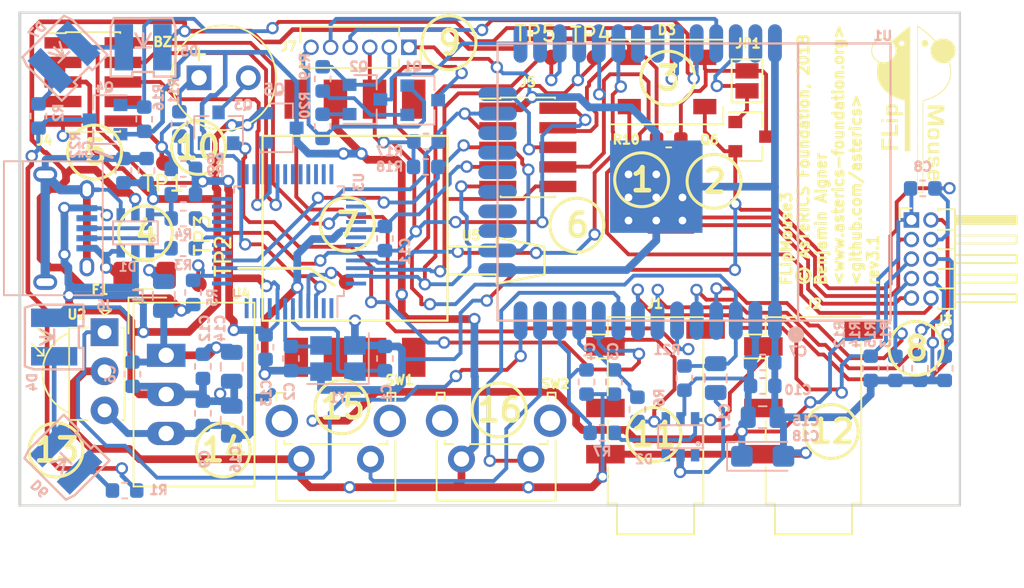
<source format=kicad_pcb>
(kicad_pcb (version 20171130) (host pcbnew 5.0.0+dfsg1-2)
  (layers (0 F.Cu signal) (31 B.Cu signal) (34 B.Paste user hide) (35 F.Paste user hide) (36 B.SilkS user) (37 F.SilkS user) (38 B.Mask user hide) (39 F.Mask user hide) (44 Edge.Cuts user))
  (net 0 "")
  (net 1 "Net-(BZ1-Pad1)")
  (net 2 "Net-(BZ1-Pad2)")
  (net 3 /B_0)
  (net 4 GNDD)
  (net 5 /B_1)
  (net 6 /B_2)
  (net 7 GND)
  (net 8 VBUS)
  (net 9 +3V3)
  (net 10 "Net-(D4-Pad1)")
  (net 11 "Net-(D5-Pad1)")
  (net 12 "Net-(D6-Pad1)")
  (net 13 "Net-(D7-Pad1)")
  (net 14 /U_TXD)
  (net 15 /U_RXD)
  (net 16 /JTAG_TMS_SWDIO)
  (net 17 /JTAG_TCLK_SWCLK)
  (net 18 /JTAG_TDO_SWO)
  (net 19 /JTAG_RESET)
  (net 20 "Net-(Q1-Pad1)")
  (net 21 /E_RESET)
  (net 22 /BUZZER)
  (net 23 /E_P0)
  (net 24 /IR)
  (net 25 /TSOP)
  (net 26 /LED1)
  (net 27 /ESP_POWER)
  (net 28 /B_PAIR)
  (net 29 /ESP_SIGNAL)
  (net 30 /ESP_TX)
  (net 31 /ESP_RX)
  (net 32 "Net-(F1-Pad1)")
  (net 33 /SDA)
  (net 34 /SCL)
  (net 35 /D-)
  (net 36 /D+)
  (net 37 "Net-(JP1-Pad1)")
  (net 38 /LED2)
  (net 39 /FSR1)
  (net 40 /FSR2)
  (net 41 /FSR3)
  (net 42 /FSR4)
  (net 43 /EXT1)
  (net 44 /EXT2)
  (net 45 "Net-(Q4-Pad3)")
  (net 46 /PRESSURE)
  (net 47 "Net-(C1-Pad2)")
  (net 48 "Net-(C2-Pad1)")
  (net 49 "Net-(C5-Pad2)")
  (net 50 "Net-(D1-Pad3)")
  (net 51 "Net-(D2-Pad4)")
  (net 52 "Net-(D2-Pad6)")
  (net 53 "Net-(J7-Pad2)")
  (net 54 "Net-(J7-Pad6)")
  (net 55 "Net-(Q2-Pad1)")
  (net 56 "Net-(TP2-Pad1)")
  (net 57 "Net-(R3-Pad1)")
  (net 58 "Net-(R4-Pad1)")
  (net 59 "Net-(R5-Pad2)")
  (module SOT457:SOT457 (layer B.Cu) (at 67.5 132.3 180)
    (fp_text reference D1 (at 0.5 -2.2 180) (layer B.SilkS) (effects (font (size 0.6 0.6) (thickness 0.127)) (justify mirror)))
    (fp_text value IP4220CZ6,125 hide)
    (pad 1 smd rect (at -0.95 -1.2 180) (size 0.55 0.8) (layers B.Cu B.Paste B.Mask) (net 35 /D-))
    (pad 2 smd rect (at 0 -1.2 180) (size 0.55 0.8) (layers B.Cu B.Paste B.Mask) (net 7 GND))
    (pad 3 smd rect (at 0.95 -1.2 180) (size 0.55 0.8) (layers B.Cu B.Paste B.Mask) (net 50 "Net-(D1-Pad3)"))
    (pad 4 smd rect (at 0.95 1.2 180) (size 0.55 0.8) (layers B.Cu B.Paste B.Mask) (net 49 "Net-(C5-Pad2)"))
    (pad 5 smd rect (at 0 1.2 180) (size 0.55 0.8) (layers B.Cu B.Paste B.Mask) (net 8 VBUS))
    (pad 6 smd rect (at -0.95 1.2 180) (size 0.55 0.8) (layers B.Cu B.Paste B.Mask) (net 36 /D+))
  )
  (module Button_Switch_THT:SW_Tactile_SPST_Angled_PTS645Vx83-2LFS (layer F.Cu) (at 93.16 146.99 180)
    (fp_text reference SW2 (at -1.59 4.89) (layer F.SilkS) (effects (font (size 0.6 0.6))))
    (fp_text value SW_Push)
    (pad "" thru_hole circle (at -1.25 2.49 180) (size 2.1 2.1) (drill 1.3) (layers *.Cu *.Mask))
    (pad 1 thru_hole circle (at 0 0 180) (size 1.75 1.75) (drill 0.99) (layers *.Cu *.Mask) (net 3 /B_0))
    (pad 2 thru_hole circle (at 4.5 0 180) (size 1.75 1.75) (drill 0.99) (layers *.Cu *.Mask) (net 4 GNDD))
    (pad "" thru_hole circle (at 5.76 2.49 180) (size 2.1 2.1) (drill 1.3) (layers *.Cu *.Mask))
  )
  (module Connect:USB_Micro-B (layer B.Cu) (at 63 132 90)
    (fp_text reference J6 (at -5 2.5) (layer B.SilkS) (effects (font (size 0.6 0.6)) (justify mirror)))
    (fp_text value USB_OTG)
    (pad 1 smd rect (at -1.3 1.35) (size 1.35 0.4) (layers B.Cu B.Paste B.Mask) (net 50 "Net-(D1-Pad3)"))
    (pad 2 smd rect (at -0.65 1.35) (size 1.35 0.4) (layers B.Cu B.Paste B.Mask) (net 35 /D-))
    (pad 3 smd rect (at 0 1.35) (size 1.35 0.4) (layers B.Cu B.Paste B.Mask) (net 36 /D+))
    (pad 4 smd rect (at 0.65 1.35) (size 1.35 0.4) (layers B.Cu B.Paste B.Mask))
    (pad 5 smd rect (at 1.3 1.35) (size 1.35 0.4) (layers B.Cu B.Paste B.Mask) (net 7 GND))
    (pad 6 thru_hole oval (at -2.5 1.35) (size 0.95 1.25) (drill oval 0.55 0.85) (layers *.Cu *.Mask) (net 49 "Net-(C5-Pad2)"))
    (pad 6 thru_hole oval (at 2.5 1.35) (size 0.95 1.25) (drill oval 0.55 0.85) (layers *.Cu *.Mask) (net 49 "Net-(C5-Pad2)"))
    (pad 6 thru_hole oval (at -3.5 -1.35) (size 1.55 1) (drill oval 1.15 0.5) (layers *.Cu *.Mask) (net 49 "Net-(C5-Pad2)"))
    (pad 6 thru_hole oval (at 3.5 -1.35) (size 1.55 1) (drill oval 1.15 0.5) (layers *.Cu *.Mask) (net 49 "Net-(C5-Pad2)"))
  )
  (module ESP32-footprints-Lib:ESP32-WROOM (layer B.Cu) (at 103.75 129 270)
    (fp_text reference U1 (at -9.5 -12.25) (layer B.SilkS) (effects (font (size 0.6 0.6)) (justify mirror)))
    (fp_text value ESP32-WROOM)
    (fp_text user "" (at -6.858 0.889 180) (layer B.SilkS) (effects (justify mirror)))
    (pad 38 smd oval (at -9 -5.25 270) (size 2.5 0.9) (layers B.Cu B.Paste B.Mask) (net 4 GNDD))
    (pad 37 smd oval (at -9 -3.98 270) (size 2.5 0.9) (layers B.Cu B.Paste B.Mask))
    (pad 36 smd oval (at -9 -2.71 270) (size 2.5 0.9) (layers B.Cu B.Paste B.Mask) (net 37 "Net-(JP1-Pad1)"))
    (pad 35 smd oval (at -9 -1.44 270) (size 2.5 0.9) (layers B.Cu B.Paste B.Mask) (net 15 /U_RXD))
    (pad 34 smd oval (at -9 -0.17 270) (size 2.5 0.9) (layers B.Cu B.Paste B.Mask) (net 14 /U_TXD))
    (pad 33 smd oval (at -9 1.1 270) (size 2.5 0.9) (layers B.Cu B.Paste B.Mask) (net 24 /IR))
    (pad 32 smd oval (at -9 2.37 270) (size 2.5 0.9) (layers B.Cu B.Paste B.Mask))
    (pad 31 smd oval (at -9 3.64 270) (size 2.5 0.9) (layers B.Cu B.Paste B.Mask))
    (pad 30 smd oval (at -9 4.91 270) (size 2.5 0.9) (layers B.Cu B.Paste B.Mask) (net 29 /ESP_SIGNAL))
    (pad 29 smd oval (at -9 6.18 270) (size 2.5 0.9) (layers B.Cu B.Paste B.Mask) (net 43 /EXT1))
    (pad 28 smd oval (at -9 7.45 270) (size 2.5 0.9) (layers B.Cu B.Paste B.Mask) (net 30 /ESP_TX))
    (pad 27 smd oval (at -9 8.72 270) (size 2.5 0.9) (layers B.Cu B.Paste B.Mask) (net 31 /ESP_RX))
    (pad 26 smd oval (at -9 9.99 270) (size 2.5 0.9) (layers B.Cu B.Paste B.Mask))
    (pad 25 smd oval (at -9 11.26 270) (size 2.5 0.9) (layers B.Cu B.Paste B.Mask) (net 23 /E_P0))
    (pad 24 smd oval (at -5.715 12.75 270) (size 0.9 2.5) (layers B.Cu B.Paste B.Mask) (net 44 /EXT2))
    (pad 23 smd oval (at -4.445 12.75 270) (size 0.9 2.5) (layers B.Cu B.Paste B.Mask) (net 34 /SCL))
    (pad 22 smd oval (at -3.175 12.75 270) (size 0.9 2.5) (layers B.Cu B.Paste B.Mask))
    (pad 21 smd oval (at -1.905 12.75 270) (size 0.9 2.5) (layers B.Cu B.Paste B.Mask))
    (pad 20 smd oval (at -0.635 12.75 270) (size 0.9 2.5) (layers B.Cu B.Paste B.Mask))
    (pad 19 smd oval (at 0.635 12.75 270) (size 0.9 2.5) (layers B.Cu B.Paste B.Mask))
    (pad 18 smd oval (at 1.905 12.75 270) (size 0.9 2.5) (layers B.Cu B.Paste B.Mask))
    (pad 17 smd oval (at 3.175 12.75 270) (size 0.9 2.5) (layers B.Cu B.Paste B.Mask))
    (pad 16 smd oval (at 4.445 12.75 270) (size 0.9 2.5) (layers B.Cu B.Paste B.Mask) (net 33 /SDA))
    (pad 15 smd oval (at 5.715 12.75 270) (size 0.9 2.5) (layers B.Cu B.Paste B.Mask) (net 4 GNDD))
    (pad 14 smd oval (at 9 11.26 270) (size 2.5 0.9) (layers B.Cu B.Paste B.Mask) (net 25 /TSOP))
    (pad 13 smd oval (at 9 9.99 270) (size 2.5 0.9) (layers B.Cu B.Paste B.Mask) (net 28 /B_PAIR))
    (pad 12 smd oval (at 9 8.72 270) (size 2.5 0.9) (layers B.Cu B.Paste B.Mask) (net 6 /B_2))
    (pad 11 smd oval (at 9 7.45 270) (size 2.5 0.9) (layers B.Cu B.Paste B.Mask) (net 5 /B_1))
    (pad 10 smd oval (at 9 6.18 270) (size 2.5 0.9) (layers B.Cu B.Paste B.Mask) (net 22 /BUZZER))
    (pad 9 smd oval (at 9 4.91 270) (size 2.5 0.9) (layers B.Cu B.Paste B.Mask) (net 3 /B_0))
    (pad 8 smd oval (at 9 3.64 270) (size 2.5 0.9) (layers B.Cu B.Paste B.Mask) (net 39 /FSR1))
    (pad 7 smd oval (at 9 2.37 270) (size 2.5 0.9) (layers B.Cu B.Paste B.Mask) (net 40 /FSR2))
    (pad 6 smd oval (at 9 1.1 270) (size 2.5 0.9) (layers B.Cu B.Paste B.Mask) (net 46 /PRESSURE))
    (pad 5 smd oval (at 9 -0.17 270) (size 2.5 0.9) (layers B.Cu B.Paste B.Mask) (net 42 /FSR4))
    (pad 4 smd oval (at 9 -1.44 270) (size 2.5 0.9) (layers B.Cu B.Paste B.Mask) (net 41 /FSR3))
    (pad 3 smd oval (at 9 -2.71 270) (size 2.5 0.9) (layers B.Cu B.Paste B.Mask) (net 21 /E_RESET))
    (pad 2 smd oval (at 9 -3.98 270) (size 2.5 0.9) (layers B.Cu B.Paste B.Mask) (net 9 +3V3))
    (pad 1 smd oval (at 9 -5.25 270) (size 2.5 0.9) (layers B.Cu B.Paste B.Mask) (net 4 GNDD))
    (pad 39 smd rect (at 0.3 2.45 270) (size 6 6) (layers B.Cu B.Paste B.Mask) (net 4 GNDD))
  )
  (module LED_SMD:LED_SK6812_PLCC4_5.0x5.0mm_P3.2mm (layer F.Cu) (at 102 122.5)
    (fp_text reference D3 (at -0.019 -3.374) (layer F.SilkS) (effects (font (size 0.6 0.6))))
    (fp_text value SK6812)
    (pad 1 smd rect (at 2.45 1.6) (size 1.5 1) (layers F.Cu F.Paste F.Mask) (net 7 GND))
    (pad 2 smd rect (at 2.45 -1.6) (size 1.5 1) (layers F.Cu F.Paste F.Mask) (net 26 /LED1))
    (pad 4 smd rect (at -2.45 1.6) (size 1.5 1) (layers F.Cu F.Paste F.Mask) (net 38 /LED2))
    (pad 3 smd rect (at -2.45 -1.6) (size 1.5 1) (layers F.Cu F.Paste F.Mask) (net 8 VBUS))
  )
  (module Measurement_Points:Measurement_Point_Round-SMD-Pad_Small (layer F.Cu) (at 69.342 127.762)
    (fp_text reference TP1 (at -0.042 1.338) (layer F.SilkS))
    (fp_text value tp)
    (pad 1 smd circle (at 0 0) (size 1 1) (layers F.Cu F.Mask) (net 19 /JTAG_RESET))
  )
  (module Measurement_Points:Measurement_Point_Round-SMD-Pad_Small (layer F.Cu) (at 81.2 135.5)
    (fp_text reference TP2 (at -8 -1.7 270) (layer F.SilkS))
    (fp_text value tp)
    (pad 1 smd circle (at 0 0) (size 1 1) (layers F.Cu F.Mask) (net 56 "Net-(TP2-Pad1)"))
  )
  (module Measurement_Points:Measurement_Point_Round-SMD-Pad_Small (layer F.Cu) (at 71.628 135.636)
    (fp_text reference TP3 (at 0.222 -3.186 90) (layer F.SilkS))
    (fp_text value tp)
    (pad 1 smd circle (at 0 0) (size 1 1) (layers F.Cu F.Mask) (net 59 "Net-(R5-Pad2)"))
  )
  (module Measurement_Points:Measurement_Point_Round-SMD-Pad_Small (layer F.Cu) (at 97.282 120.904)
    (fp_text reference TP4 (at -0.232 -1.454) (layer F.SilkS))
    (fp_text value tp)
    (pad 1 smd circle (at 0 0) (size 1 1) (layers F.Cu F.Mask) (net 30 /ESP_TX))
  )
  (module Measurement_Points:Measurement_Point_Round-SMD-Pad_Small (layer F.Cu) (at 94.488 120.904)
    (fp_text reference TP5 (at -1.038 -1.554) (layer F.SilkS))
    (fp_text value tp)
    (pad 1 smd circle (at 0 0) (size 1 1) (layers F.Cu F.Mask) (net 31 /ESP_RX))
  )
  (module Buzzer_Beeper:MagneticBuzzer_Kingstate_KCG0601 (layer F.Cu) (at 71.628 122.2248)
    (fp_text reference BZ1 (at -2.078 -2.3248) (layer F.SilkS) (effects (font (size 0.6 0.6))))
    (fp_text value Buzzer)
    (fp_text user + (at 0 -1.6) (layer F.SilkS))
    (pad 1 thru_hole rect (at 0 0) (size 1.6 1.6) (drill 1) (layers *.Cu *.Mask) (net 1 "Net-(BZ1-Pad1)"))
    (pad 2 thru_hole circle (at 3.2 0) (size 1.6 1.6) (drill 1) (layers *.Cu *.Mask) (net 2 "Net-(BZ1-Pad2)"))
  )
  (module Capacitor_SMD:C_0603_1608Metric (layer B.Cu) (at 98.552 141.986 90)
    (fp_text reference C3 (at 1.986 -0.052 90) (layer B.SilkS) (effects (font (size 0.6 0.6)) (justify mirror)))
    (fp_text value 10n)
    (pad 1 smd roundrect (at -0.7875 0 90) (size 0.875 0.95) (layers B.Cu B.Paste B.Mask) (net 4 GNDD))
    (pad 2 smd roundrect (at 0.7875 0 90) (size 0.875 0.95) (layers B.Cu B.Paste B.Mask) (net 5 /B_1))
  )
  (module Capacitor_SMD:C_0603_1608Metric (layer B.Cu) (at 96.774 141.986 90)
    (fp_text reference C4 (at 1.986 0.226 90) (layer B.SilkS) (effects (font (size 0.6 0.6)) (justify mirror)))
    (fp_text value 10n)
    (pad 1 smd roundrect (at -0.7875 0 90) (size 0.875 0.95) (layers B.Cu B.Paste B.Mask) (net 4 GNDD))
    (pad 2 smd roundrect (at 0.7875 0 90) (size 0.875 0.95) (layers B.Cu B.Paste B.Mask) (net 6 /B_2))
  )
  (module Capacitor_SMD:C_0603_1608Metric (layer B.Cu) (at 83.693 140.462 270)
    (fp_text reference C1 (at 2.238 -0.107 270) (layer B.SilkS) (effects (font (size 0.6 0.6)) (justify mirror)))
    (fp_text value 18pF)
    (pad 2 smd roundrect (at 0.7875 0 270) (size 0.875 0.95) (layers B.Cu B.Paste B.Mask) (net 47 "Net-(C1-Pad2)"))
    (pad 1 smd roundrect (at -0.7875 0 270) (size 0.875 0.95) (layers B.Cu B.Paste B.Mask) (net 7 GND))
  )
  (module Capacitor_SMD:C_0603_1608Metric (layer B.Cu) (at 77.597 140.462 270)
    (fp_text reference C2 (at 2.138 0.097 270) (layer B.SilkS) (effects (font (size 0.6 0.6)) (justify mirror)))
    (fp_text value 18pF)
    (pad 2 smd roundrect (at 0.7875 0 270) (size 0.875 0.95) (layers B.Cu B.Paste B.Mask) (net 7 GND))
    (pad 1 smd roundrect (at -0.7875 0 270) (size 0.875 0.95) (layers B.Cu B.Paste B.Mask) (net 48 "Net-(C2-Pad1)"))
  )
  (module Capacitor_SMD:C_0805_2012Metric (layer B.Cu) (at 105.156 141.732 270)
    (fp_text reference C17 (at 2.518 -0.594 270) (layer B.SilkS) (effects (font (size 0.6 0.6)) (justify mirror)))
    (fp_text value 1u)
    (pad 2 smd roundrect (at 0.9375 0 270) (size 0.975 1.4) (layers B.Cu B.Paste B.Mask) (net 4 GNDD))
    (pad 1 smd roundrect (at -0.9375 0 270) (size 0.975 1.4) (layers B.Cu B.Paste B.Mask) (net 21 /E_RESET))
  )
  (module Capacitor_SMD:C_0603_1608Metric (layer B.Cu) (at 68.224613 128.259541 90)
    (fp_text reference C5 (at 1.359541 -3.824613 90) (layer B.SilkS) (effects (font (size 0.6 0.6)) (justify mirror)))
    (fp_text value 10n/500V)
    (pad 1 smd roundrect (at -0.7875 0 90) (size 0.875 0.95) (layers B.Cu B.Paste B.Mask) (net 7 GND))
    (pad 2 smd roundrect (at 0.7875 0 90) (size 0.875 0.95) (layers B.Cu B.Paste B.Mask) (net 49 "Net-(C5-Pad2)"))
  )
  (module Capacitor_SMD:C_0603_1608Metric (layer B.Cu) (at 71.882 140.97 270)
    (fp_text reference C12 (at -2.47 -0.118 270) (layer B.SilkS) (effects (font (size 0.6 0.6)) (justify mirror)))
    (fp_text value 100n)
    (pad 1 smd roundrect (at -0.7875 0 270) (size 0.875 0.95) (layers B.Cu B.Paste B.Mask) (net 8 VBUS))
    (pad 2 smd roundrect (at 0.7875 0 270) (size 0.875 0.95) (layers B.Cu B.Paste B.Mask) (net 7 GND))
  )
  (module Capacitor_SMD:C_0805_2012Metric (layer B.Cu) (at 73.75 141 270)
    (fp_text reference C14 (at -2.5 0.75 270) (layer B.SilkS) (effects (font (size 0.6 0.6)) (justify mirror)))
    (fp_text value 1u)
    (pad 1 smd roundrect (at -0.9375 0 270) (size 0.975 1.4) (layers B.Cu B.Paste B.Mask) (net 8 VBUS))
    (pad 2 smd roundrect (at 0.9375 0 270) (size 0.975 1.4) (layers B.Cu B.Paste B.Mask) (net 7 GND))
  )
  (module Capacitor_SMD:C_0603_1608Metric (layer B.Cu) (at 67.31 141.478 270)
    (fp_text reference C6 (at 0 1.43 270) (layer B.SilkS) (effects (font (size 0.6 0.6)) (justify mirror)))
    (fp_text value 10n)
    (pad 2 smd roundrect (at 0.7875 0 270) (size 0.875 0.95) (layers B.Cu B.Paste B.Mask) (net 7 GND))
    (pad 1 smd roundrect (at -0.7875 0 270) (size 0.875 0.95) (layers B.Cu B.Paste B.Mask) (net 8 VBUS))
  )
  (module Capacitor_SMD:C_0805_2012Metric (layer B.Cu) (at 108.204 144.272)
    (fp_text reference C15 (at 2.796 0.228) (layer B.SilkS) (effects (font (size 0.6 0.6)) (justify mirror)))
    (fp_text value 1u)
    (pad 2 smd roundrect (at 0.9375 0) (size 0.975 1.4) (layers B.Cu B.Paste B.Mask) (net 4 GNDD))
    (pad 1 smd roundrect (at -0.9375 0) (size 0.975 1.4) (layers B.Cu B.Paste B.Mask) (net 9 +3V3))
  )
  (module Capacitor_Tantalum_SMD:CP_EIA-3216-18_Kemet-A (layer B.Cu) (at 108.204 146.812)
    (fp_text reference C18 (at 2.796 -1.312) (layer B.SilkS) (effects (font (size 0.6 0.6)) (justify mirror)))
    (fp_text value 100uF)
    (pad 1 smd roundrect (at -1.35 0) (size 1.4 1.35) (layers B.Cu B.Paste B.Mask) (roundrect_rratio 0.185185) (net 9 +3V3))
    (pad 2 smd roundrect (at 1.35 0) (size 1.4 1.35) (layers B.Cu B.Paste B.Mask) (roundrect_rratio 0.185185) (net 4 GNDD))
  )
  (module Capacitor_SMD:C_0603_1608Metric (layer B.Cu) (at 108.204 142.24)
    (fp_text reference C10 (at 2.296 0.26) (layer B.SilkS) (effects (font (size 0.6 0.6)) (justify mirror)))
    (fp_text value 100n)
    (pad 1 smd roundrect (at -0.7875 0) (size 0.875 0.95) (layers B.Cu B.Paste B.Mask) (net 9 +3V3))
    (pad 2 smd roundrect (at 0.7875 0) (size 0.875 0.95) (layers B.Cu B.Paste B.Mask) (net 4 GNDD))
  )
  (module Capacitor_SMD:C_0603_1608Metric (layer B.Cu) (at 108.204 140.716)
    (fp_text reference C7 (at 2.296 -0.716) (layer B.SilkS) (effects (font (size 0.6 0.6)) (justify mirror)))
    (fp_text value 10n)
    (pad 2 smd roundrect (at 0.7875 0) (size 0.875 0.95) (layers B.Cu B.Paste B.Mask) (net 4 GNDD))
    (pad 1 smd roundrect (at -0.7875 0) (size 0.875 0.95) (layers B.Cu B.Paste B.Mask) (net 9 +3V3))
  )
  (module Capacitor_SMD:C_0805_2012Metric (layer B.Cu) (at 73.75 144.5 90)
    (fp_text reference C16 (at -2.5 0.25 90) (layer B.SilkS) (effects (font (size 0.6 0.6)) (justify mirror)))
    (fp_text value 1u)
    (pad 1 smd roundrect (at -0.9375 0 90) (size 0.975 1.4) (layers B.Cu B.Paste B.Mask) (net 9 +3V3))
    (pad 2 smd roundrect (at 0.9375 0 90) (size 0.975 1.4) (layers B.Cu B.Paste B.Mask) (net 7 GND))
  )
  (module Capacitor_SMD:C_0603_1608Metric (layer B.Cu) (at 118.5925 129.413)
    (fp_text reference C8 (at 0 -1.413) (layer B.SilkS) (effects (font (size 0.6 0.6)) (justify mirror)))
    (fp_text value 10n)
    (pad 2 smd roundrect (at 0.7875 0) (size 0.875 0.95) (layers B.Cu B.Paste B.Mask) (net 7 GND))
    (pad 1 smd roundrect (at -0.7875 0) (size 0.875 0.95) (layers B.Cu B.Paste B.Mask) (net 9 +3V3))
  )
  (module Capacitor_SMD:C_0603_1608Metric (layer B.Cu) (at 71.882 144.018 90)
    (fp_text reference C9 (at -2.982 0.118 90) (layer B.SilkS) (effects (font (size 0.6 0.6)) (justify mirror)))
    (fp_text value 10n)
    (pad 1 smd roundrect (at -0.7875 0 90) (size 0.875 0.95) (layers B.Cu B.Paste B.Mask) (net 9 +3V3))
    (pad 2 smd roundrect (at 0.7875 0 90) (size 0.875 0.95) (layers B.Cu B.Paste B.Mask) (net 7 GND))
  )
  (module Capacitor_SMD:C_0603_1608Metric (layer B.Cu) (at 75.946 139.7255 270)
    (fp_text reference C13 (at 2.9745 -0.054 270) (layer B.SilkS) (effects (font (size 0.6 0.6)) (justify mirror)))
    (fp_text value 100n)
    (pad 2 smd roundrect (at 0.7875 0 270) (size 0.875 0.95) (layers B.Cu B.Paste B.Mask) (net 7 GND))
    (pad 1 smd roundrect (at -0.7875 0 270) (size 0.875 0.95) (layers B.Cu B.Paste B.Mask) (net 9 +3V3))
  )
  (module Capacitor_SMD:C_0603_1608Metric (layer B.Cu) (at 83.693 132.6641 90)
    (fp_text reference C11 (at -0.8359 1.307 90) (layer B.SilkS) (effects (font (size 0.6 0.6)) (justify mirror)))
    (fp_text value 100n)
    (pad 1 smd roundrect (at -0.7875 0 90) (size 0.875 0.95) (layers B.Cu B.Paste B.Mask) (net 9 +3V3))
    (pad 2 smd roundrect (at 0.7875 0 90) (size 0.875 0.95) (layers B.Cu B.Paste B.Mask) (net 7 GND))
  )
  (module SOT457:SOT457 (layer B.Cu) (at 102.87 145.542 180)
    (fp_text reference D2 (at 2.37 -1.458 180) (layer B.SilkS) (effects (font (size 0.6 0.6) (thickness 0.127)) (justify mirror)))
    (fp_text value IP4220CZ6,125 hide)
    (pad 1 smd rect (at -0.95 -1.2 180) (size 0.55 0.8) (layers B.Cu B.Paste B.Mask))
    (pad 2 smd rect (at 0 -1.2 180) (size 0.55 0.8) (layers B.Cu B.Paste B.Mask) (net 4 GNDD))
    (pad 3 smd rect (at 0.95 -1.2 180) (size 0.55 0.8) (layers B.Cu B.Paste B.Mask))
    (pad 4 smd rect (at 0.95 1.2 180) (size 0.55 0.8) (layers B.Cu B.Paste B.Mask) (net 51 "Net-(D2-Pad4)"))
    (pad 5 smd rect (at 0 1.2 180) (size 0.55 0.8) (layers B.Cu B.Paste B.Mask) (net 9 +3V3))
    (pad 6 smd rect (at -0.95 1.2 180) (size 0.55 0.8) (layers B.Cu B.Paste B.Mask) (net 52 "Net-(D2-Pad6)"))
  )
  (module SFH4244:SFH4244 (layer B.Cu) (at 62.23 139.065 90)
    (fp_text reference D4 (at -2.935 -1.43 90 unlocked) (layer B.SilkS) (effects (font (size 0.6 0.6)) (justify mirror)))
    (fp_text value "SFH 4244-QR ")
    (pad 2 smd trapezoid (at 1.25 0 90) (size 1.2 3) (layers B.Cu B.Paste B.Mask) (net 8 VBUS))
    (pad 1 smd trapezoid (at -1.25 0 90) (size 1.2 3) (layers B.Cu B.Paste B.Mask) (net 10 "Net-(D4-Pad1)"))
  )
  (module SFH4244:SFH4244 (layer B.Cu) (at 68 120.25)
    (fp_text reference D5 (at 3 0.25) (layer B.SilkS) (effects (font (size 0.6 0.6)) (justify mirror)))
    (fp_text value "SFH 4244-QR ")
    (pad 1 smd trapezoid (at -1.25 0) (size 1.2 3) (layers B.Cu B.Paste B.Mask) (net 11 "Net-(D5-Pad1)"))
    (pad 2 smd trapezoid (at 1.25 0) (size 1.2 3) (layers B.Cu B.Paste B.Mask) (net 8 VBUS))
  )
  (module SFH4244:SFH4244 (layer B.Cu) (at 62.992 146.939 135)
    (fp_text reference D6 (at -0.190212 -2.583061 135 unlocked) (layer B.SilkS) (effects (font (size 0.6 0.6)) (justify mirror)))
    (fp_text value "SFH 4244-QR ")
    (pad 1 smd trapezoid (at -1.249999 0 135) (size 1.2 3) (layers B.Cu B.Paste B.Mask) (net 12 "Net-(D6-Pad1)"))
    (pad 2 smd trapezoid (at 1.249999 0 135) (size 1.2 3) (layers B.Cu B.Paste B.Mask) (net 10 "Net-(D4-Pad1)"))
  )
  (module SFH4244:SFH4244 (layer B.Cu) (at 62.866117 120.883883 45)
    (fp_text reference D7 (at 0.012562 -2.439518 45) (layer B.SilkS) (effects (font (size 0.6 0.6)) (justify mirror)))
    (fp_text value "SFH 4244-QR ")
    (pad 2 smd trapezoid (at 1.249999 0 45) (size 1.2 3) (layers B.Cu B.Paste B.Mask) (net 11 "Net-(D5-Pad1)"))
    (pad 1 smd trapezoid (at -1.249999 0 45) (size 1.2 3) (layers B.Cu B.Paste B.Mask) (net 13 "Net-(D7-Pad1)"))
  )
  (module Capacitor_SMD:C_1206_3216Metric (layer F.Cu) (at 68.1 135.05 180)
    (fp_text reference F1 (at 2.9 -0.95 180) (layer F.SilkS) (effects (font (size 0.6 0.6))))
    (fp_text value MF-NSMF050-2)
    (pad 1 smd roundrect (at -1.4 0 180) (size 1.25 1.75) (layers F.Cu F.Paste F.Mask) (roundrect_rratio 0.2) (net 32 "Net-(F1-Pad1)"))
    (pad 2 smd roundrect (at 1.4 0 180) (size 1.25 1.75) (layers F.Cu F.Paste F.Mask) (roundrect_rratio 0.2) (net 50 "Net-(D1-Pad3)"))
  )
  (module Connector_Audio:Jack_3.5mm_PJ320D_Horizontal (layer F.Cu) (at 101.25 143.5 90)
    (fp_text reference J1 (at 6.594 -0.031 180) (layer F.SilkS) (effects (font (size 0.6 0.6))))
    (fp_text value PJ320D)
    (pad 4 smd rect (at 4.925 3.25 90) (size 1.2 2.5) (layers F.Cu F.Paste F.Mask))
    (pad 1 smd rect (at 3.825 -3.25 90) (size 1.2 2.5) (layers F.Cu F.Paste F.Mask) (net 51 "Net-(D2-Pad4)"))
    (pad 2 smd rect (at -0.175 -3.25 90) (size 1.2 2.5) (layers F.Cu F.Paste F.Mask))
    (pad 3 smd rect (at -3.175 -3.25 90) (size 1.2 2.5) (layers F.Cu F.Paste F.Mask) (net 4 GNDD))
    (pad "" np_thru_hole circle (at -4.775 0 90) (size 1.5 1.5) (drill 1.5) (layers *.Cu *.Mask))
    (pad "" np_thru_hole circle (at 2.225 0 90) (size 1.5 1.5) (drill 1.5) (layers *.Cu *.Mask))
  )
  (module Connector_Audio:Jack_3.5mm_PJ320D_Horizontal (layer F.Cu) (at 111.5 143.5 90)
    (fp_text reference J2 (at 6.594 0.006 180) (layer F.SilkS) (effects (font (size 0.6 0.6))))
    (fp_text value PJ320D)
    (pad "" np_thru_hole circle (at 2.225 0 90) (size 1.5 1.5) (drill 1.5) (layers *.Cu *.Mask))
    (pad "" np_thru_hole circle (at -4.775 0 90) (size 1.5 1.5) (drill 1.5) (layers *.Cu *.Mask))
    (pad 3 smd rect (at -3.175 -3.25 90) (size 1.2 2.5) (layers F.Cu F.Paste F.Mask) (net 4 GNDD))
    (pad 2 smd rect (at -0.175 -3.25 90) (size 1.2 2.5) (layers F.Cu F.Paste F.Mask))
    (pad 1 smd rect (at 3.825 -3.25 90) (size 1.2 2.5) (layers F.Cu F.Paste F.Mask) (net 52 "Net-(D2-Pad6)"))
    (pad 4 smd rect (at 4.925 3.25 90) (size 1.2 2.5) (layers F.Cu F.Paste F.Mask))
  )
  (module Connector_PinHeader_1.27mm:PinHeader_2x05_P1.27mm_Vertical_SMD (layer F.Cu) (at 64.75 122.5)
    (fp_text reference J4 (at -3.15 3.8) (layer F.SilkS) (effects (font (size 0.6 0.6))))
    (fp_text value Conn_ARM_JTAG_SWD_10)
    (pad 10 smd rect (at 1.95 2.54) (size 2.4 0.74) (layers F.Cu F.Paste F.Mask) (net 19 /JTAG_RESET))
    (pad 9 smd rect (at -1.95 2.54) (size 2.4 0.74) (layers F.Cu F.Paste F.Mask) (net 7 GND))
    (pad 8 smd rect (at 1.95 1.27) (size 2.4 0.74) (layers F.Cu F.Paste F.Mask))
    (pad 7 smd rect (at -1.95 1.27) (size 2.4 0.74) (layers F.Cu F.Paste F.Mask))
    (pad 6 smd rect (at 1.95 0) (size 2.4 0.74) (layers F.Cu F.Paste F.Mask) (net 18 /JTAG_TDO_SWO))
    (pad 5 smd rect (at -1.95 0) (size 2.4 0.74) (layers F.Cu F.Paste F.Mask) (net 7 GND))
    (pad 4 smd rect (at 1.95 -1.27) (size 2.4 0.74) (layers F.Cu F.Paste F.Mask) (net 17 /JTAG_TCLK_SWCLK))
    (pad 3 smd rect (at -1.95 -1.27) (size 2.4 0.74) (layers F.Cu F.Paste F.Mask) (net 7 GND))
    (pad 2 smd rect (at 1.95 -2.54) (size 2.4 0.74) (layers F.Cu F.Paste F.Mask) (net 16 /JTAG_TMS_SWDIO))
    (pad 1 smd rect (at -1.95 -2.54) (size 2.4 0.74) (layers F.Cu F.Paste F.Mask) (net 9 +3V3))
  )
  (module Connector_PinHeader_1.27mm:PinHeader_2x05_P1.27mm_Vertical_SMD (layer F.Cu) (at 92.964 126.746)
    (fp_text reference J5 (at 0 -4.235) (layer F.SilkS) (effects (font (size 0.6 0.6))))
    (fp_text value Conn_02x05_Odd_Even)
    (pad 1 smd rect (at -1.95 -2.54) (size 2.4 0.74) (layers F.Cu F.Paste F.Mask) (net 4 GNDD))
    (pad 2 smd rect (at 1.95 -2.54) (size 2.4 0.74) (layers F.Cu F.Paste F.Mask) (net 9 +3V3))
    (pad 3 smd rect (at -1.95 -1.27) (size 2.4 0.74) (layers F.Cu F.Paste F.Mask) (net 34 /SCL))
    (pad 4 smd rect (at 1.95 -1.27) (size 2.4 0.74) (layers F.Cu F.Paste F.Mask) (net 8 VBUS))
    (pad 5 smd rect (at -1.95 0) (size 2.4 0.74) (layers F.Cu F.Paste F.Mask) (net 33 /SDA))
    (pad 6 smd rect (at 1.95 0) (size 2.4 0.74) (layers F.Cu F.Paste F.Mask) (net 44 /EXT2))
    (pad 7 smd rect (at -1.95 1.27) (size 2.4 0.74) (layers F.Cu F.Paste F.Mask) (net 7 GND))
    (pad 8 smd rect (at 1.95 1.27) (size 2.4 0.74) (layers F.Cu F.Paste F.Mask) (net 43 /EXT1))
    (pad 9 smd rect (at -1.95 2.54) (size 2.4 0.74) (layers F.Cu F.Paste F.Mask) (net 31 /ESP_RX))
    (pad 10 smd rect (at 1.95 2.54) (size 2.4 0.74) (layers F.Cu F.Paste F.Mask) (net 30 /ESP_TX))
  )
  (module Jumper:SolderJumper-2_P1.3mm_Open_Pad1.0x1.5mm (layer F.Cu) (at 107.188 122.428 90)
    (fp_text reference JP1 (at 2.428 0.062 180) (layer F.SilkS) (effects (font (size 0.6 0.6))))
    (fp_text value "IO direct")
    (pad 2 smd rect (at 0.65 0 90) (size 1 1.5) (layers F.Cu F.Mask) (net 26 /LED1))
    (pad 1 smd rect (at -0.65 0 90) (size 1 1.5) (layers F.Cu F.Mask) (net 37 "Net-(JP1-Pad1)"))
  )
  (module Inductor_SMD:L_0805_2012Metric (layer B.Cu) (at 69.342 136.398 270)
    (fp_text reference L1 (at 0 1.65 270) (layer B.SilkS) (effects (font (size 0.6 0.6)) (justify mirror)))
    (fp_text value WE-74479775147)
    (pad 1 smd roundrect (at -0.9375 0 270) (size 0.975 1.4) (layers B.Cu B.Paste B.Mask) (net 32 "Net-(F1-Pad1)"))
    (pad 2 smd roundrect (at 0.9375 0 270) (size 0.975 1.4) (layers B.Cu B.Paste B.Mask) (net 8 VBUS))
  )
  (module Package_TO_SOT_SMD:SOT-23 (layer B.Cu) (at 86.147613 123.684341)
    (fp_text reference Q1 (at -0.647613 -2.184341) (layer B.SilkS) (effects (font (size 0.6 0.6)) (justify mirror)))
    (fp_text value BC847)
    (pad 1 smd rect (at -1 0.95) (size 0.9 0.8) (layers B.Cu B.Paste B.Mask) (net 20 "Net-(Q1-Pad1)"))
    (pad 2 smd rect (at -1 -0.95) (size 0.9 0.8) (layers B.Cu B.Paste B.Mask) (net 54 "Net-(J7-Pad6)"))
    (pad 3 smd rect (at 1 0) (size 0.9 0.8) (layers B.Cu B.Paste B.Mask) (net 21 /E_RESET))
  )
  (module Package_TO_SOT_SMD:SOT-23 (layer B.Cu) (at 72.898 125.476 90)
    (fp_text reference Q3 (at 1.476 1.602) (layer B.SilkS) (effects (font (size 0.6 0.6)) (justify mirror)))
    (fp_text value BSH108)
    (pad 3 smd rect (at 1 0 90) (size 0.9 0.8) (layers B.Cu B.Paste B.Mask) (net 2 "Net-(BZ1-Pad2)"))
    (pad 2 smd rect (at -1 -0.95 90) (size 0.9 0.8) (layers B.Cu B.Paste B.Mask) (net 4 GNDD))
    (pad 1 smd rect (at -1 0.95 90) (size 0.9 0.8) (layers B.Cu B.Paste B.Mask) (net 22 /BUZZER))
  )
  (module Package_TO_SOT_SMD:SOT-23 (layer B.Cu) (at 82.397613 123.634341)
    (fp_text reference Q2 (at -0.397613 -2.134341) (layer B.SilkS) (effects (font (size 0.6 0.6)) (justify mirror)))
    (fp_text value BC847)
    (pad 3 smd rect (at 1 0) (size 0.9 0.8) (layers B.Cu B.Paste B.Mask) (net 23 /E_P0))
    (pad 2 smd rect (at -1 -0.95) (size 0.9 0.8) (layers B.Cu B.Paste B.Mask) (net 53 "Net-(J7-Pad2)"))
    (pad 1 smd rect (at -1 0.95) (size 0.9 0.8) (layers B.Cu B.Paste B.Mask) (net 55 "Net-(Q2-Pad1)"))
  )
  (module Package_TO_SOT_SMD:SOT-23 (layer B.Cu) (at 65.532 124.9426 180)
    (fp_text reference Q4 (at 0.032 2.0828) (layer B.SilkS) (effects (font (size 0.6 0.6)) (justify mirror)))
    (fp_text value BSH108)
    (pad 3 smd rect (at 1 0 180) (size 0.9 0.8) (layers B.Cu B.Paste B.Mask) (net 45 "Net-(Q4-Pad3)"))
    (pad 2 smd rect (at -1 -0.95 180) (size 0.9 0.8) (layers B.Cu B.Paste B.Mask) (net 4 GNDD))
    (pad 1 smd rect (at -1 0.95 180) (size 0.9 0.8) (layers B.Cu B.Paste B.Mask) (net 24 /IR))
  )
  (module Package_TO_SOT_SMD:SOT-23 (layer B.Cu) (at 76.962 125.476)
    (fp_text reference Q5 (at -0.462 -2.476) (layer B.SilkS) (effects (font (size 0.7 0.7)) (justify mirror)))
    (fp_text value BSH108)
    (pad 1 smd rect (at -1 0.95) (size 0.9 0.8) (layers B.Cu B.Paste B.Mask) (net 27 /ESP_POWER))
    (pad 2 smd rect (at -1 -0.95) (size 0.9 0.8) (layers B.Cu B.Paste B.Mask) (net 7 GND))
    (pad 3 smd rect (at 1 0) (size 0.9 0.8) (layers B.Cu B.Paste B.Mask) (net 4 GNDD))
  )
  (module Package_TO_SOT_SMD:SOT-23 (layer F.Cu) (at 107.426 126.05)
    (fp_text reference Q6 (at -2.676 0.2) (layer F.SilkS) (effects (font (size 0.6 0.6))))
    (fp_text value BSH108)
    (pad 1 smd rect (at -1 -0.95) (size 0.9 0.8) (layers F.Cu F.Paste F.Mask) (net 37 "Net-(JP1-Pad1)"))
    (pad 2 smd rect (at -1 0.95) (size 0.9 0.8) (layers F.Cu F.Paste F.Mask) (net 7 GND))
    (pad 3 smd rect (at 1 0) (size 0.9 0.8) (layers F.Cu F.Paste F.Mask) (net 26 /LED1))
  )
  (module Resistor_SMD:R_0603_1608Metric (layer B.Cu) (at 100.076 143.764 90)
    (fp_text reference R6 (at 0.764 1.424 90) (layer B.SilkS) (effects (font (size 0.6 0.6)) (justify mirror)))
    (fp_text value 1k5)
    (pad 1 smd roundrect (at -0.7875 0 90) (size 0.875 0.95) (layers B.Cu B.Paste B.Mask) (net 51 "Net-(D2-Pad4)"))
    (pad 2 smd roundrect (at 0.7875 0 90) (size 0.875 0.95) (layers B.Cu B.Paste B.Mask) (net 5 /B_1))
  )
  (module Resistor_SMD:R_0603_1608Metric (layer B.Cu) (at 70.612 128.143)
    (fp_text reference R8 (at 2.088 -0.643) (layer B.SilkS) (effects (font (size 0.6 0.6)) (justify mirror)))
    (fp_text value 1k5)
    (pad 2 smd roundrect (at 0.7875 0) (size 0.875 0.95) (layers B.Cu B.Paste B.Mask) (net 9 +3V3))
    (pad 1 smd roundrect (at -0.7875 0) (size 0.875 0.95) (layers B.Cu B.Paste B.Mask) (net 19 /JTAG_RESET))
  )
  (module Resistor_SMD:R_0603_1608Metric (layer B.Cu) (at 71.247 136.1695 90)
    (fp_text reference R5 (at -0.3305 1.253 90) (layer B.SilkS) (effects (font (size 0.6 0.6)) (justify mirror)))
    (fp_text value 100R)
    (pad 2 smd roundrect (at 0.7875 0 90) (size 0.875 0.95) (layers B.Cu B.Paste B.Mask) (net 59 "Net-(R5-Pad2)"))
    (pad 1 smd roundrect (at -0.7875 0 90) (size 0.875 0.95) (layers B.Cu B.Paste B.Mask) (net 8 VBUS))
  )
  (module Resistor_SMD:R_0603_1608Metric (layer B.Cu) (at 97.79 145.288 180)
    (fp_text reference R7 (at 0 -1.212 180) (layer B.SilkS) (effects (font (size 0.6 0.6)) (justify mirror)))
    (fp_text value 1k5)
    (pad 2 smd roundrect (at 0.7875 0 180) (size 0.875 0.95) (layers B.Cu B.Paste B.Mask) (net 6 /B_2))
    (pad 1 smd roundrect (at -0.7875 0 180) (size 0.875 0.95) (layers B.Cu B.Paste B.Mask) (net 52 "Net-(D2-Pad6)"))
  )
  (module Resistor_SMD:R_0603_1608Metric (layer B.Cu) (at 115.2144 141.097 90)
    (fp_text reference R12 (at 2.197 -2.0144 90) (layer B.SilkS) (effects (font (size 0.6 0.6)) (justify mirror)))
    (fp_text value 10k)
    (pad 1 smd roundrect (at -0.7875 0 90) (size 0.875 0.95) (layers B.Cu B.Paste B.Mask) (net 4 GNDD))
    (pad 2 smd roundrect (at 0.7875 0 90) (size 0.875 0.95) (layers B.Cu B.Paste B.Mask) (net 39 /FSR1))
  )
  (module Resistor_SMD:R_0603_1608Metric (layer B.Cu) (at 120.015 141.097 90)
    (fp_text reference R13 (at 2.197 -3.815 90) (layer B.SilkS) (effects (font (size 0.6 0.6)) (justify mirror)))
    (fp_text value 10k)
    (pad 1 smd roundrect (at -0.7875 0 90) (size 0.875 0.95) (layers B.Cu B.Paste B.Mask) (net 4 GNDD))
    (pad 2 smd roundrect (at 0.7875 0 90) (size 0.875 0.95) (layers B.Cu B.Paste B.Mask) (net 40 /FSR2))
  )
  (module Resistor_SMD:R_0603_1608Metric (layer B.Cu) (at 116.8146 141.0971 90)
    (fp_text reference R14 (at 2.1971 -2.6146 90) (layer B.SilkS) (effects (font (size 0.6 0.6)) (justify mirror)))
    (fp_text value 10k)
    (pad 1 smd roundrect (at -0.7875 0 90) (size 0.875 0.95) (layers B.Cu B.Paste B.Mask) (net 4 GNDD))
    (pad 2 smd roundrect (at 0.7875 0 90) (size 0.875 0.95) (layers B.Cu B.Paste B.Mask) (net 41 /FSR3))
  )
  (module Resistor_SMD:R_0603_1608Metric (layer B.Cu) (at 118.4148 141.097 90)
    (fp_text reference R15 (at 2.197 -3.2148 90) (layer B.SilkS) (effects (font (size 0.6 0.6)) (justify mirror)))
    (fp_text value 10k)
    (pad 2 smd roundrect (at 0.7875 0 90) (size 0.875 0.95) (layers B.Cu B.Paste B.Mask) (net 42 /FSR4))
    (pad 1 smd roundrect (at -0.7875 0 90) (size 0.875 0.95) (layers B.Cu B.Paste B.Mask) (net 4 GNDD))
  )
  (module Resistor_SMD:R_0603_1608Metric (layer B.Cu) (at 66.802 149.0345)
    (fp_text reference R1 (at 2.198 -0.0345) (layer B.SilkS) (effects (font (size 0.6 0.6)) (justify mirror)))
    (fp_text value "22R,min 0.125W")
    (pad 1 smd roundrect (at -0.7875 0) (size 0.875 0.95) (layers B.Cu B.Paste B.Mask) (net 12 "Net-(D6-Pad1)"))
    (pad 2 smd roundrect (at 0.7875 0) (size 0.875 0.95) (layers B.Cu B.Paste B.Mask) (net 45 "Net-(Q4-Pad3)"))
  )
  (module Resistor_SMD:R_0603_1608Metric (layer B.Cu) (at 61.214 124.714 270)
    (fp_text reference R2 (at -0.214 -1.286 270) (layer B.SilkS) (effects (font (size 0.6 0.6)) (justify mirror)))
    (fp_text value "22R,min 0.125W")
    (pad 1 smd roundrect (at -0.7875 0 270) (size 0.875 0.95) (layers B.Cu B.Paste B.Mask) (net 13 "Net-(D7-Pad1)"))
    (pad 2 smd roundrect (at 0.7875 0 270) (size 0.875 0.95) (layers B.Cu B.Paste B.Mask) (net 45 "Net-(Q4-Pad3)"))
  )
  (module Resistor_SMD:R_0603_1608Metric (layer B.Cu) (at 68.072 124.9172 270)
    (fp_text reference R16 (at -1.4172 -0.928 270) (layer B.SilkS) (effects (font (size 0.6 0.6)) (justify mirror)))
    (fp_text value 10k)
    (pad 2 smd roundrect (at 0.7875 0 270) (size 0.875 0.95) (layers B.Cu B.Paste B.Mask) (net 4 GNDD))
    (pad 1 smd roundrect (at -0.7875 0 270) (size 0.875 0.95) (layers B.Cu B.Paste B.Mask) (net 24 /IR))
  )
  (module Resistor_SMD:R_0603_1608Metric (layer B.Cu) (at 66.726013 128.259541 270)
    (fp_text reference R22 (at -1.659541 3.126013 270) (layer B.SilkS) (effects (font (size 0.6 0.6)) (justify mirror)))
    (fp_text value 1M)
    (pad 2 smd roundrect (at 0.7875 0 270) (size 0.875 0.95) (layers B.Cu B.Paste B.Mask) (net 7 GND))
    (pad 1 smd roundrect (at -0.7875 0 270) (size 0.875 0.95) (layers B.Cu B.Paste B.Mask) (net 49 "Net-(C5-Pad2)"))
  )
  (module Resistor_SMD:R_0603_1608Metric (layer B.Cu) (at 70.612 129.794)
    (fp_text reference R9 (at 2.088 -1.494) (layer B.SilkS) (effects (font (size 0.6 0.6)) (justify mirror)))
    (fp_text value 1k5)
    (pad 1 smd roundrect (at -0.7875 0) (size 0.875 0.95) (layers B.Cu B.Paste B.Mask) (net 36 /D+))
    (pad 2 smd roundrect (at 0.7875 0) (size 0.875 0.95) (layers B.Cu B.Paste B.Mask) (net 9 +3V3))
  )
  (module Resistor_SMD:R_0603_1608Metric (layer F.Cu) (at 102.108 126.238)
    (fp_text reference R10 (at -2.758 0) (layer F.SilkS) (effects (font (size 0.6 0.6))))
    (fp_text value 1k5)
    (pad 2 smd roundrect (at 0.7875 0) (size 0.875 0.95) (layers F.Cu F.Paste F.Mask) (net 26 /LED1))
    (pad 1 smd roundrect (at -0.7875 0) (size 0.875 0.95) (layers F.Cu F.Paste F.Mask) (net 8 VBUS))
  )
  (module Resistor_SMD:R_0603_1608Metric (layer B.Cu) (at 70.6 133.3 180)
    (fp_text reference R3 (at 0 -1.1 180) (layer B.SilkS) (effects (font (size 0.6 0.6)) (justify mirror)))
    (fp_text value 33R)
    (pad 1 smd roundrect (at -0.7875 0 180) (size 0.875 0.95) (layers B.Cu B.Paste B.Mask) (net 57 "Net-(R3-Pad1)"))
    (pad 2 smd roundrect (at 0.7875 0 180) (size 0.875 0.95) (layers B.Cu B.Paste B.Mask) (net 35 /D-))
  )
  (module Resistor_SMD:R_0603_1608Metric (layer B.Cu) (at 70.612 131.3688 180)
    (fp_text reference R4 (at 0.012 -1.0312 180) (layer B.SilkS) (effects (font (size 0.6 0.6)) (justify mirror)))
    (fp_text value 33R)
    (pad 2 smd roundrect (at 0.7875 0 180) (size 0.875 0.95) (layers B.Cu B.Paste B.Mask) (net 36 /D+))
    (pad 1 smd roundrect (at -0.7875 0 180) (size 0.875 0.95) (layers B.Cu B.Paste B.Mask) (net 58 "Net-(R4-Pad1)"))
  )
  (module Resistor_SMD:R_0603_1608Metric (layer B.Cu) (at 70.358 125.222 90)
    (fp_text reference R11 (at 2.122 -0.358 90) (layer B.SilkS) (effects (font (size 0.6 0.6)) (justify mirror)))
    (fp_text value 1k5)
    (pad 2 smd roundrect (at 0.7875 0 90) (size 0.875 0.95) (layers B.Cu B.Paste B.Mask) (net 1 "Net-(BZ1-Pad1)"))
    (pad 1 smd roundrect (at -0.7875 0 90) (size 0.875 0.95) (layers B.Cu B.Paste B.Mask) (net 9 +3V3))
  )
  (module Resistor_SMD:R_0603_1608Metric (layer B.Cu) (at 86.3345 128.016 180)
    (fp_text reference R18 (at 2.3345 0.016 180) (layer B.SilkS) (effects (font (size 0.6 0.6)) (justify mirror)))
    (fp_text value 10k)
    (pad 1 smd roundrect (at -0.7875 0 180) (size 0.875 0.95) (layers B.Cu B.Paste B.Mask) (net 33 /SDA))
    (pad 2 smd roundrect (at 0.7875 0 180) (size 0.875 0.95) (layers B.Cu B.Paste B.Mask) (net 9 +3V3))
  )
  (module Resistor_SMD:R_0603_1608Metric (layer B.Cu) (at 79.6544 122.301 270)
    (fp_text reference R19 (at -0.801 1.1544 270) (layer B.SilkS) (effects (font (size 0.6 0.6)) (justify mirror)))
    (fp_text value 10k)
    (pad 2 smd roundrect (at 0.7875 0 270) (size 0.875 0.95) (layers B.Cu B.Paste B.Mask) (net 20 "Net-(Q1-Pad1)"))
    (pad 1 smd roundrect (at -0.7875 0 270) (size 0.875 0.95) (layers B.Cu B.Paste B.Mask) (net 53 "Net-(J7-Pad2)"))
  )
  (module Resistor_SMD:R_0603_1608Metric (layer B.Cu) (at 103.124 141.732 270)
    (fp_text reference R21 (at -1.832 1.124) (layer B.SilkS) (effects (font (size 0.6 0.6)) (justify mirror)))
    (fp_text value 10k)
    (pad 1 smd roundrect (at -0.7875 0 270) (size 0.875 0.95) (layers B.Cu B.Paste B.Mask) (net 21 /E_RESET))
    (pad 2 smd roundrect (at 0.7875 0 270) (size 0.875 0.95) (layers B.Cu B.Paste B.Mask) (net 9 +3V3))
  )
  (module Resistor_SMD:R_0603_1608Metric (layer B.Cu) (at 79.647613 125.384341 90)
    (fp_text reference R20 (at 1.384341 -1.147613 90) (layer B.SilkS) (effects (font (size 0.6 0.6)) (justify mirror)))
    (fp_text value 10k)
    (pad 1 smd roundrect (at -0.7875 0 90) (size 0.875 0.95) (layers B.Cu B.Paste B.Mask) (net 54 "Net-(J7-Pad6)"))
    (pad 2 smd roundrect (at 0.7875 0 90) (size 0.875 0.95) (layers B.Cu B.Paste B.Mask) (net 55 "Net-(Q2-Pad1)"))
  )
  (module Resistor_SMD:R_0603_1608Metric (layer B.Cu) (at 86.36 126.365 180)
    (fp_text reference R17 (at 2.36 -0.635 180) (layer B.SilkS) (effects (font (size 0.6 0.6)) (justify mirror)))
    (fp_text value 10k)
    (pad 2 smd roundrect (at 0.7875 0 180) (size 0.875 0.95) (layers B.Cu B.Paste B.Mask) (net 9 +3V3))
    (pad 1 smd roundrect (at -0.7875 0 180) (size 0.875 0.95) (layers B.Cu B.Paste B.Mask) (net 34 /SCL))
  )
  (module OptoDevice:Vishay_MOLD-3Pin (layer F.Cu) (at 65.5 138.75 270)
    (fp_text reference U2 (at -1.15 1.8 180) (layer F.SilkS) (effects (font (size 0.6 0.6))))
    (fp_text value TSOP4838)
    (pad 1 thru_hole rect (at 0 0 270) (size 1.8 1.8) (drill 0.9) (layers *.Cu *.Mask) (net 25 /TSOP))
    (pad 2 thru_hole circle (at 2.54 0 270) (size 1.8 1.8) (drill 0.9) (layers *.Cu *.Mask) (net 4 GNDD))
    (pad 3 thru_hole circle (at 5.08 0 270) (size 1.8 1.8) (drill 0.9) (layers *.Cu *.Mask) (net 9 +3V3))
  )
  (module Package_QFP:LQFP-48_7x7mm_P0.5mm (layer B.Cu) (at 77.47 132.842 90)
    (fp_text reference U3 (at 3.842 4.53 90) (layer B.SilkS) (effects (font (size 0.6 0.6)) (justify mirror)))
    (fp_text value LPC11U14FBD)
    (pad 1 smd rect (at -4.35 2.75 90) (size 1.3 0.25) (layers B.Cu B.Paste B.Mask))
    (pad 2 smd rect (at -4.35 2.25 90) (size 1.3 0.25) (layers B.Cu B.Paste B.Mask))
    (pad 3 smd rect (at -4.35 1.75 90) (size 1.3 0.25) (layers B.Cu B.Paste B.Mask) (net 19 /JTAG_RESET))
    (pad 4 smd rect (at -4.35 1.25 90) (size 1.3 0.25) (layers B.Cu B.Paste B.Mask) (net 56 "Net-(TP2-Pad1)"))
    (pad 5 smd rect (at -4.35 0.75 90) (size 1.3 0.25) (layers B.Cu B.Paste B.Mask) (net 7 GND))
    (pad 6 smd rect (at -4.35 0.25 90) (size 1.3 0.25) (layers B.Cu B.Paste B.Mask) (net 47 "Net-(C1-Pad2)"))
    (pad 7 smd rect (at -4.35 -0.25 90) (size 1.3 0.25) (layers B.Cu B.Paste B.Mask) (net 48 "Net-(C2-Pad1)"))
    (pad 8 smd rect (at -4.35 -0.75 90) (size 1.3 0.25) (layers B.Cu B.Paste B.Mask) (net 9 +3V3))
    (pad 9 smd rect (at -4.35 -1.25 90) (size 1.3 0.25) (layers B.Cu B.Paste B.Mask))
    (pad 10 smd rect (at -4.35 -1.75 90) (size 1.3 0.25) (layers B.Cu B.Paste B.Mask))
    (pad 11 smd rect (at -4.35 -2.25 90) (size 1.3 0.25) (layers B.Cu B.Paste B.Mask))
    (pad 12 smd rect (at -4.35 -2.75 90) (size 1.3 0.25) (layers B.Cu B.Paste B.Mask))
    (pad 13 smd rect (at -2.75 -4.35) (size 1.3 0.25) (layers B.Cu B.Paste B.Mask))
    (pad 14 smd rect (at -2.25 -4.35) (size 1.3 0.25) (layers B.Cu B.Paste B.Mask) (net 59 "Net-(R5-Pad2)"))
    (pad 15 smd rect (at -1.75 -4.35) (size 1.3 0.25) (layers B.Cu B.Paste B.Mask) (net 34 /SCL))
    (pad 16 smd rect (at -1.25 -4.35) (size 1.3 0.25) (layers B.Cu B.Paste B.Mask) (net 33 /SDA))
    (pad 17 smd rect (at -0.75 -4.35) (size 1.3 0.25) (layers B.Cu B.Paste B.Mask))
    (pad 18 smd rect (at -0.25 -4.35) (size 1.3 0.25) (layers B.Cu B.Paste B.Mask))
    (pad 19 smd rect (at 0.25 -4.35) (size 1.3 0.25) (layers B.Cu B.Paste B.Mask) (net 57 "Net-(R3-Pad1)"))
    (pad 20 smd rect (at 0.75 -4.35) (size 1.3 0.25) (layers B.Cu B.Paste B.Mask) (net 58 "Net-(R4-Pad1)"))
    (pad 21 smd rect (at 1.25 -4.35) (size 1.3 0.25) (layers B.Cu B.Paste B.Mask))
    (pad 22 smd rect (at 1.75 -4.35) (size 1.3 0.25) (layers B.Cu B.Paste B.Mask))
    (pad 23 smd rect (at 2.25 -4.35) (size 1.3 0.25) (layers B.Cu B.Paste B.Mask))
    (pad 24 smd rect (at 2.75 -4.35) (size 1.3 0.25) (layers B.Cu B.Paste B.Mask))
    (pad 25 smd rect (at 4.35 -2.75 90) (size 1.3 0.25) (layers B.Cu B.Paste B.Mask))
    (pad 26 smd rect (at 4.35 -2.25 90) (size 1.3 0.25) (layers B.Cu B.Paste B.Mask))
    (pad 27 smd rect (at 4.35 -1.75 90) (size 1.3 0.25) (layers B.Cu B.Paste B.Mask) (net 27 /ESP_POWER))
    (pad 28 smd rect (at 4.35 -1.25 90) (size 1.3 0.25) (layers B.Cu B.Paste B.Mask) (net 18 /JTAG_TDO_SWO))
    (pad 29 smd rect (at 4.35 -0.75 90) (size 1.3 0.25) (layers B.Cu B.Paste B.Mask) (net 17 /JTAG_TCLK_SWCLK))
    (pad 30 smd rect (at 4.35 -0.25 90) (size 1.3 0.25) (layers B.Cu B.Paste B.Mask))
    (pad 31 smd rect (at 4.35 0.25 90) (size 1.3 0.25) (layers B.Cu B.Paste B.Mask))
    (pad 32 smd rect (at 4.35 0.75 90) (size 1.3 0.25) (layers B.Cu B.Paste B.Mask))
    (pad 33 smd rect (at 4.35 1.25 90) (size 1.3 0.25) (layers B.Cu B.Paste B.Mask))
    (pad 34 smd rect (at 4.35 1.75 90) (size 1.3 0.25) (layers B.Cu B.Paste B.Mask))
    (pad 35 smd rect (at 4.35 2.25 90) (size 1.3 0.25) (layers B.Cu B.Paste B.Mask))
    (pad 36 smd rect (at 4.35 2.75 90) (size 1.3 0.25) (layers B.Cu B.Paste B.Mask))
    (pad 37 smd rect (at 2.75 4.35) (size 1.3 0.25) (layers B.Cu B.Paste B.Mask))
    (pad 38 smd rect (at 2.25 4.35) (size 1.3 0.25) (layers B.Cu B.Paste B.Mask))
    (pad 39 smd rect (at 1.75 4.35) (size 1.3 0.25) (layers B.Cu B.Paste B.Mask) (net 16 /JTAG_TMS_SWDIO))
    (pad 40 smd rect (at 1.25 4.35) (size 1.3 0.25) (layers B.Cu B.Paste B.Mask))
    (pad 41 smd rect (at 0.75 4.35) (size 1.3 0.25) (layers B.Cu B.Paste B.Mask) (net 7 GND))
    (pad 42 smd rect (at 0.25 4.35) (size 1.3 0.25) (layers B.Cu B.Paste B.Mask))
    (pad 43 smd rect (at -0.25 4.35) (size 1.3 0.25) (layers B.Cu B.Paste B.Mask))
    (pad 44 smd rect (at -0.75 4.35) (size 1.3 0.25) (layers B.Cu B.Paste B.Mask) (net 9 +3V3))
    (pad 45 smd rect (at -1.25 4.35) (size 1.3 0.25) (layers B.Cu B.Paste B.Mask) (net 29 /ESP_SIGNAL))
    (pad 46 smd rect (at -1.75 4.35) (size 1.3 0.25) (layers B.Cu B.Paste B.Mask) (net 30 /ESP_TX))
    (pad 47 smd rect (at -2.25 4.35) (size 1.3 0.25) (layers B.Cu B.Paste B.Mask) (net 31 /ESP_RX))
    (pad 48 smd rect (at -2.75 4.35) (size 1.3 0.25) (layers B.Cu B.Paste B.Mask))
  )
  (module Converter_DCDC:Converter_DCDC_TRACO_TSR-1_THT (layer F.Cu) (at 69.5 140.25 270)
    (fp_text reference U4 (at -4 -4.85) (layer F.SilkS) (effects (font (size 0.6 0.6))))
    (fp_text value TSR_1-2433)
    (pad 1 thru_hole rect (at 0 0 270) (size 1.5 2.5) (drill 1) (layers *.Cu *.Mask) (net 8 VBUS))
    (pad 2 thru_hole oval (at 2.54 0 270) (size 1.5 2.5) (drill 1) (layers *.Cu *.Mask) (net 7 GND))
    (pad 3 thru_hole oval (at 5.08 0 270) (size 1.5 2.5) (drill 1) (layers *.Cu *.Mask) (net 9 +3V3))
  )
  (module Crystal:Crystal_SMD_3225-4Pin_3.2x2.5mm (layer B.Cu) (at 80.645 140.462 180)
    (fp_text reference Y1 (at 0 -2.538 180) (layer B.SilkS) (effects (font (size 0.6 0.6)) (justify mirror)))
    (fp_text value JA-12.000-18-DFE)
    (pad 1 smd rect (at -1.1 -0.85 180) (size 1.4 1.2) (layers B.Cu B.Paste B.Mask) (net 47 "Net-(C1-Pad2)"))
    (pad 2 smd rect (at 1.1 -0.85 180) (size 1.4 1.2) (layers B.Cu B.Paste B.Mask) (net 7 GND))
    (pad 3 smd rect (at 1.1 0.85 180) (size 1.4 1.2) (layers B.Cu B.Paste B.Mask) (net 48 "Net-(C2-Pad1)"))
    (pad 4 smd rect (at -1.1 0.85 180) (size 1.4 1.2) (layers B.Cu B.Paste B.Mask) (net 7 GND))
  )
  (module Button_Switch_THT:SW_Tactile_SPST_Angled_PTS645Vx83-2LFS (layer F.Cu) (at 82.76 147 180)
    (fp_text reference SW1 (at -1.89 5.15) (layer F.SilkS) (effects (font (size 0.6 0.6))))
    (fp_text value SW_Push)
    (pad "" thru_hole circle (at 5.76 2.49 180) (size 2.1 2.1) (drill 1.3) (layers *.Cu *.Mask))
    (pad 2 thru_hole circle (at 4.5 0 180) (size 1.75 1.75) (drill 0.99) (layers *.Cu *.Mask) (net 4 GNDD))
    (pad 1 thru_hole circle (at 0 0 180) (size 1.75 1.75) (drill 0.99) (layers *.Cu *.Mask) (net 28 /B_PAIR))
    (pad "" thru_hole circle (at -1.25 2.49 180) (size 2.1 2.1) (drill 1.3) (layers *.Cu *.Mask))
  )
  (module MPXV7007GP:MPXV7007GP (layer F.Cu) (at 81.75 132 90)
    (fp_text reference U5 (at -0.461 7.531 180) (layer F.SilkS) (effects (font (size 0.6 0.6))))
    (fp_text value MPXV7007GP)
    (pad 5 smd rect (at -8.382 -3.81 90) (size 2.54 1.524) (layers F.Cu F.Paste F.Mask))
    (pad 6 smd rect (at -8.382 -1.27 90) (size 2.54 1.524) (layers F.Cu F.Paste F.Mask))
    (pad 7 smd rect (at -8.382 1.27 90) (size 2.54 1.524) (layers F.Cu F.Paste F.Mask))
    (pad 8 smd rect (at -8.382 3.81 90) (size 2.54 1.524) (layers F.Cu F.Paste F.Mask))
    (pad 1 smd rect (at 8.382 3.81 90) (size 2.54 1.524) (layers F.Cu F.Paste F.Mask))
    (pad 3 smd rect (at 8.382 -1.27 90) (size 2.54 1.524) (layers F.Cu F.Paste F.Mask) (net 4 GNDD))
    (pad 2 smd rect (at 8.382 1.27 90) (size 2.54 1.524) (layers F.Cu F.Paste F.Mask) (net 9 +3V3))
    (pad 4 smd rect (at 8.382 -3.81 90) (size 2.54 1.524) (layers F.Cu F.Paste F.Mask) (net 46 /PRESSURE))
  )
  (module Connector_PinHeader_1.27mm:PinHeader_2x05_P1.27mm_Horizontal (layer F.Cu) (at 117.856 131.46)
    (fp_text reference J3 (at 2.144 6.54) (layer F.SilkS) (effects (font (size 0.6 0.6))))
    (fp_text value M50-3900542)
    (pad 1 thru_hole rect (at 0 0) (size 1 1) (drill 0.65) (layers *.Cu *.Mask) (net 9 +3V3))
    (pad 2 thru_hole oval (at 1.27 0) (size 1 1) (drill 0.65) (layers *.Cu *.Mask) (net 4 GNDD))
    (pad 3 thru_hole oval (at 0 1.27) (size 1 1) (drill 0.65) (layers *.Cu *.Mask) (net 8 VBUS))
    (pad 4 thru_hole oval (at 1.27 1.27) (size 1 1) (drill 0.65) (layers *.Cu *.Mask) (net 7 GND))
    (pad 5 thru_hole oval (at 0 2.54) (size 1 1) (drill 0.65) (layers *.Cu *.Mask) (net 39 /FSR1))
    (pad 6 thru_hole oval (at 1.27 2.54) (size 1 1) (drill 0.65) (layers *.Cu *.Mask) (net 40 /FSR2))
    (pad 7 thru_hole oval (at 0 3.81) (size 1 1) (drill 0.65) (layers *.Cu *.Mask) (net 41 /FSR3))
    (pad 8 thru_hole oval (at 1.27 3.81) (size 1 1) (drill 0.65) (layers *.Cu *.Mask) (net 42 /FSR4))
    (pad 9 thru_hole oval (at 0 5.08) (size 1 1) (drill 0.65) (layers *.Cu *.Mask) (net 43 /EXT1))
    (pad 10 thru_hole oval (at 1.27 5.08) (size 1 1) (drill 0.65) (layers *.Cu *.Mask) (net 38 /LED2))
  )
  (module Connector_PinSocket_1.27mm:PinSocket_1x06_P1.27mm_Vertical (layer F.Cu) (at 85.25 120.25 270)
    (fp_text reference J7 (at -0.05 7.8) (layer F.SilkS) (effects (font (size 0.6 0.6))))
    (fp_text value Conn_01x06)
    (pad 1 thru_hole rect (at 0 0 270) (size 1 1) (drill 0.7) (layers *.Cu *.Mask) (net 4 GNDD))
    (pad 2 thru_hole oval (at 0 1.27 270) (size 1 1) (drill 0.7) (layers *.Cu *.Mask) (net 53 "Net-(J7-Pad2)"))
    (pad 3 thru_hole oval (at 0 2.54 270) (size 1 1) (drill 0.7) (layers *.Cu *.Mask) (net 9 +3V3))
    (pad 4 thru_hole oval (at 0 3.81 270) (size 1 1) (drill 0.7) (layers *.Cu *.Mask) (net 14 /U_TXD))
    (pad 5 thru_hole oval (at 0 5.08 270) (size 1 1) (drill 0.7) (layers *.Cu *.Mask) (net 15 /U_RXD))
    (pad 6 thru_hole oval (at 0 6.35 270) (size 1 1) (drill 0.7) (layers *.Cu *.Mask) (net 54 "Net-(J7-Pad6)"))
  )
  (module Logo:flipmouse_11x5 (layer F.Cu) (at 118 124.25 90)
    (fp_text reference G*** hide)
    (fp_text value LOGO hide)
  )
  (gr_line (start 78.8 134.6) (end 80.4 135.7) (layer F.SilkS) (width 0.2))
  (gr_line (start 74.2 134.6) (end 78.8 134.6) (layer F.SilkS) (width 0.2))
  (gr_line (start 64.9 127) (end 66 127.4) (layer B.SilkS) (width 0.2))
  (gr_text 2 (at 105.1 128.95) (layer F.SilkS) (effects (font (size 1.5 1.5) (thickness 0.3))))
  (gr_circle (center 105.05 128.95) (end 105 130.7) (layer F.SilkS) (width 0.2))
  (gr_text 8 (at 118.2 139.8) (layer F.SilkS) (effects (font (size 1.5 1.5) (thickness 0.3))))
  (gr_circle (center 96.15 131.8) (end 96.1 133.55) (layer F.SilkS) (width 0.2))
  (gr_text 7 (at 81.3 131.75) (layer F.SilkS) (effects (font (size 1.5 1.5) (thickness 0.3))))
  (gr_text 9 (at 87.9 119.95) (layer F.SilkS) (effects (font (size 1.5 1.5) (thickness 0.3))))
  (gr_circle (center 81.25 131.75) (end 81.2 133.5) (layer F.SilkS) (width 0.2))
  (gr_circle (center 87.85 119.95) (end 87.8 121.7) (layer F.SilkS) (width 0.2))
  (gr_text 6 (at 96.2 131.8) (layer F.SilkS) (effects (font (size 1.5 1.5) (thickness 0.3))))
  (gr_circle (center 118.15 139.8) (end 118.1 141.55) (layer F.SilkS) (width 0.2))
  (gr_circle (center 68.15 132.3) (end 68.1 134.05) (layer F.SilkS) (width 0.2))
  (gr_text 5 (at 64.9 127.05) (layer F.SilkS) (effects (font (size 1.5 1.5) (thickness 0.3))))
  (gr_circle (center 64.85 127.05) (end 64.8 128.8) (layer F.SilkS) (width 0.2))
  (gr_text 4 (at 68.2 132.3) (layer F.SilkS) (effects (font (size 1.5 1.5) (thickness 0.3))))
  (gr_circle (center 102.05 122.25) (end 102 124) (layer F.SilkS) (width 0.2))
  (gr_text 3 (at 102.1 122.25) (layer F.SilkS) (effects (font (size 1.5 1.5) (thickness 0.3))))
  (gr_circle (center 100.35 128.85) (end 100.3 130.6) (layer F.SilkS) (width 0.2))
  (gr_circle (center 91.1 143.8) (end 91.05 145.55) (layer F.SilkS) (width 0.2))
  (gr_text 16 (at 91.15 143.8) (layer F.SilkS) (effects (font (size 1.5 1.5) (thickness 0.3))))
  (gr_text 15 (at 80.95 143.6) (layer F.SilkS) (effects (font (size 1.5 1.5) (thickness 0.3))))
  (gr_circle (center 73.2 146.4) (end 73.15 148.15) (layer F.SilkS) (width 0.2))
  (gr_text 14 (at 73.25 146.4) (layer F.SilkS) (effects (font (size 1.5 1.5) (thickness 0.3))))
  (gr_circle (center 80.9 143.6) (end 80.85 145.35) (layer F.SilkS) (width 0.2))
  (gr_text 12 (at 112.7 145.2) (layer F.SilkS) (effects (font (size 1.5 1.5) (thickness 0.3))))
  (gr_circle (center 112.65 145.2) (end 112.6 146.95) (layer F.SilkS) (width 0.2))
  (gr_circle (center 62.35 146.4) (end 62.3 148.15) (layer F.SilkS) (width 0.2))
  (gr_text 13 (at 62.4 146.4) (layer F.SilkS) (effects (font (size 1.5 1.5) (thickness 0.3))))
  (gr_text 11 (at 101.15 145.4) (layer F.SilkS) (effects (font (size 1.5 1.5) (thickness 0.3))))
  (gr_circle (center 101.15 145.4) (end 101.1 147.15) (layer F.SilkS) (width 0.2))
  (gr_circle (center 71.6 126.75) (end 71.55 128.5) (layer F.SilkS) (width 0.2))
  (gr_text 10 (at 71.55 126.75) (layer F.SilkS) (effects (font (size 1.5 1.5) (thickness 0.3))))
  (gr_text 1 (at 100.4 128.85) (layer F.SilkS) (effects (font (size 1.5 1.5) (thickness 0.3))))
  (gr_line (start 121 118) (end 60 118) (layer Edge.Cuts) (width 0.15))
  (gr_line (start 121 150) (end 121 118) (layer Edge.Cuts) (width 0.15))
  (gr_line (start 60 150) (end 121 150) (layer Edge.Cuts) (width 0.15))
  (gr_line (start 60 150) (end 60 118) (layer Edge.Cuts) (width 0.2))
  (gr_text "FLipMouse3\n© AsTeRICS Foundation, 2018\nBenjamin Aigner\n<www.asterics-foundation.org>\n<github.com/asterics>\nrev3.1\n" (at 112.55 135.8 90) (layer F.SilkS) (effects (font (size 0.7 0.7) (thickness 0.175)) (justify left)))
  (segment (start 70.358 123.142) (end 71.25 122.25) (width 0.3) (layer B.Cu) (net 1))
  (segment (start 70.358 124.4345) (end 70.358 123.142) (width 0.3) (layer B.Cu) (net 1))
  (segment (start 74.828 122.496) (end 74.828 122.2248) (width 0.25) (layer B.Cu) (net 2))
  (segment (start 72.898 124.476) (end 72.898 124.426) (width 0.25) (layer B.Cu) (net 2))
  (segment (start 72.898 124.426) (end 74.828 122.496) (width 0.25) (layer B.Cu) (net 2))
  (segment (start 98.84 136.5) (end 98.5348 136.1948) (width 0.25) (layer B.Cu) (net 3))
  (segment (start 98.84 138) (end 98.84 136.5) (width 0.25) (layer B.Cu) (net 3))
  (segment (start 92.399171 136.1948) (end 91.2368 137.357171) (width 0.25) (layer B.Cu) (net 3))
  (segment (start 98.5348 136.1948) (end 92.399171 136.1948) (width 0.25) (layer B.Cu) (net 3))
  (segment (start 91.2368 137.357171) (end 91.2368 140.843) (width 0.25) (layer B.Cu) (net 3))
  (segment (start 91.2368 140.843) (end 91.2368 141.2632) (width 0.25) (layer B.Cu) (net 3))
  (segment (start 91.2368 141.2632) (end 90.4 142.1) (width 0.25) (layer B.Cu) (net 3))
  (via (at 90.5 147.1) (size 0.8) (drill 0.5) (layers F.Cu B.Cu) (net 3))
  (segment (start 90.4 142.1) (end 90.4 147) (width 0.25) (layer B.Cu) (net 3))
  (segment (start 90.4 147) (end 90.5 147.1) (width 0.25) (layer B.Cu) (net 3))
  (segment (start 93.05 147.1) (end 93.16 146.99) (width 0.25) (layer F.Cu) (net 3))
  (segment (start 90.5 147.1) (end 93.05 147.1) (width 0.25) (layer F.Cu) (net 3))
  (via (at 99.5 128.5) (size 0.8) (drill 0.5) (layers F.Cu B.Cu) (net 4))
  (via (at 103 130) (size 0.8) (drill 0.5) (layers F.Cu B.Cu) (net 4))
  (via (at 99.5 130) (size 0.8) (drill 0.5) (layers F.Cu B.Cu) (net 4))
  (via (at 99.5 131.5) (size 0.8) (drill 0.5) (layers F.Cu B.Cu) (net 4))
  (via (at 103 131.5) (size 0.8) (drill 0.5) (layers F.Cu B.Cu) (net 4))
  (segment (start 109 140.7075) (end 108.9915 140.716) (width 0.45) (layer B.Cu) (net 4))
  (segment (start 109 138) (end 109 140.7075) (width 0.45) (layer B.Cu) (net 4))
  (segment (start 108.9915 140.716) (end 108.9915 142.24) (width 0.45) (layer B.Cu) (net 4))
  (segment (start 108.9915 144.122) (end 109.1415 144.272) (width 0.45) (layer B.Cu) (net 4))
  (segment (start 108.9915 142.24) (end 108.9915 144.122) (width 0.45) (layer B.Cu) (net 4))
  (segment (start 109.554 144.6845) (end 109.1415 144.272) (width 0.45) (layer B.Cu) (net 4))
  (segment (start 109.554 146.812) (end 109.554 144.6845) (width 0.45) (layer B.Cu) (net 4))
  (via (at 110.998 146.5834) (size 0.8) (drill 0.5) (layers F.Cu B.Cu) (net 4))
  (segment (start 108.25 146.675) (end 110.9064 146.675) (width 0.45) (layer F.Cu) (net 4))
  (segment (start 110.9064 146.675) (end 110.998 146.5834) (width 0.45) (layer F.Cu) (net 4))
  (segment (start 109.7826 146.5834) (end 109.554 146.812) (width 0.45) (layer B.Cu) (net 4))
  (segment (start 110.998 146.5834) (end 109.7826 146.5834) (width 0.45) (layer B.Cu) (net 4))
  (via (at 102.8446 147.828) (size 0.8) (drill 0.5) (layers F.Cu B.Cu) (net 4))
  (segment (start 102.87 146.742) (end 102.87 147.8026) (width 0.45) (layer B.Cu) (net 4))
  (segment (start 102.87 147.8026) (end 102.8446 147.828) (width 0.45) (layer B.Cu) (net 4))
  (segment (start 102.8446 147.262315) (end 102.8446 146.675) (width 0.45) (layer F.Cu) (net 4))
  (segment (start 102.8446 147.828) (end 102.8446 147.262315) (width 0.45) (layer F.Cu) (net 4))
  (segment (start 98 146.675) (end 102.8446 146.675) (width 0.45) (layer F.Cu) (net 4))
  (segment (start 102.8446 146.675) (end 108.25 146.675) (width 0.45) (layer F.Cu) (net 4))
  (via (at 97.8154 148.1328) (size 0.8) (drill 0.5) (layers F.Cu B.Cu) (net 4))
  (segment (start 97.81499 148.13239) (end 97.8154 148.1328) (width 0.25) (layer B.Cu) (net 4))
  (segment (start 97.81499 142.79931) (end 97.81499 148.13239) (width 0.25) (layer B.Cu) (net 4))
  (segment (start 97.8408 142.7735) (end 97.81499 142.79931) (width 0.25) (layer B.Cu) (net 4))
  (segment (start 97.8408 142.7735) (end 96.774 142.7735) (width 0.25) (layer B.Cu) (net 4))
  (segment (start 98.552 142.7735) (end 97.8408 142.7735) (width 0.25) (layer B.Cu) (net 4))
  (segment (start 97.8154 146.8596) (end 98 146.675) (width 0.25) (layer F.Cu) (net 4))
  (segment (start 105.156 143.257) (end 105.6386 143.7396) (width 0.25) (layer B.Cu) (net 4))
  (segment (start 105.156 142.6695) (end 105.156 143.257) (width 0.25) (layer B.Cu) (net 4))
  (segment (start 105.6386 143.7396) (end 105.6386 146.8882) (width 0.25) (layer B.Cu) (net 4))
  (segment (start 104.6988 147.828) (end 102.8446 147.828) (width 0.25) (layer B.Cu) (net 4))
  (segment (start 105.6386 146.8882) (end 104.6988 147.828) (width 0.25) (layer B.Cu) (net 4))
  (segment (start 67.8841 125.8926) (end 68.072 125.7047) (width 0.3) (layer B.Cu) (net 4))
  (segment (start 66.532 125.8926) (end 67.8841 125.8926) (width 0.3) (layer B.Cu) (net 4))
  (segment (start 68.647 125.7047) (end 69.2658 125.0859) (width 0.3) (layer B.Cu) (net 4))
  (segment (start 68.072 125.7047) (end 68.647 125.7047) (width 0.3) (layer B.Cu) (net 4))
  (segment (start 69.2658 125.0859) (end 69.2658 123.825) (width 0.3) (layer B.Cu) (net 4))
  (segment (start 69.2658 123.825) (end 69.2658 123.0884) (width 0.3) (layer B.Cu) (net 4))
  (segment (start 69.2658 123.0884) (end 70.2818 122.0724) (width 0.3) (layer B.Cu) (net 4))
  (segment (start 70.2818 121.340998) (end 71.048998 120.5738) (width 0.3) (layer B.Cu) (net 4))
  (segment (start 70.2818 122.0724) (end 70.2818 121.340998) (width 0.3) (layer B.Cu) (net 4))
  (segment (start 71.948 125.726) (end 71.8312 125.6092) (width 0.3) (layer B.Cu) (net 4))
  (segment (start 71.948 126.476) (end 71.948 125.726) (width 0.3) (layer B.Cu) (net 4))
  (segment (start 71.8312 125.6092) (end 71.8312 123.9266) (width 0.3) (layer B.Cu) (net 4))
  (segment (start 73.3298 122.753002) (end 73.3298 120.5738) (width 0.3) (layer B.Cu) (net 4))
  (segment (start 72.708001 123.374801) (end 73.3298 122.753002) (width 0.3) (layer B.Cu) (net 4))
  (segment (start 72.382999 123.374801) (end 72.708001 123.374801) (width 0.3) (layer B.Cu) (net 4))
  (segment (start 71.8312 123.9266) (end 72.382999 123.374801) (width 0.3) (layer B.Cu) (net 4))
  (segment (start 71.048998 120.5738) (end 73.3298 120.5738) (width 0.3) (layer B.Cu) (net 4))
  (segment (start 73.3298 120.5738) (end 76.0476 120.5738) (width 0.3) (layer B.Cu) (net 4))
  (segment (start 77.962 122.4882) (end 77.962 125.476) (width 0.3) (layer B.Cu) (net 4))
  (segment (start 76.0476 120.5738) (end 77.962 122.4882) (width 0.3) (layer B.Cu) (net 4))
  (segment (start 77.962 126.376) (end 78.7384 127.1524) (width 0.5) (layer B.Cu) (net 4))
  (segment (start 77.962 125.476) (end 77.962 126.376) (width 0.5) (layer B.Cu) (net 4))
  (segment (start 109 120) (end 109 124.85) (width 0.25) (layer B.Cu) (net 4))
  (segment (start 109 130.4376) (end 109 138) (width 0.25) (layer B.Cu) (net 4))
  (segment (start 64.227208 141.29) (end 63.4492 142.068008) (width 0.5) (layer F.Cu) (net 4))
  (segment (start 65.5 141.29) (end 64.227208 141.29) (width 0.5) (layer F.Cu) (net 4))
  (segment (start 63.4492 142.068008) (end 63.4492 145.1102) (width 0.5) (layer F.Cu) (net 4))
  (segment (start 63.4492 145.1102) (end 64.6684 146.3294) (width 0.5) (layer F.Cu) (net 4))
  (segment (start 64.6684 146.3294) (end 67.1068 146.3294) (width 0.5) (layer F.Cu) (net 4))
  (segment (start 67.7774 147) (end 78.26 147) (width 0.5) (layer F.Cu) (net 4))
  (segment (start 67.1068 146.3294) (end 67.7774 147) (width 0.5) (layer F.Cu) (net 4))
  (segment (start 78.26 148.237436) (end 78.841164 148.8186) (width 0.5) (layer F.Cu) (net 4))
  (segment (start 78.26 147) (end 78.26 148.237436) (width 0.5) (layer F.Cu) (net 4))
  (segment (start 88.66 148.3982) (end 88.66 146.99) (width 0.5) (layer F.Cu) (net 4))
  (segment (start 88.2396 148.8186) (end 88.66 148.3982) (width 0.5) (layer F.Cu) (net 4))
  (segment (start 97.1296 148.8186) (end 97.8154 148.1328) (width 0.5) (layer F.Cu) (net 4))
  (segment (start 87.2236 148.8186) (end 93 148.8186) (width 0.5) (layer F.Cu) (net 4))
  (segment (start 87.2236 148.8186) (end 88.2396 148.8186) (width 0.5) (layer F.Cu) (net 4))
  (segment (start 78.841164 148.8186) (end 81.4 148.8186) (width 0.5) (layer F.Cu) (net 4))
  (segment (start 97.8154 148.1328) (end 97.8154 146.8596) (width 0.5) (layer F.Cu) (net 4))
  (via (at 82.169 127.1524) (size 0.8) (drill 0.5) (layers F.Cu B.Cu) (net 4))
  (segment (start 80.48 125.4634) (end 80.48 123.618) (width 0.5) (layer F.Cu) (net 4))
  (segment (start 82.169 127.1524) (end 80.48 125.4634) (width 0.5) (layer F.Cu) (net 4))
  (segment (start 109 120) (end 109 129.3368) (width 0.5) (layer B.Cu) (net 4))
  (segment (start 101.3 132.8) (end 101.3 131.5) (width 0.5) (layer B.Cu) (net 4))
  (segment (start 99.385 134.715) (end 101.3 132.8) (width 0.5) (layer B.Cu) (net 4))
  (segment (start 93.0656 134.715) (end 99.385 134.715) (width 0.5) (layer B.Cu) (net 4))
  (segment (start 91 134.715) (end 93.0656 134.715) (width 0.5) (layer B.Cu) (net 4))
  (via (at 90.9574 121.539) (size 0.8) (drill 0.5) (layers F.Cu B.Cu) (net 4))
  (segment (start 91.357399 121.938999) (end 92.728999 121.938999) (width 0.25) (layer B.Cu) (net 4))
  (segment (start 90.9574 121.539) (end 91.357399 121.938999) (width 0.25) (layer B.Cu) (net 4))
  (segment (start 92.728999 121.938999) (end 93.0656 122.2756) (width 0.25) (layer B.Cu) (net 4))
  (segment (start 101.3 131.5) (end 101.3 130) (width 0.5) (layer B.Cu) (net 4))
  (via (at 101.3 131.5) (size 0.8) (drill 0.5) (layers F.Cu B.Cu) (net 4))
  (segment (start 101.3 130) (end 101.3 129.3) (width 0.5) (layer B.Cu) (net 4))
  (via (at 101.3 130) (size 0.8) (drill 0.5) (layers F.Cu B.Cu) (net 4))
  (segment (start 101.3 128.5) (end 101.3 129.3) (width 0.5) (layer B.Cu) (net 4))
  (via (at 101.3 128.5) (size 0.8) (drill 0.5) (layers F.Cu B.Cu) (net 4))
  (segment (start 109 129.3368) (end 109 131.5) (width 0.5) (layer B.Cu) (net 4))
  (segment (start 109 131.5) (end 109 138) (width 0.5) (layer B.Cu) (net 4))
  (segment (start 82.568999 127.552399) (end 84.448599 127.552399) (width 0.5) (layer F.Cu) (net 4))
  (segment (start 84.448599 127.552399) (end 84.7852 127.889) (width 0.5) (layer F.Cu) (net 4))
  (segment (start 82.169 127.1524) (end 82.568999 127.552399) (width 0.5) (layer F.Cu) (net 4))
  (segment (start 84.7852 127.889) (end 84.7852 136.3) (width 0.5) (layer F.Cu) (net 4))
  (segment (start 115.2144 141.8845) (end 115.2144 142.7988) (width 0.5) (layer B.Cu) (net 4))
  (segment (start 113.7412 144.272) (end 109.1415 144.272) (width 0.5) (layer B.Cu) (net 4))
  (segment (start 115.2144 142.7988) (end 113.7412 144.272) (width 0.5) (layer B.Cu) (net 4))
  (via (at 93.228682 123.4832) (size 0.8) (drill 0.5) (layers F.Cu B.Cu) (net 4))
  (segment (start 93.0656 122.2756) (end 93.0656 123.320118) (width 0.25) (layer B.Cu) (net 4))
  (segment (start 93.0656 123.320118) (end 93.228682 123.4832) (width 0.25) (layer B.Cu) (net 4))
  (segment (start 92.505882 124.206) (end 93.228682 123.4832) (width 0.5) (layer F.Cu) (net 4))
  (segment (start 91.014 124.206) (end 92.505882 124.206) (width 0.5) (layer F.Cu) (net 4))
  (segment (start 119.833106 131.46) (end 120.2 131.826894) (width 0.25) (layer F.Cu) (net 4))
  (segment (start 119.126 131.46) (end 119.833106 131.46) (width 0.25) (layer F.Cu) (net 4))
  (segment (start 120.2 131.826894) (end 120.2 137.2) (width 0.25) (layer F.Cu) (net 4))
  (segment (start 120.2 137.2) (end 119.4 138) (width 0.25) (layer F.Cu) (net 4))
  (via (at 119.248 139.43) (size 0.8) (drill 0.5) (layers F.Cu B.Cu) (net 4))
  (segment (start 119.25931 139.41869) (end 119.248 139.43) (width 0.25) (layer F.Cu) (net 4))
  (segment (start 119.4 138) (end 119.25931 138.14069) (width 0.25) (layer F.Cu) (net 4))
  (segment (start 119.25931 138.14069) (end 119.25931 139.41869) (width 0.25) (layer F.Cu) (net 4))
  (segment (start 119.21499 139.46301) (end 119.21499 141.86951) (width 0.25) (layer B.Cu) (net 4))
  (segment (start 119.248 139.43) (end 119.21499 139.46301) (width 0.25) (layer B.Cu) (net 4))
  (segment (start 120.015 141.8845) (end 119.2 141.8845) (width 0.5) (layer B.Cu) (net 4))
  (segment (start 119.21499 141.86951) (end 119.2 141.8845) (width 0.25) (layer B.Cu) (net 4))
  (segment (start 119.2 141.8845) (end 115.2144 141.8845) (width 0.5) (layer B.Cu) (net 4))
  (segment (start 108.9632 129.3) (end 109 129.3368) (width 0.5) (layer B.Cu) (net 4))
  (segment (start 101.3 129.3) (end 108.9632 129.3) (width 0.5) (layer B.Cu) (net 4))
  (segment (start 84.7852 137.541) (end 85.1442 137.9) (width 0.5) (layer F.Cu) (net 4))
  (via (at 89.5 137.9) (size 0.8) (drill 0.5) (layers F.Cu B.Cu) (net 4))
  (segment (start 85.1442 137.9) (end 89.5 137.9) (width 0.5) (layer F.Cu) (net 4))
  (segment (start 89.5 137.9) (end 89.5 141.6) (width 0.5) (layer B.Cu) (net 4))
  (segment (start 89.534999 146.115001) (end 88.66 146.99) (width 0.5) (layer B.Cu) (net 4))
  (segment (start 89.5 141.6) (end 89.534999 141.634999) (width 0.5) (layer B.Cu) (net 4))
  (segment (start 89.534999 141.634999) (end 89.534999 146.115001) (width 0.5) (layer B.Cu) (net 4))
  (segment (start 90.4184 121) (end 90.9574 121.539) (width 0.25) (layer F.Cu) (net 4))
  (segment (start 87.122 120.522) (end 87.6 121) (width 0.25) (layer F.Cu) (net 4))
  (segment (start 87.122 120.4976) (end 87.122 120.522) (width 0.25) (layer F.Cu) (net 4))
  (segment (start 87.6 121) (end 90.4184 121) (width 0.25) (layer F.Cu) (net 4))
  (segment (start 85.25 120.25) (end 86.8744 120.25) (width 0.25) (layer F.Cu) (net 4))
  (segment (start 86.8744 120.25) (end 87.122 120.4976) (width 0.25) (layer F.Cu) (net 4))
  (segment (start 99.650001 124.150001) (end 101.3 125.8) (width 0.5) (layer B.Cu) (net 4))
  (segment (start 96.950001 124.150001) (end 99.650001 124.150001) (width 0.5) (layer B.Cu) (net 4))
  (segment (start 96.2832 123.4832) (end 96.950001 124.150001) (width 0.5) (layer B.Cu) (net 4))
  (segment (start 101.3 125.8) (end 101.3 128.5) (width 0.5) (layer B.Cu) (net 4))
  (segment (start 93.228682 123.4832) (end 96.2832 123.4832) (width 0.5) (layer B.Cu) (net 4))
  (segment (start 93 148.8186) (end 97.1296 148.8186) (width 0.5) (layer F.Cu) (net 4))
  (via (at 93 148.8186) (size 0.8) (drill 0.5) (layers F.Cu B.Cu) (net 4))
  (segment (start 81.4 148.8186) (end 87.2236 148.8186) (width 0.5) (layer F.Cu) (net 4))
  (via (at 81.4 148.8186) (size 0.8) (drill 0.5) (layers F.Cu B.Cu) (net 4))
  (segment (start 84.7852 136.3) (end 84.7852 137.541) (width 0.5) (layer F.Cu) (net 4))
  (via (at 84.7852 136.3) (size 0.8) (drill 0.5) (layers F.Cu B.Cu) (net 4))
  (via (at 81 127.1524) (size 0.8) (drill 0.5) (layers F.Cu B.Cu) (net 4))
  (segment (start 79.75 127.1524) (end 81 127.1524) (width 0.5) (layer B.Cu) (net 4))
  (segment (start 79.75 127.1524) (end 82.169 127.1524) (width 0.5) (layer B.Cu) (net 4))
  (segment (start 78.7384 127.1524) (end 79.75 127.1524) (width 0.5) (layer B.Cu) (net 4))
  (segment (start 81 127.1524) (end 82.169 127.1524) (width 0.5) (layer F.Cu) (net 4))
  (segment (start 98.552 141.1985) (end 99.5681 142.2146) (width 0.25) (layer B.Cu) (net 5))
  (segment (start 99.5681 142.4686) (end 100.076 142.9765) (width 0.25) (layer B.Cu) (net 5))
  (segment (start 99.5681 142.2146) (end 99.5681 142.4686) (width 0.25) (layer B.Cu) (net 5))
  (segment (start 96.3 139.5) (end 96.7032 139.9032) (width 0.25) (layer B.Cu) (net 5))
  (segment (start 96.3 138) (end 96.3 139.5) (width 0.25) (layer B.Cu) (net 5))
  (segment (start 97.2567 139.9032) (end 98.552 141.1985) (width 0.25) (layer B.Cu) (net 5))
  (segment (start 96.7032 139.9032) (end 97.2567 139.9032) (width 0.25) (layer B.Cu) (net 5))
  (segment (start 97.0025 144.713) (end 95.631 143.3415) (width 0.25) (layer B.Cu) (net 6))
  (segment (start 97.0025 145.288) (end 97.0025 144.713) (width 0.25) (layer B.Cu) (net 6))
  (segment (start 95.631 143.3415) (end 95.631 141.7574) (width 0.25) (layer B.Cu) (net 6))
  (segment (start 96.1899 141.1985) (end 96.774 141.1985) (width 0.25) (layer B.Cu) (net 6))
  (segment (start 95.631 141.7574) (end 96.1899 141.1985) (width 0.25) (layer B.Cu) (net 6))
  (segment (start 95.631 140.101) (end 95.631 141.7574) (width 0.25) (layer B.Cu) (net 6))
  (segment (start 95.03 138) (end 95.03 139.5) (width 0.25) (layer B.Cu) (net 6))
  (segment (start 95.03 139.5) (end 95.631 140.101) (width 0.25) (layer B.Cu) (net 6))
  (via (at 62.8904 130.683) (size 0.8) (drill 0.5) (layers F.Cu B.Cu) (net 7))
  (segment (start 64.333 130.683) (end 64.35 130.7) (width 0.3) (layer B.Cu) (net 7))
  (segment (start 68.224613 129.047041) (end 66.726013 129.047041) (width 0.45) (layer B.Cu) (net 7))
  (segment (start 66.609372 128.9304) (end 66.726013 129.047041) (width 0.45) (layer B.Cu) (net 7))
  (segment (start 62.8904 130.683) (end 64.333 130.683) (width 0.45) (layer B.Cu) (net 7))
  (segment (start 68.9755 142.2655) (end 69.5 142.79) (width 0.45) (layer B.Cu) (net 7))
  (segment (start 67.31 142.2655) (end 68.9755 142.2655) (width 0.45) (layer B.Cu) (net 7))
  (segment (start 73.764 141.7575) (end 73.914 141.9075) (width 0.45) (layer B.Cu) (net 7))
  (segment (start 62.8 121.23) (end 62.8 122.5) (width 0.3) (layer F.Cu) (net 7))
  (segment (start 64.3 122.5) (end 64.5414 122.7414) (width 0.3) (layer F.Cu) (net 7))
  (segment (start 62.8 122.5) (end 64.3 122.5) (width 0.3) (layer F.Cu) (net 7))
  (segment (start 64.5414 122.7414) (end 64.5414 124.8664) (width 0.3) (layer F.Cu) (net 7))
  (segment (start 64.3678 125.04) (end 62.8 125.04) (width 0.3) (layer F.Cu) (net 7))
  (segment (start 64.5414 124.8664) (end 64.3678 125.04) (width 0.3) (layer F.Cu) (net 7))
  (segment (start 104.45 124.85) (end 104.45 124.1) (width 0.25) (layer F.Cu) (net 7))
  (segment (start 105.726 127) (end 104.45 125.724) (width 0.25) (layer F.Cu) (net 7))
  (segment (start 106.426 127) (end 105.726 127) (width 0.25) (layer F.Cu) (net 7))
  (segment (start 104.45 125.724) (end 104.45 124.85) (width 0.25) (layer F.Cu) (net 7))
  (via (at 74.7776 125.2982) (size 0.8) (drill 0.5) (layers F.Cu B.Cu) (net 7))
  (segment (start 75.962 124.526) (end 75.5498 124.526) (width 0.5) (layer B.Cu) (net 7))
  (segment (start 75.5498 124.526) (end 74.7776 125.2982) (width 0.5) (layer B.Cu) (net 7))
  (segment (start 67.75 142.79) (end 67.2338 142.2738) (width 0.5) (layer F.Cu) (net 7))
  (segment (start 69.5 142.79) (end 67.75 142.79) (width 0.5) (layer F.Cu) (net 7))
  (segment (start 81.8075 139.6745) (end 81.745 139.612) (width 0.25) (layer B.Cu) (net 7))
  (segment (start 77.6595 141.312) (end 77.597 141.2495) (width 0.25) (layer B.Cu) (net 7))
  (via (at 78.0034 135.8392) (size 0.8) (drill 0.5) (layers F.Cu B.Cu) (net 7))
  (segment (start 78.22 137.192) (end 78.22 135.8272) (width 0.25) (layer B.Cu) (net 7))
  (segment (start 78.22 135.8272) (end 78.2066 135.8138) (width 0.25) (layer B.Cu) (net 7))
  (via (at 75.8952 141.478) (size 0.8) (drill 0.5) (layers F.Cu B.Cu) (net 7))
  (segment (start 75.8952 140.5638) (end 75.946 140.513) (width 0.25) (layer B.Cu) (net 7))
  (segment (start 83.5539 132.092) (end 83.693 131.9529) (width 0.25) (layer B.Cu) (net 7))
  (segment (start 83.4776 132.092) (end 83.693 131.8766) (width 0.25) (layer B.Cu) (net 7))
  (segment (start 83.1596 132.092) (end 83.4776 132.092) (width 0.25) (layer B.Cu) (net 7))
  (segment (start 83.1596 132.092) (end 83.5539 132.092) (width 0.25) (layer B.Cu) (net 7))
  (segment (start 81.82 132.092) (end 83.1596 132.092) (width 0.25) (layer B.Cu) (net 7))
  (segment (start 73.556 143.2305) (end 73.914 143.5885) (width 0.5) (layer B.Cu) (net 7))
  (segment (start 73.914 143.5885) (end 73.914 141.9075) (width 0.5) (layer B.Cu) (net 7))
  (segment (start 75.8952 141.478) (end 75.8952 140.5638) (width 0.5) (layer B.Cu) (net 7))
  (via (at 68.6562 130.099998) (size 0.8) (drill 0.5) (layers F.Cu B.Cu) (net 7))
  (segment (start 68.6562 129.478628) (end 68.224613 129.047041) (width 0.5) (layer B.Cu) (net 7))
  (segment (start 68.6562 130.099998) (end 68.6562 129.478628) (width 0.5) (layer B.Cu) (net 7))
  (segment (start 64.5414 124.8664) (end 64.5414 126.6952) (width 0.3) (layer F.Cu) (net 7))
  (segment (start 64.5414 126.6952) (end 65.9638 128.1176) (width 0.3) (layer F.Cu) (net 7))
  (segment (start 66.673802 128.1176) (end 68.6562 130.099998) (width 0.3) (layer F.Cu) (net 7))
  (segment (start 65.9638 128.1176) (end 66.673802 128.1176) (width 0.3) (layer F.Cu) (net 7))
  (segment (start 72.706601 129.375803) (end 72.81919 129.488392) (width 0.5) (layer F.Cu) (net 7))
  (segment (start 72.81919 136.88321) (end 70.9676 138.7348) (width 0.5) (layer F.Cu) (net 7))
  (segment (start 67.2338 142.2738) (end 67.2338 138.7348) (width 0.5) (layer F.Cu) (net 7))
  (segment (start 68.6562 130.099998) (end 72.767192 130.099998) (width 0.5) (layer F.Cu) (net 7))
  (segment (start 72.81919 129.488392) (end 72.81919 130.048) (width 0.5) (layer F.Cu) (net 7))
  (segment (start 72.767192 130.099998) (end 72.81919 130.048) (width 0.5) (layer F.Cu) (net 7))
  (segment (start 72.81919 130.048) (end 72.81919 136.88321) (width 0.5) (layer F.Cu) (net 7))
  (segment (start 119.833106 132.73) (end 120.2182 132.344906) (width 0.25) (layer B.Cu) (net 7))
  (segment (start 120.2182 132.344906) (end 120.2182 130.2512) (width 0.25) (layer B.Cu) (net 7))
  (segment (start 120.2182 130.2512) (end 119.38 129.413) (width 0.25) (layer B.Cu) (net 7))
  (segment (start 119.126 132.73) (end 119.833106 132.73) (width 0.25) (layer B.Cu) (net 7))
  (segment (start 68.0212 136.906) (end 68.0212 138.7348) (width 0.45) (layer B.Cu) (net 7))
  (via (at 68.0212 138.7348) (size 0.8) (drill 0.5) (layers F.Cu B.Cu) (net 7))
  (segment (start 70.9676 138.7348) (end 68.0212 138.7348) (width 0.5) (layer F.Cu) (net 7))
  (segment (start 67.5 136.3848) (end 68.0212 136.906) (width 0.45) (layer B.Cu) (net 7))
  (segment (start 68.0212 138.7348) (end 67.2338 138.7348) (width 0.5) (layer F.Cu) (net 7))
  (segment (start 72.694199 126.111601) (end 73.5076 125.2982) (width 0.45) (layer F.Cu) (net 7))
  (segment (start 72.706601 129.375803) (end 72.694199 129.363401) (width 0.45) (layer F.Cu) (net 7))
  (segment (start 72.694199 129.363401) (end 72.694199 126.111601) (width 0.45) (layer F.Cu) (net 7))
  (via (at 120.325 129.4) (size 0.8) (drill 0.5) (layers F.Cu B.Cu) (net 7))
  (segment (start 119.393 129.4) (end 119.38 129.413) (width 0.25) (layer B.Cu) (net 7))
  (segment (start 120.325 129.4) (end 119.393 129.4) (width 0.25) (layer B.Cu) (net 7))
  (segment (start 106.8 130.8) (end 106.426 130.426) (width 0.25) (layer F.Cu) (net 7))
  (segment (start 109.17282 130.8) (end 106.8 130.8) (width 0.25) (layer F.Cu) (net 7))
  (segment (start 112.050028 135.450028) (end 112.050028 133.677208) (width 0.25) (layer F.Cu) (net 7))
  (segment (start 116.2 135.9) (end 112.5 135.9) (width 0.25) (layer F.Cu) (net 7))
  (segment (start 112.050028 133.677208) (end 109.17282 130.8) (width 0.25) (layer F.Cu) (net 7))
  (segment (start 117.8 129.4) (end 116.9 130.3) (width 0.25) (layer F.Cu) (net 7))
  (segment (start 120.325 129.4) (end 117.8 129.4) (width 0.25) (layer F.Cu) (net 7))
  (segment (start 112.5 135.9) (end 112.050028 135.450028) (width 0.25) (layer F.Cu) (net 7))
  (segment (start 116.5 135.6) (end 116.2 135.9) (width 0.25) (layer F.Cu) (net 7))
  (segment (start 116.9 132.1) (end 116.5 132.5) (width 0.25) (layer F.Cu) (net 7))
  (segment (start 116.9 130.3) (end 116.9 132.1) (width 0.25) (layer F.Cu) (net 7))
  (segment (start 116.5 132.5) (end 116.5 135.6) (width 0.25) (layer F.Cu) (net 7))
  (segment (start 106.426 130.426) (end 106.426 127) (width 0.25) (layer F.Cu) (net 7))
  (segment (start 91.014 128.016) (end 89.016 128.016) (width 0.25) (layer F.Cu) (net 7))
  (via (at 89 128) (size 0.8) (drill 0.5) (layers F.Cu B.Cu) (net 7))
  (segment (start 89.016 128.016) (end 89 128) (width 0.25) (layer F.Cu) (net 7))
  (segment (start 88.434315 128) (end 87.9 128.534315) (width 0.25) (layer B.Cu) (net 7))
  (segment (start 89 128) (end 88.434315 128) (width 0.25) (layer B.Cu) (net 7))
  (segment (start 87.9 128.534315) (end 87.9 129.1) (width 0.25) (layer B.Cu) (net 7))
  (segment (start 87.9 129.1) (end 85.9 131.1) (width 0.25) (layer B.Cu) (net 7))
  (segment (start 84.4696 131.1) (end 83.693 131.8766) (width 0.25) (layer B.Cu) (net 7))
  (segment (start 85.9 131.1) (end 84.4696 131.1) (width 0.25) (layer B.Cu) (net 7))
  (segment (start 75.8952 137.9474) (end 78.0034 135.8392) (width 0.5) (layer F.Cu) (net 7))
  (segment (start 75.8952 141.478) (end 75.8952 137.9474) (width 0.5) (layer F.Cu) (net 7))
  (segment (start 78.0034 135.8392) (end 78.0034 133.6966) (width 0.5) (layer B.Cu) (net 7))
  (segment (start 78.0034 133.6966) (end 79 132.7) (width 0.5) (layer B.Cu) (net 7))
  (segment (start 79 132.7) (end 80.2 132.7) (width 0.5) (layer B.Cu) (net 7))
  (segment (start 80.2 132.7) (end 80.317802 132.7) (width 0.5) (layer B.Cu) (net 7))
  (segment (start 80.317802 132.7) (end 80.719999 132.297803) (width 0.5) (layer B.Cu) (net 7))
  (segment (start 80.719999 132.292001) (end 80.719999 132.297803) (width 0.25) (layer B.Cu) (net 7))
  (segment (start 81.82 132.092) (end 80.92 132.092) (width 0.25) (layer B.Cu) (net 7))
  (segment (start 80.812 132.15) (end 80.812 132.2) (width 0.3) (layer B.Cu) (net 7))
  (segment (start 80.87 132.092) (end 80.812 132.15) (width 0.3) (layer B.Cu) (net 7))
  (segment (start 80.92 132.092) (end 80.812 132.2) (width 0.25) (layer B.Cu) (net 7))
  (segment (start 81.82 132.092) (end 80.87 132.092) (width 0.3) (layer B.Cu) (net 7))
  (segment (start 80.812 132.2) (end 80.719999 132.292001) (width 0.25) (layer B.Cu) (net 7))
  (segment (start 81.82 132.092) (end 83.4776 132.092) (width 0.3) (layer B.Cu) (net 7))
  (via (at 106.426 130.426) (size 0.8) (drill 0.5) (layers F.Cu B.Cu) (net 7))
  (via (at 106.4 134.7) (size 0.8) (drill 0.5) (layers F.Cu B.Cu) (net 7))
  (segment (start 106.426 130.426) (end 106.426 134.674) (width 0.25) (layer B.Cu) (net 7))
  (segment (start 106.426 134.674) (end 106.4 134.7) (width 0.25) (layer B.Cu) (net 7))
  (segment (start 106.4 134.7) (end 105.834315 134.7) (width 0.25) (layer F.Cu) (net 7))
  (segment (start 105.834315 134.7) (end 92.3 134.7) (width 0.25) (layer F.Cu) (net 7))
  (segment (start 92.3 134.7) (end 90.3 136.7) (width 0.25) (layer F.Cu) (net 7))
  (via (at 90.3 136.7) (size 0.8) (drill 0.5) (layers F.Cu B.Cu) (net 7))
  (segment (start 88.2 140.5) (end 84.8106 140.5) (width 0.25) (layer B.Cu) (net 7))
  (segment (start 89.4 136.7) (end 88.6 137.5) (width 0.25) (layer B.Cu) (net 7))
  (segment (start 88.6 137.5) (end 88.6 140.1) (width 0.25) (layer B.Cu) (net 7))
  (segment (start 90.3 136.7) (end 89.4 136.7) (width 0.25) (layer B.Cu) (net 7))
  (segment (start 88.6 140.1) (end 88.2 140.5) (width 0.25) (layer B.Cu) (net 7))
  (segment (start 76.1237 141.2495) (end 75.8952 141.478) (width 0.5) (layer B.Cu) (net 7))
  (segment (start 77.597 141.2495) (end 76.1237 141.2495) (width 0.5) (layer B.Cu) (net 7))
  (segment (start 79.4825 141.2495) (end 79.545 141.312) (width 0.5) (layer B.Cu) (net 7))
  (segment (start 77.597 141.2495) (end 79.4825 141.2495) (width 0.5) (layer B.Cu) (net 7))
  (segment (start 79.545 141.312) (end 79.545 141.745) (width 0.5) (layer B.Cu) (net 7))
  (segment (start 83.6305 139.612) (end 83.693 139.6745) (width 0.5) (layer B.Cu) (net 7))
  (segment (start 81.745 139.612) (end 83.6305 139.612) (width 0.5) (layer B.Cu) (net 7))
  (via (at 62.8 126) (size 0.8) (drill 0.5) (layers F.Cu B.Cu) (net 7))
  (segment (start 62.8 125.04) (end 62.8 126) (width 0.25) (layer F.Cu) (net 7))
  (via (at 73 142.75) (size 0.8) (drill 0.5) (layers F.Cu B.Cu) (net 7))
  (segment (start 73 143.2305) (end 73 142.75) (width 0.25) (layer B.Cu) (net 7))
  (segment (start 73 143.2305) (end 73.556 143.2305) (width 0.5) (layer B.Cu) (net 7))
  (segment (start 71.882 143.2305) (end 73 143.2305) (width 0.5) (layer B.Cu) (net 7))
  (via (at 81.75 138) (size 0.8) (drill 0.5) (layers F.Cu B.Cu) (net 7))
  (segment (start 81.745 139.612) (end 81.745 138.005) (width 0.5) (layer B.Cu) (net 7))
  (segment (start 81.745 138.005) (end 81.75 138) (width 0.5) (layer B.Cu) (net 7))
  (segment (start 83.693 139.6745) (end 84.5745 139.6745) (width 0.5) (layer B.Cu) (net 7))
  (segment (start 84.5745 139.6745) (end 84.8 139.9) (width 0.5) (layer B.Cu) (net 7))
  (segment (start 84.8 142.1) (end 84.4 142.5) (width 0.5) (layer B.Cu) (net 7))
  (segment (start 84.8 139.9) (end 84.8 142.1) (width 0.5) (layer B.Cu) (net 7))
  (segment (start 79.633 142.5) (end 79.545 142.412) (width 0.5) (layer B.Cu) (net 7))
  (segment (start 79.545 142.412) (end 79.545 141.312) (width 0.5) (layer B.Cu) (net 7))
  (segment (start 84.4 142.5) (end 79.633 142.5) (width 0.5) (layer B.Cu) (net 7))
  (segment (start 71.842 142.79) (end 71.882 142.75) (width 0.5) (layer B.Cu) (net 7))
  (segment (start 69.5 142.79) (end 71.842 142.79) (width 0.5) (layer B.Cu) (net 7))
  (segment (start 71.882 141.7575) (end 71.882 142.75) (width 0.5) (layer B.Cu) (net 7))
  (segment (start 71.882 142.75) (end 71.882 143.2305) (width 0.5) (layer B.Cu) (net 7))
  (via (at 73.761177 125.307404) (size 0.8) (drill 0.5) (layers F.Cu B.Cu) (net 7))
  (segment (start 73.770381 125.2982) (end 73.761177 125.307404) (width 0.5) (layer B.Cu) (net 7))
  (segment (start 74.7776 125.2982) (end 73.770381 125.2982) (width 0.5) (layer B.Cu) (net 7))
  (segment (start 73.5076 125.2982) (end 73.761177 125.307404) (width 0.45) (layer F.Cu) (net 7))
  (segment (start 73.761177 125.307404) (end 74.7776 125.2982) (width 0.45) (layer F.Cu) (net 7))
  (segment (start 65.275 130.7) (end 65.75 131.175) (width 0.25) (layer B.Cu) (net 7))
  (segment (start 64.35 130.7) (end 65.275 130.7) (width 0.25) (layer B.Cu) (net 7))
  (segment (start 65.75 131.175) (end 65.75 131.175) (width 0.25) (layer B.Cu) (net 7))
  (via (at 65.65 131.15) (size 0.8) (drill 0.5) (layers F.Cu B.Cu) (net 7))
  (segment (start 62.8904 131.248685) (end 62.9 131.258285) (width 0.5) (layer B.Cu) (net 7))
  (segment (start 62.8904 130.683) (end 62.8904 131.248685) (width 0.5) (layer B.Cu) (net 7))
  (segment (start 62.9 131.258285) (end 62.9 133.7) (width 0.5) (layer B.Cu) (net 7))
  (via (at 62.9 133.7) (size 0.8) (drill 0.5) (layers F.Cu B.Cu) (net 7))
  (segment (start 62.9 134.265685) (end 63.15 134.515685) (width 0.5) (layer B.Cu) (net 7))
  (segment (start 62.9 133.7) (end 62.9 134.265685) (width 0.5) (layer B.Cu) (net 7))
  (via (at 63.2 136.35) (size 0.8) (drill 0.5) (layers F.Cu B.Cu) (net 7))
  (segment (start 63.15 134.515685) (end 63.15 135.572285) (width 0.5) (layer B.Cu) (net 7))
  (segment (start 67.2338 138.0338) (end 67.2338 138.7348) (width 0.5) (layer F.Cu) (net 7))
  (segment (start 66.6 137.4) (end 67.2338 138.0338) (width 0.5) (layer F.Cu) (net 7))
  (segment (start 63.2 135.622285) (end 63.2 136.35) (width 0.5) (layer B.Cu) (net 7))
  (segment (start 63.15 135.572285) (end 63.2 135.622285) (width 0.5) (layer B.Cu) (net 7))
  (segment (start 63.2 136.915685) (end 63.634315 137.35) (width 0.5) (layer F.Cu) (net 7))
  (segment (start 63.2 136.35) (end 63.2 136.915685) (width 0.5) (layer F.Cu) (net 7))
  (segment (start 66.55 137.35) (end 66.6 137.4) (width 0.5) (layer F.Cu) (net 7))
  (segment (start 63.634315 137.35) (end 66.55 137.35) (width 0.5) (layer F.Cu) (net 7))
  (segment (start 67.35 135.85) (end 67.5 135.7) (width 0.5) (layer B.Cu) (net 7))
  (segment (start 67.5 133.5) (end 67.5 135.7) (width 0.45) (layer B.Cu) (net 7))
  (segment (start 63.427715 135.85) (end 67.35 135.85) (width 0.5) (layer B.Cu) (net 7))
  (segment (start 63.15 135.572285) (end 63.427715 135.85) (width 0.5) (layer B.Cu) (net 7))
  (segment (start 67.5 135.7) (end 67.5 136.3848) (width 0.45) (layer B.Cu) (net 7))
  (segment (start 67.4652 136.35) (end 67.5 136.3848) (width 0.5) (layer B.Cu) (net 7))
  (segment (start 63.2 136.35) (end 67.4652 136.35) (width 0.5) (layer B.Cu) (net 7))
  (segment (start 61.65 135.5) (end 61.65 128.5) (width 0.6) (layer B.Cu) (net 49))
  (segment (start 62.65 129.5) (end 61.65 128.5) (width 0.6) (layer B.Cu) (net 49))
  (segment (start 64.35 129.5) (end 62.65 129.5) (width 0.6) (layer B.Cu) (net 49))
  (segment (start 66.55 131.1) (end 66.55 130.975) (width 0.3) (layer B.Cu) (net 49))
  (segment (start 64.35 129.5) (end 65.125 129.5) (width 0.3) (layer B.Cu) (net 49))
  (segment (start 61.65 127.55) (end 61.65 128.5) (width 0.45) (layer B.Cu) (net 49))
  (segment (start 61.727959 127.472041) (end 61.65 127.55) (width 0.45) (layer B.Cu) (net 49))
  (segment (start 68.224613 127.472041) (end 61.727959 127.472041) (width 0.45) (layer B.Cu) (net 49))
  (segment (start 65.125 129.5) (end 65.75 129.5) (width 0.25) (layer B.Cu) (net 49))
  (segment (start 66.55 130.3) (end 66.55 131.1) (width 0.25) (layer B.Cu) (net 49))
  (segment (start 65.75 129.5) (end 66.55 130.3) (width 0.25) (layer B.Cu) (net 49))
  (segment (start 64.35 129.5) (end 64.35 134.5) (width 0.5) (layer F.Cu) (net 49))
  (via (at 67.4878 130.0988) (size 0.8) (drill 0.5) (layers F.Cu B.Cu) (net 8))
  (segment (start 67.5 131.1) (end 67.5 130.111) (width 0.45) (layer B.Cu) (net 8))
  (segment (start 67.5 130.111) (end 67.4878 130.0988) (width 0.45) (layer B.Cu) (net 8))
  (segment (start 70.8685 137.3355) (end 71.247 136.957) (width 0.45) (layer B.Cu) (net 8))
  (segment (start 69.342 140.092) (end 69.5 140.25) (width 0.45) (layer B.Cu) (net 8))
  (segment (start 69.342 137.3355) (end 69.342 140.092) (width 0.45) (layer B.Cu) (net 8))
  (segment (start 72.032 140.0325) (end 71.882 140.1825) (width 0.45) (layer B.Cu) (net 8))
  (segment (start 69.5675 140.1825) (end 69.5 140.25) (width 0.45) (layer B.Cu) (net 8))
  (segment (start 69.0595 140.6905) (end 69.5 140.25) (width 0.45) (layer B.Cu) (net 8))
  (segment (start 67.31 140.6905) (end 69.0595 140.6905) (width 0.45) (layer B.Cu) (net 8))
  (segment (start 70.2978 119.2022) (end 69.25 120.25) (width 0.3) (layer B.Cu) (net 8))
  (segment (start 101.3205 126.238) (end 101.3205 121.6151) (width 0.25) (layer F.Cu) (net 8))
  (segment (start 100.6054 120.9) (end 99.55 120.9) (width 0.25) (layer F.Cu) (net 8))
  (segment (start 101.3205 121.6151) (end 100.6054 120.9) (width 0.25) (layer F.Cu) (net 8))
  (segment (start 67.31 140.153) (end 67.056 139.899) (width 0.25) (layer B.Cu) (net 8))
  (segment (start 67.31 140.6905) (end 67.31 140.153) (width 0.25) (layer B.Cu) (net 8))
  (segment (start 67.056 139.899) (end 67.056 137.6934) (width 0.25) (layer B.Cu) (net 8))
  (segment (start 67.056 137.6934) (end 66.4972 137.1346) (width 0.25) (layer B.Cu) (net 8))
  (segment (start 62.9104 137.1346) (end 62.23 137.815) (width 0.25) (layer B.Cu) (net 8))
  (segment (start 66.4972 137.1346) (end 62.9104 137.1346) (width 0.25) (layer B.Cu) (net 8))
  (segment (start 69.342 137.3355) (end 70.485 137.3355) (width 0.45) (layer B.Cu) (net 8))
  (via (at 70.485 137.3355) (size 0.8) (drill 0.5) (layers F.Cu B.Cu) (net 8))
  (segment (start 70.485 137.3355) (end 70.8685 137.3355) (width 0.45) (layer B.Cu) (net 8))
  (via (at 70.7 119.2) (size 0.8) (drill 0.5) (layers F.Cu B.Cu) (net 8))
  (segment (start 70.2978 119.2022) (end 70.6978 119.2022) (width 0.3) (layer B.Cu) (net 8))
  (segment (start 70.6978 119.2022) (end 70.7 119.2) (width 0.3) (layer B.Cu) (net 8))
  (segment (start 70.658285 118.5926) (end 70.7 118.634315) (width 0.3) (layer F.Cu) (net 8))
  (segment (start 60.7822 119.126) (end 61.3156 118.5926) (width 0.3) (layer F.Cu) (net 8))
  (segment (start 60.7822 126.261695) (end 60.7822 119.126) (width 0.3) (layer F.Cu) (net 8))
  (segment (start 70.7 118.634315) (end 70.7 119.2) (width 0.3) (layer F.Cu) (net 8))
  (segment (start 61.596705 127.0762) (end 60.7822 126.261695) (width 0.3) (layer F.Cu) (net 8))
  (segment (start 61.703295 127.0762) (end 61.596705 127.0762) (width 0.3) (layer F.Cu) (net 8))
  (segment (start 61.3156 118.5926) (end 70.658285 118.5926) (width 0.3) (layer F.Cu) (net 8))
  (segment (start 62.846295 128.2192) (end 61.703295 127.0762) (width 0.3) (layer F.Cu) (net 8))
  (segment (start 70.7 119.2) (end 70.8 119.2) (width 0.3) (layer F.Cu) (net 8))
  (segment (start 75 119.2) (end 70.7 119.2) (width 0.3) (layer F.Cu) (net 8))
  (segment (start 76.9 119.9) (end 75.7 119.9) (width 0.3) (layer F.Cu) (net 8))
  (segment (start 77.7 119.1) (end 76.9 119.9) (width 0.3) (layer F.Cu) (net 8))
  (segment (start 99.55 120.1) (end 99.15 119.7) (width 0.3) (layer F.Cu) (net 8))
  (segment (start 99.15 119.7) (end 92.9 119.7) (width 0.3) (layer F.Cu) (net 8))
  (segment (start 75.7 119.9) (end 75 119.2) (width 0.3) (layer F.Cu) (net 8))
  (segment (start 92.9 119.7) (end 92.274979 120.325021) (width 0.3) (layer F.Cu) (net 8))
  (segment (start 99.55 120.9) (end 99.55 120.1) (width 0.3) (layer F.Cu) (net 8))
  (segment (start 92.274979 120.325021) (end 89.125021 120.325021) (width 0.3) (layer F.Cu) (net 8))
  (segment (start 87.9 119.1) (end 77.7 119.1) (width 0.3) (layer F.Cu) (net 8))
  (segment (start 89.125021 120.325021) (end 87.9 119.1) (width 0.3) (layer F.Cu) (net 8))
  (segment (start 102.2 130.523) (end 102.2 127.1175) (width 0.25) (layer F.Cu) (net 8))
  (segment (start 103.525001 130.725001) (end 102.402001 130.725001) (width 0.25) (layer F.Cu) (net 8))
  (segment (start 111.600019 133.863609) (end 109.03641 131.3) (width 0.25) (layer F.Cu) (net 8))
  (segment (start 111.60002 135.70002) (end 111.600019 133.863609) (width 0.25) (layer F.Cu) (net 8))
  (segment (start 117.148894 132.73) (end 117 132.878894) (width 0.25) (layer F.Cu) (net 8))
  (segment (start 117 132.878894) (end 117 135.9) (width 0.25) (layer F.Cu) (net 8))
  (segment (start 116.5 136.4) (end 112.3 136.4) (width 0.25) (layer F.Cu) (net 8))
  (segment (start 102.402001 130.725001) (end 102.2 130.523) (width 0.25) (layer F.Cu) (net 8))
  (segment (start 117 135.9) (end 116.5 136.4) (width 0.25) (layer F.Cu) (net 8))
  (segment (start 102.2 127.1175) (end 101.3205 126.238) (width 0.25) (layer F.Cu) (net 8))
  (segment (start 104.1 131.3) (end 103.525001 130.725001) (width 0.25) (layer F.Cu) (net 8))
  (segment (start 109.03641 131.3) (end 104.1 131.3) (width 0.25) (layer F.Cu) (net 8))
  (segment (start 117.856 132.73) (end 117.148894 132.73) (width 0.25) (layer F.Cu) (net 8))
  (segment (start 112.3 136.4) (end 111.60002 135.70002) (width 0.25) (layer F.Cu) (net 8))
  (segment (start 98.55 120.9) (end 96.940201 122.509799) (width 0.25) (layer F.Cu) (net 8))
  (segment (start 99.55 120.9) (end 98.55 120.9) (width 0.25) (layer F.Cu) (net 8))
  (segment (start 97.421279 125.309251) (end 97.421279 124.521279) (width 0.25) (layer F.Cu) (net 8))
  (segment (start 97.044279 125.686251) (end 97.421279 125.309251) (width 0.25) (layer F.Cu) (net 8))
  (segment (start 95.954251 125.686251) (end 97.044279 125.686251) (width 0.25) (layer F.Cu) (net 8))
  (segment (start 94.914 125.476) (end 95.744 125.476) (width 0.25) (layer F.Cu) (net 8))
  (segment (start 95.744 125.476) (end 95.954251 125.686251) (width 0.25) (layer F.Cu) (net 8))
  (segment (start 96.940201 122.725201) (end 96.940201 122.509799) (width 0.25) (layer F.Cu) (net 8))
  (segment (start 96.8 122.865402) (end 96.940201 122.725201) (width 0.25) (layer F.Cu) (net 8))
  (segment (start 97.421279 124.521279) (end 96.8 123.9) (width 0.25) (layer F.Cu) (net 8))
  (segment (start 96.8 123.9) (end 96.8 122.865402) (width 0.25) (layer F.Cu) (net 8))
  (segment (start 69.5 140.25) (end 72.25 140.25) (width 0.5) (layer F.Cu) (net 8))
  (via (at 72.75 139.75) (size 0.8) (drill 0.5) (layers F.Cu B.Cu) (net 8))
  (segment (start 72.25 140.25) (end 72.75 139.75) (width 0.5) (layer F.Cu) (net 8))
  (segment (start 72.3145 139.75) (end 71.882 140.1825) (width 0.5) (layer B.Cu) (net 8))
  (segment (start 72.75 139.75) (end 72.3145 139.75) (width 0.5) (layer B.Cu) (net 8))
  (segment (start 73.6315 139.75) (end 73.914 140.0325) (width 0.5) (layer B.Cu) (net 8))
  (segment (start 72.75 139.75) (end 73.6315 139.75) (width 0.5) (layer B.Cu) (net 8))
  (segment (start 63 128.5) (end 63 128.9) (width 0.5) (layer F.Cu) (net 8))
  (segment (start 64.9 128.2) (end 63.3 128.2) (width 0.5) (layer F.Cu) (net 8))
  (segment (start 63 128.9) (end 62.44999 129.45001) (width 0.5) (layer F.Cu) (net 8))
  (segment (start 66.398801 129.698801) (end 64.9 128.2) (width 0.5) (layer F.Cu) (net 8))
  (segment (start 67.4878 130.0988) (end 67.087801 129.698801) (width 0.5) (layer F.Cu) (net 8))
  (segment (start 65.55 136.55) (end 69.6995 136.55) (width 0.5) (layer F.Cu) (net 8))
  (segment (start 63.3 128.2) (end 63 128.5) (width 0.5) (layer F.Cu) (net 8))
  (segment (start 67.087801 129.698801) (end 66.398801 129.698801) (width 0.5) (layer F.Cu) (net 8))
  (segment (start 62.44999 129.45001) (end 61.94999 129.45001) (width 0.5) (layer F.Cu) (net 8))
  (segment (start 61.35 130.05) (end 61.35 133.95) (width 0.5) (layer F.Cu) (net 8))
  (segment (start 62.800001 134.550001) (end 64.1 135.85) (width 0.5) (layer F.Cu) (net 8))
  (segment (start 64.85 135.85) (end 65.55 136.55) (width 0.5) (layer F.Cu) (net 8))
  (segment (start 61.950001 134.550001) (end 62.800001 134.550001) (width 0.5) (layer F.Cu) (net 8))
  (segment (start 61.35 133.95) (end 61.950001 134.550001) (width 0.5) (layer F.Cu) (net 8))
  (segment (start 69.6995 136.55) (end 70.485 137.3355) (width 0.5) (layer F.Cu) (net 8))
  (segment (start 61.94999 129.45001) (end 61.35 130.05) (width 0.5) (layer F.Cu) (net 8))
  (segment (start 64.1 135.85) (end 64.85 135.85) (width 0.5) (layer F.Cu) (net 8))
  (segment (start 62.846295 128.346295) (end 63 128.5) (width 0.3) (layer F.Cu) (net 8))
  (segment (start 62.846295 128.2192) (end 62.846295 128.346295) (width 0.3) (layer F.Cu) (net 8))
  (segment (start 71.3575 145.33) (end 71.882 144.8055) (width 0.45) (layer B.Cu) (net 9))
  (segment (start 69.5 145.33) (end 71.3575 145.33) (width 0.45) (layer B.Cu) (net 9))
  (segment (start 73.256 144.8055) (end 73.914 145.4635) (width 0.45) (layer B.Cu) (net 9))
  (segment (start 71.882 144.8055) (end 73.256 144.8055) (width 0.45) (layer B.Cu) (net 9))
  (segment (start 67 145.33) (end 69.5 145.33) (width 0.45) (layer B.Cu) (net 9))
  (segment (start 65.5 143.83) (end 67 145.33) (width 0.45) (layer B.Cu) (net 9))
  (segment (start 107.73 140.4025) (end 107.4165 140.716) (width 0.45) (layer B.Cu) (net 9))
  (segment (start 107.73 138) (end 107.73 140.4025) (width 0.45) (layer B.Cu) (net 9))
  (segment (start 107.2665 142.39) (end 107.4165 142.24) (width 0.45) (layer B.Cu) (net 9))
  (segment (start 107.2665 144.272) (end 107.2665 142.39) (width 0.45) (layer B.Cu) (net 9))
  (segment (start 106.854 144.6845) (end 107.2665 144.272) (width 0.45) (layer B.Cu) (net 9))
  (segment (start 103.124 144.088) (end 102.87 144.342) (width 0.25) (layer B.Cu) (net 9))
  (segment (start 103.124 142.5195) (end 103.124 144.088) (width 0.25) (layer B.Cu) (net 9))
  (segment (start 103.124 142.5195) (end 103.8861 141.7574) (width 0.25) (layer B.Cu) (net 9))
  (segment (start 107.4165 140.716) (end 107.4165 141.7574) (width 0.45) (layer B.Cu) (net 9))
  (segment (start 103.8861 141.7574) (end 107.4165 141.7574) (width 0.25) (layer B.Cu) (net 9))
  (segment (start 107.4165 141.7574) (end 107.4165 142.24) (width 0.45) (layer B.Cu) (net 9))
  (segment (start 76.72 138.164) (end 76.72 137.192) (width 0.25) (layer B.Cu) (net 9))
  (segment (start 75.946 138.938) (end 76.72 138.164) (width 0.25) (layer B.Cu) (net 9))
  (segment (start 83.6289 133.592) (end 83.693 133.5279) (width 0.25) (layer B.Cu) (net 9))
  (segment (start 81.82 133.592) (end 83.6289 133.592) (width 0.25) (layer B.Cu) (net 9))
  (segment (start 70.358 127.1015) (end 70.358 126.0095) (width 0.25) (layer B.Cu) (net 9))
  (segment (start 71.3995 128.143) (end 70.358 127.1015) (width 0.25) (layer B.Cu) (net 9))
  (segment (start 85.547 126.3905) (end 85.5725 126.365) (width 0.25) (layer B.Cu) (net 9))
  (segment (start 85.547 128.016) (end 85.547 126.3905) (width 0.25) (layer B.Cu) (net 9))
  (via (at 73.8886 138.6078) (size 0.8) (drill 0.5) (layers F.Cu B.Cu) (net 9))
  (segment (start 75.6158 138.6078) (end 75.946 138.938) (width 0.5) (layer B.Cu) (net 9))
  (segment (start 71.3995 129.794) (end 71.3995 128.9304) (width 0.3) (layer B.Cu) (net 9))
  (segment (start 71.3995 128.9304) (end 71.3995 128.143) (width 0.3) (layer B.Cu) (net 9))
  (segment (start 71.3995 128.143) (end 71.3995 129.794) (width 0.5) (layer B.Cu) (net 9))
  (segment (start 71.8566 129.0574) (end 71.9836 128.9304) (width 0.25) (layer F.Cu) (net 9))
  (segment (start 68.6054 129.0574) (end 71.8566 129.0574) (width 0.25) (layer F.Cu) (net 9))
  (segment (start 65.0494 125.544402) (end 65.641398 126.1364) (width 0.25) (layer F.Cu) (net 9))
  (segment (start 71.9836 128.9304) (end 71.3995 128.9304) (width 0.5) (layer B.Cu) (net 9))
  (segment (start 72.644 128.9304) (end 71.9836 128.9304) (width 0.5) (layer B.Cu) (net 9))
  (segment (start 65.6844 126.1364) (end 68.6054 129.0574) (width 0.25) (layer F.Cu) (net 9))
  (segment (start 65.641398 126.1364) (end 65.6844 126.1364) (width 0.25) (layer F.Cu) (net 9))
  (via (at 71.8566 128.9558) (size 0.8) (drill 0.5) (layers F.Cu B.Cu) (net 9))
  (segment (start 65.0494 120.7594) (end 65.0494 125.544402) (width 0.25) (layer F.Cu) (net 9))
  (segment (start 62.8 119.96) (end 64.25 119.96) (width 0.25) (layer F.Cu) (net 9))
  (segment (start 64.25 119.96) (end 65.0494 120.7594) (width 0.25) (layer F.Cu) (net 9))
  (via (at 73.5192 128.9304) (size 0.8) (drill 0.5) (layers F.Cu B.Cu) (net 9))
  (segment (start 72.644 128.9304) (end 73.5192 128.9304) (width 0.5) (layer B.Cu) (net 9))
  (segment (start 73.5192 129.496085) (end 73.5838 129.560685) (width 0.5) (layer F.Cu) (net 9))
  (segment (start 73.5192 128.9304) (end 73.5192 129.496085) (width 0.5) (layer F.Cu) (net 9))
  (segment (start 83.02 125.138) (end 83.0326 125.1506) (width 0.25) (layer F.Cu) (net 9))
  (segment (start 83.02 123.618) (end 83.02 125.138) (width 0.25) (layer F.Cu) (net 9))
  (segment (start 83.0326 125.1506) (end 83.0326 126.0856) (width 0.25) (layer F.Cu) (net 9))
  (via (at 83.6168 126.4158) (size 0.8) (drill 0.5) (layers F.Cu B.Cu) (net 9))
  (segment (start 83.0326 126.0856) (end 83.3628 126.4158) (width 0.25) (layer F.Cu) (net 9))
  (segment (start 83.3628 126.4158) (end 83.6168 126.4158) (width 0.25) (layer F.Cu) (net 9))
  (segment (start 85.5217 126.4158) (end 85.5725 126.365) (width 0.25) (layer B.Cu) (net 9))
  (segment (start 83.6168 126.4158) (end 85.5217 126.4158) (width 0.25) (layer B.Cu) (net 9))
  (segment (start 82.71 123.308) (end 83.02 123.618) (width 0.25) (layer F.Cu) (net 9))
  (segment (start 82.71 120.25) (end 82.71 123.308) (width 0.25) (layer F.Cu) (net 9))
  (segment (start 117.856 129.464) (end 117.805 129.413) (width 0.25) (layer B.Cu) (net 9))
  (segment (start 117.856 131.46) (end 117.856 129.464) (width 0.25) (layer B.Cu) (net 9))
  (segment (start 117.106 131.46) (end 117 131.566) (width 0.25) (layer B.Cu) (net 9))
  (segment (start 117.856 131.46) (end 117.106 131.46) (width 0.25) (layer B.Cu) (net 9))
  (segment (start 117 131.566) (end 117 134) (width 0.25) (layer B.Cu) (net 9))
  (segment (start 117 134) (end 115.7 135.3) (width 0.25) (layer B.Cu) (net 9))
  (segment (start 115.7 135.3) (end 115.7 138.6) (width 0.25) (layer B.Cu) (net 9))
  (segment (start 115.7 138.6) (end 115.1 139.2) (width 0.25) (layer B.Cu) (net 9))
  (segment (start 115.1 139.2) (end 113.5 139.2) (width 0.25) (layer B.Cu) (net 9))
  (segment (start 112.575001 140.124999) (end 112.575001 142.624999) (width 0.25) (layer B.Cu) (net 9))
  (segment (start 113.5 139.2) (end 112.575001 140.124999) (width 0.25) (layer B.Cu) (net 9))
  (segment (start 112.575001 142.624999) (end 111.9 143.3) (width 0.25) (layer B.Cu) (net 9))
  (via (at 111.3 143.3) (size 0.8) (drill 0.5) (layers F.Cu B.Cu) (net 9))
  (segment (start 111.9 143.3) (end 111.3 143.3) (width 0.25) (layer B.Cu) (net 9))
  (via (at 106.854 145.2) (size 0.8) (drill 0.5) (layers F.Cu B.Cu) (net 9))
  (segment (start 109.4 145.2) (end 106.854 145.2) (width 0.25) (layer F.Cu) (net 9))
  (segment (start 111.3 143.3) (end 109.4 145.2) (width 0.25) (layer F.Cu) (net 9))
  (segment (start 106.854 146.812) (end 106.854 145.2) (width 0.45) (layer B.Cu) (net 9))
  (segment (start 106.854 145.2) (end 106.854 144.6845) (width 0.45) (layer B.Cu) (net 9))
  (via (at 79.5 134.1) (size 0.8) (drill 0.5) (layers F.Cu B.Cu) (net 9))
  (segment (start 81.82 133.592) (end 80.008 133.592) (width 0.25) (layer B.Cu) (net 9))
  (segment (start 80.008 133.592) (end 79.3 134.3) (width 0.25) (layer B.Cu) (net 9))
  (segment (start 73.6838 132.3) (end 73.5838 132.2) (width 0.25) (layer F.Cu) (net 9))
  (segment (start 76.1 132.3) (end 73.6838 132.3) (width 0.25) (layer F.Cu) (net 9))
  (segment (start 78.1 134.3) (end 76.1 132.3) (width 0.25) (layer F.Cu) (net 9))
  (segment (start 73.5838 129.560685) (end 73.5838 132.2) (width 0.5) (layer F.Cu) (net 9))
  (segment (start 79.3 134.3) (end 78.1 134.3) (width 0.25) (layer F.Cu) (net 9))
  (segment (start 99.9 145.7) (end 99.3 145.1) (width 0.5) (layer F.Cu) (net 9))
  (segment (start 106.854 145.2) (end 106.354 145.7) (width 0.5) (layer F.Cu) (net 9))
  (segment (start 106.354 145.7) (end 99.9 145.7) (width 0.5) (layer F.Cu) (net 9))
  (segment (start 96.5 145.1) (end 96.1 144.7) (width 0.5) (layer F.Cu) (net 9))
  (segment (start 99.3 145.1) (end 96.5 145.1) (width 0.5) (layer F.Cu) (net 9))
  (segment (start 96.1 144.7) (end 96.1 143.969998) (width 0.5) (layer F.Cu) (net 9))
  (segment (start 94.830002 142.7) (end 95.030002 142.9) (width 0.5) (layer F.Cu) (net 9))
  (segment (start 96.1 143.969998) (end 95.030002 142.9) (width 0.5) (layer F.Cu) (net 9))
  (segment (start 95.030002 142.9) (end 94.930002 142.8) (width 0.5) (layer F.Cu) (net 9))
  (segment (start 84.182485 126.4158) (end 85.6 127.833315) (width 0.25) (layer F.Cu) (net 9))
  (segment (start 83.6168 126.4158) (end 84.182485 126.4158) (width 0.25) (layer F.Cu) (net 9))
  (segment (start 85.6 127.833315) (end 85.6 132.4) (width 0.25) (layer F.Cu) (net 9))
  (via (at 85.7 132.2) (size 0.8) (drill 0.5) (layers F.Cu B.Cu) (net 9))
  (segment (start 85.6 132.4) (end 85.8 132.2) (width 0.25) (layer F.Cu) (net 9))
  (segment (start 84.5484 133.4516) (end 83.693 133.4516) (width 0.25) (layer B.Cu) (net 9))
  (segment (start 85.8 132.2) (end 84.5484 133.4516) (width 0.25) (layer B.Cu) (net 9))
  (via (at 96.696278 124.96125) (size 0.8) (drill 0.5) (layers F.Cu B.Cu) (net 9))
  (segment (start 94.914 124.206) (end 95.941028 124.206) (width 0.25) (layer F.Cu) (net 9))
  (segment (start 95.941028 124.206) (end 96.696278 124.96125) (width 0.25) (layer F.Cu) (net 9))
  (segment (start 96.296279 125.361249) (end 94.538751 125.361249) (width 0.25) (layer B.Cu) (net 9))
  (segment (start 96.696278 124.96125) (end 96.296279 125.361249) (width 0.25) (layer B.Cu) (net 9))
  (segment (start 94.538751 125.361249) (end 93.9 126) (width 0.25) (layer B.Cu) (net 9))
  (via (at 93.9 131.6) (size 0.8) (drill 0.5) (layers F.Cu B.Cu) (net 9))
  (segment (start 93.9 126) (end 93.9 130.9) (width 0.25) (layer B.Cu) (net 9))
  (via (at 88.2788 131.6) (size 0.8) (drill 0.5) (layers F.Cu B.Cu) (net 9))
  (segment (start 88.2788 131.6) (end 88.2 131.6) (width 0.25) (layer F.Cu) (net 9))
  (segment (start 86.3 131.6) (end 85.7 132.2) (width 0.25) (layer B.Cu) (net 9))
  (segment (start 88.2788 131.6) (end 86.3 131.6) (width 0.25) (layer B.Cu) (net 9))
  (segment (start 93.9 130.9) (end 93.9 131.6) (width 0.25) (layer B.Cu) (net 9))
  (segment (start 93.2 131.6) (end 93.9 131.6) (width 0.25) (layer F.Cu) (net 9))
  (segment (start 88.2788 131.6) (end 93.2 131.6) (width 0.25) (layer F.Cu) (net 9))
  (segment (start 94.755001 142.624999) (end 95.030002 142.9) (width 0.5) (layer F.Cu) (net 9))
  (segment (start 75 138.6078) (end 75.6158 138.6078) (width 0.5) (layer B.Cu) (net 9))
  (segment (start 73.8886 138.6078) (end 75 138.6078) (width 0.5) (layer B.Cu) (net 9))
  (segment (start 74.8125 145.4375) (end 73.75 145.4375) (width 0.5) (layer B.Cu) (net 9))
  (segment (start 75 145.25) (end 74.8125 145.4375) (width 0.5) (layer B.Cu) (net 9))
  (segment (start 76 143) (end 76.375001 142.624999) (width 0.5) (layer B.Cu) (net 9))
  (segment (start 75 143) (end 76 143) (width 0.5) (layer B.Cu) (net 9))
  (segment (start 75 143) (end 75 145.25) (width 0.5) (layer B.Cu) (net 9))
  (segment (start 75 138.6078) (end 75 143) (width 0.5) (layer B.Cu) (net 9))
  (segment (start 73.8886 138.042115) (end 73.8886 138.6078) (width 0.5) (layer F.Cu) (net 9))
  (segment (start 73.5838 137.737315) (end 73.8886 138.042115) (width 0.5) (layer F.Cu) (net 9))
  (segment (start 94.755001 142.624999) (end 83.125001 142.624999) (width 0.5) (layer F.Cu) (net 9))
  (segment (start 83.125001 142.624999) (end 81.25 144.5) (width 0.5) (layer F.Cu) (net 9))
  (via (at 79 144.5) (size 0.8) (drill 0.5) (layers F.Cu B.Cu) (net 9))
  (segment (start 81.25 144.5) (end 79 144.5) (width 0.5) (layer F.Cu) (net 9))
  (segment (start 73.5838 135.25) (end 73.5838 137.737315) (width 0.5) (layer F.Cu) (net 9))
  (via (at 76 135.75) (size 0.8) (drill 0.5) (layers F.Cu B.Cu) (net 9))
  (segment (start 75.5 135.25) (end 76 135.75) (width 0.5) (layer F.Cu) (net 9))
  (segment (start 73.5838 135.25) (end 75.5 135.25) (width 0.5) (layer F.Cu) (net 9))
  (segment (start 73.5838 132.2) (end 73.5838 135.25) (width 0.5) (layer F.Cu) (net 9))
  (segment (start 76.72 137.192) (end 76.72 135.97) (width 0.25) (layer B.Cu) (net 9))
  (segment (start 76.72 135.97) (end 76.75 135.94) (width 0.25) (layer B.Cu) (net 9))
  (segment (start 76.75 135.94) (end 76.75 135.75) (width 0.25) (layer B.Cu) (net 9))
  (segment (start 76.75 135.75) (end 76.5 135.5) (width 0.25) (layer B.Cu) (net 9))
  (segment (start 76.25 135.75) (end 76 135.75) (width 0.25) (layer B.Cu) (net 9))
  (segment (start 76.5 135.5) (end 76.25 135.75) (width 0.25) (layer B.Cu) (net 9))
  (segment (start 62.23 145.933234) (end 62.108117 146.055117) (width 0.3) (layer B.Cu) (net 10))
  (segment (start 62.23 140.315) (end 62.23 145.933234) (width 0.3) (layer B.Cu) (net 10))
  (segment (start 64 120.25) (end 63.75 120) (width 0.3) (layer B.Cu) (net 11))
  (segment (start 66.75 120.25) (end 64 120.25) (width 0.3) (layer B.Cu) (net 11))
  (segment (start 64.802883 147.822883) (end 66.0145 149.0345) (width 0.3) (layer B.Cu) (net 12))
  (segment (start 63.875883 147.822883) (end 64.802883 147.822883) (width 0.3) (layer B.Cu) (net 12))
  (segment (start 61.982234 123.158266) (end 61.214 123.9265) (width 0.3) (layer B.Cu) (net 13))
  (segment (start 61.982234 121.767766) (end 61.982234 123.158266) (width 0.3) (layer B.Cu) (net 13))
  (segment (start 80.226772 121.5135) (end 81.397613 122.684341) (width 0.25) (layer B.Cu) (net 53))
  (segment (start 79.6544 121.5135) (end 80.226772 121.5135) (width 0.25) (layer B.Cu) (net 53))
  (segment (start 83.98 120.957106) (end 83.9724 120.964706) (width 0.25) (layer B.Cu) (net 53))
  (segment (start 83.98 120.25) (end 83.98 120.957106) (width 0.25) (layer B.Cu) (net 53))
  (segment (start 81.447613 122.684341) (end 81.449954 122.682) (width 0.25) (layer B.Cu) (net 53))
  (segment (start 81.397613 122.684341) (end 81.447613 122.684341) (width 0.25) (layer B.Cu) (net 53))
  (segment (start 81.449954 122.682) (end 83.058 122.682) (width 0.25) (layer B.Cu) (net 53))
  (segment (start 83.98 121.76) (end 83.98 120.957106) (width 0.25) (layer B.Cu) (net 53))
  (segment (start 83.058 122.682) (end 83.98 121.76) (width 0.25) (layer B.Cu) (net 53))
  (segment (start 103.92 121.5) (end 103.9368 121.5168) (width 0.25) (layer B.Cu) (net 14))
  (segment (start 103.92 120) (end 103.92 121.5) (width 0.25) (layer B.Cu) (net 14))
  (via (at 103.7336 122.2756) (size 0.8) (drill 0.5) (layers F.Cu B.Cu) (net 14))
  (segment (start 103.92 121.5) (end 103.92 122.0892) (width 0.25) (layer B.Cu) (net 14))
  (segment (start 103.92 122.0892) (end 103.7336 122.2756) (width 0.25) (layer B.Cu) (net 14))
  (via (at 89.9922 119.12501) (size 0.8) (drill 0.5) (layers F.Cu B.Cu) (net 14))
  (segment (start 89.9922 119.0752) (end 89.9922 119.12501) (width 0.25) (layer F.Cu) (net 14))
  (segment (start 89.9922 119.12501) (end 90.2716 119.0498) (width 0.25) (layer B.Cu) (net 14))
  (segment (start 90.62621 118.491) (end 89.9922 119.12501) (width 0.25) (layer F.Cu) (net 14))
  (segment (start 102.4382 118.491) (end 90.62621 118.491) (width 0.25) (layer F.Cu) (net 14))
  (segment (start 103.333601 119.386401) (end 102.4382 118.491) (width 0.25) (layer F.Cu) (net 14))
  (segment (start 103.7336 122.2756) (end 103.333601 121.875601) (width 0.25) (layer F.Cu) (net 14))
  (segment (start 103.333601 121.875601) (end 103.333601 119.386401) (width 0.25) (layer F.Cu) (net 14))
  (segment (start 81.44 119.542894) (end 81.44 120.25) (width 0.25) (layer B.Cu) (net 14))
  (segment (start 89.9922 119.12501) (end 81.857884 119.12501) (width 0.25) (layer B.Cu) (net 14))
  (segment (start 81.857884 119.12501) (end 81.44 119.542894) (width 0.25) (layer B.Cu) (net 14))
  (segment (start 105.19 118.5) (end 105.09001 118.40001) (width 0.25) (layer B.Cu) (net 15))
  (segment (start 105.19 120) (end 105.19 118.5) (width 0.25) (layer B.Cu) (net 15))
  (segment (start 105.09001 118.40001) (end 80.53279 118.40001) (width 0.25) (layer B.Cu) (net 15))
  (segment (start 80.17 118.7628) (end 80.17 120.25) (width 0.25) (layer B.Cu) (net 15))
  (segment (start 80.53279 118.40001) (end 80.17 118.7628) (width 0.25) (layer B.Cu) (net 15))
  (segment (start 79.647613 126.171841) (end 80.419654 125.3998) (width 0.25) (layer B.Cu) (net 54))
  (segment (start 80.419654 125.3998) (end 85.8266 125.3998) (width 0.25) (layer B.Cu) (net 54))
  (segment (start 85.8266 125.3998) (end 86.233 124.9934) (width 0.25) (layer B.Cu) (net 54))
  (segment (start 85.197613 122.734341) (end 85.147613 122.734341) (width 0.25) (layer B.Cu) (net 54))
  (segment (start 86.233 124.9934) (end 86.233 123.769728) (width 0.25) (layer B.Cu) (net 54))
  (segment (start 86.233 123.769728) (end 85.197613 122.734341) (width 0.25) (layer B.Cu) (net 54))
  (segment (start 78.400001 120.749999) (end 78.400001 121.554601) (width 0.25) (layer B.Cu) (net 54))
  (segment (start 78.9 120.25) (end 78.400001 120.749999) (width 0.25) (layer B.Cu) (net 54))
  (segment (start 79.186001 125.710229) (end 79.647613 126.171841) (width 0.25) (layer B.Cu) (net 54))
  (segment (start 78.737001 125.261229) (end 79.186001 125.710229) (width 0.25) (layer B.Cu) (net 54))
  (segment (start 78.400001 121.554601) (end 78.737001 121.891601) (width 0.25) (layer B.Cu) (net 54))
  (segment (start 78.737001 121.891601) (end 78.737001 125.261229) (width 0.25) (layer B.Cu) (net 54))
  (segment (start 81.82 131.092) (end 80.6678 131.092) (width 0.25) (layer B.Cu) (net 16))
  (segment (start 80.6678 131.092) (end 80.4418 131.318) (width 0.25) (layer B.Cu) (net 16))
  (via (at 80.0608 131.699) (size 0.8) (drill 0.5) (layers F.Cu B.Cu) (net 16))
  (segment (start 80.4418 131.318) (end 80.0608 131.699) (width 0.25) (layer B.Cu) (net 16))
  (segment (start 74.9766 119.96) (end 66.7 119.96) (width 0.25) (layer F.Cu) (net 16))
  (segment (start 76.4286 121.412) (end 74.9766 119.96) (width 0.25) (layer F.Cu) (net 16))
  (segment (start 76.4286 129.0828) (end 76.4286 121.412) (width 0.25) (layer F.Cu) (net 16))
  (segment (start 80.0608 131.699) (end 79.0448 131.699) (width 0.25) (layer F.Cu) (net 16))
  (segment (start 79.0448 131.699) (end 76.4286 129.0828) (width 0.25) (layer F.Cu) (net 16))
  (segment (start 68.15 121.23) (end 68.7554 120.6246) (width 0.25) (layer F.Cu) (net 17))
  (segment (start 66.7 121.23) (end 68.15 121.23) (width 0.25) (layer F.Cu) (net 17))
  (segment (start 74.892802 120.6246) (end 75.368001 121.099799) (width 0.25) (layer F.Cu) (net 17))
  (segment (start 68.7554 120.6246) (end 74.892802 120.6246) (width 0.25) (layer F.Cu) (net 17))
  (segment (start 75.97859 129.85199) (end 76.6064 130.4798) (width 0.25) (layer F.Cu) (net 17))
  (segment (start 75.368001 121.099799) (end 75.97859 121.710388) (width 0.25) (layer F.Cu) (net 17))
  (via (at 76.6064 130.4798) (size 0.8) (drill 0.5) (layers F.Cu B.Cu) (net 17))
  (segment (start 75.97859 121.710388) (end 75.97859 129.85199) (width 0.25) (layer F.Cu) (net 17))
  (segment (start 76.72 130.3662) (end 76.72 128.492) (width 0.25) (layer B.Cu) (net 17))
  (segment (start 76.6064 130.4798) (end 76.72 130.3662) (width 0.25) (layer B.Cu) (net 17))
  (via (at 75.4126 130.4798) (size 0.8) (drill 0.5) (layers F.Cu B.Cu) (net 18))
  (segment (start 76.22 128.492) (end 76.22 129.6724) (width 0.25) (layer B.Cu) (net 18))
  (segment (start 76.22 129.6724) (end 75.4126 130.4798) (width 0.25) (layer B.Cu) (net 18))
  (segment (start 75.502601 125.646201) (end 75.502601 123.864201) (width 0.25) (layer F.Cu) (net 18))
  (segment (start 75.4126 130.4798) (end 75.4126 125.736202) (width 0.25) (layer F.Cu) (net 18))
  (segment (start 75.4126 125.736202) (end 75.502601 125.646201) (width 0.25) (layer F.Cu) (net 18))
  (segment (start 75.502601 123.864201) (end 75.2602 123.6218) (width 0.25) (layer F.Cu) (net 18))
  (segment (start 75.2602 123.6218) (end 70.231 123.6218) (width 0.25) (layer F.Cu) (net 18))
  (segment (start 69.1092 122.5) (end 66.7 122.5) (width 0.25) (layer F.Cu) (net 18))
  (segment (start 70.231 123.6218) (end 69.1092 122.5) (width 0.25) (layer F.Cu) (net 18))
  (via (at 69.215 126.7206) (size 0.8) (drill 0.5) (layers F.Cu B.Cu) (net 19))
  (segment (start 69.8245 128.143) (end 69.8245 127.3301) (width 0.3) (layer B.Cu) (net 19))
  (segment (start 69.8245 127.3301) (end 69.215 126.7206) (width 0.3) (layer B.Cu) (net 19))
  (segment (start 69.215 127.635) (end 69.342 127.762) (width 0.3) (layer F.Cu) (net 19))
  (segment (start 69.215 126.7206) (end 69.215 127.635) (width 0.3) (layer F.Cu) (net 19))
  (segment (start 67.5344 125.04) (end 66.7 125.04) (width 0.3) (layer F.Cu) (net 19))
  (segment (start 69.215 126.7206) (end 67.5344 125.04) (width 0.3) (layer F.Cu) (net 19))
  (via (at 74.6252 133.0452) (size 0.8) (drill 0.5) (layers F.Cu B.Cu) (net 19))
  (segment (start 74.6252 133.0452) (end 75.7174 133.0452) (width 0.25) (layer F.Cu) (net 19))
  (segment (start 77.786399 135.114199) (end 78.779201 135.114199) (width 0.25) (layer F.Cu) (net 19))
  (segment (start 75.7174 133.0452) (end 77.786399 135.114199) (width 0.25) (layer F.Cu) (net 19))
  (via (at 79.5 135.8) (size 0.8) (drill 0.5) (layers F.Cu B.Cu) (net 19))
  (segment (start 78.779201 135.114199) (end 79.148602 135.4836) (width 0.25) (layer F.Cu) (net 19))
  (segment (start 79.22 137.192) (end 79.22 136.356685) (width 0.25) (layer B.Cu) (net 19))
  (segment (start 79.22 136.356685) (end 79.5274 136.049285) (width 0.25) (layer B.Cu) (net 19))
  (segment (start 69.79961 125.24699) (end 69.215 125.8316) (width 0.25) (layer B.Cu) (net 19))
  (segment (start 70.91721 125.24699) (end 69.79961 125.24699) (width 0.25) (layer B.Cu) (net 19))
  (segment (start 71.15801 125.48779) (end 70.91721 125.24699) (width 0.25) (layer B.Cu) (net 19))
  (segment (start 69.215 125.8316) (end 69.215 126.7206) (width 0.25) (layer B.Cu) (net 19))
  (segment (start 71.15801 127.121012) (end 71.15801 125.48779) (width 0.25) (layer B.Cu) (net 19))
  (segment (start 71.341798 127.3048) (end 71.15801 127.121012) (width 0.25) (layer B.Cu) (net 19))
  (segment (start 74.3712 132.969) (end 74.3712 129.4892) (width 0.25) (layer B.Cu) (net 19))
  (segment (start 74.6252 133.0452) (end 74.4474 133.0452) (width 0.25) (layer B.Cu) (net 19))
  (segment (start 74.4474 133.0452) (end 74.3712 132.969) (width 0.25) (layer B.Cu) (net 19))
  (segment (start 74.3712 129.4892) (end 74.2442 129.3622) (width 0.25) (layer B.Cu) (net 19))
  (segment (start 74.2442 127.6858) (end 73.8632 127.3048) (width 0.25) (layer B.Cu) (net 19))
  (segment (start 73.8632 127.3048) (end 71.341798 127.3048) (width 0.25) (layer B.Cu) (net 19))
  (segment (start 74.2442 129.3622) (end 74.2442 127.6858) (width 0.25) (layer B.Cu) (net 19))
  (segment (start 79.1836 135.4836) (end 79.5 135.8) (width 0.25) (layer F.Cu) (net 19))
  (segment (start 79.148602 135.4836) (end 79.1836 135.4836) (width 0.25) (layer F.Cu) (net 19))
  (segment (start 82.775141 124.634341) (end 85.147613 124.634341) (width 0.25) (layer B.Cu) (net 20))
  (segment (start 81.690912 123.550112) (end 82.775141 124.634341) (width 0.25) (layer B.Cu) (net 20))
  (segment (start 80.116012 123.550112) (end 81.690912 123.550112) (width 0.25) (layer B.Cu) (net 20))
  (segment (start 79.6544 123.0885) (end 80.116012 123.550112) (width 0.25) (layer B.Cu) (net 20))
  (segment (start 105.006 140.9445) (end 105.156 140.7945) (width 0.25) (layer B.Cu) (net 21))
  (segment (start 103.124 140.9445) (end 105.006 140.9445) (width 0.25) (layer B.Cu) (net 21))
  (segment (start 106.46 139.5) (end 106.46 138) (width 0.25) (layer B.Cu) (net 21))
  (segment (start 106.46 140.2905) (end 106.46 139.5) (width 0.25) (layer B.Cu) (net 21))
  (segment (start 105.156 140.7945) (end 105.956 140.7945) (width 0.25) (layer B.Cu) (net 21))
  (segment (start 105.956 140.7945) (end 106.46 140.2905) (width 0.25) (layer B.Cu) (net 21))
  (segment (start 106.46 136.095598) (end 105.441602 135.0772) (width 0.25) (layer B.Cu) (net 21))
  (segment (start 106.46 138) (end 106.46 136.095598) (width 0.25) (layer B.Cu) (net 21))
  (segment (start 99.835986 135.0772) (end 99.251786 135.6614) (width 0.25) (layer B.Cu) (net 21))
  (segment (start 105.441602 135.0772) (end 99.835986 135.0772) (width 0.25) (layer B.Cu) (net 21))
  (segment (start 99.251786 135.6614) (end 91.7702 135.6614) (width 0.25) (layer B.Cu) (net 21))
  (segment (start 88.271401 121.520001) (end 88.6714 121.92) (width 0.25) (layer F.Cu) (net 21))
  (segment (start 84.341801 125.235801) (end 84.341801 122.238601) (width 0.25) (layer F.Cu) (net 21))
  (segment (start 86.5 127.394) (end 84.341801 125.235801) (width 0.25) (layer F.Cu) (net 21))
  (segment (start 86.614 136.9314) (end 86.048315 136.9314) (width 0.25) (layer F.Cu) (net 21))
  (segment (start 84.2772 122.174) (end 84.931199 121.520001) (width 0.25) (layer F.Cu) (net 21))
  (segment (start 86.0806 133.0194) (end 86.5 132.6) (width 0.25) (layer F.Cu) (net 21))
  (segment (start 86.0806 133.0198) (end 86.0806 133.0194) (width 0.25) (layer F.Cu) (net 21))
  (segment (start 85.4456 133.6548) (end 86.0806 133.0198) (width 0.25) (layer F.Cu) (net 21))
  (segment (start 84.341801 122.238601) (end 84.2772 122.174) (width 0.25) (layer F.Cu) (net 21))
  (segment (start 84.931199 121.520001) (end 88.271401 121.520001) (width 0.25) (layer F.Cu) (net 21))
  (via (at 86.614 136.9314) (size 0.8) (drill 0.5) (layers F.Cu B.Cu) (net 21))
  (segment (start 87.147613 123.443787) (end 88.6714 121.92) (width 0.25) (layer B.Cu) (net 21))
  (segment (start 87.147613 123.684341) (end 87.147613 123.443787) (width 0.25) (layer B.Cu) (net 21))
  (via (at 88.6714 121.92) (size 0.8) (drill 0.5) (layers F.Cu B.Cu) (net 21))
  (segment (start 86.5 132.6) (end 86.5 127.394) (width 0.25) (layer F.Cu) (net 21))
  (segment (start 86.614 136.9314) (end 88.2686 136.9314) (width 0.25) (layer B.Cu) (net 21))
  (segment (start 89.5386 135.6614) (end 90.5 135.6614) (width 0.25) (layer B.Cu) (net 21))
  (segment (start 88.2686 136.9314) (end 89.5386 135.6614) (width 0.25) (layer B.Cu) (net 21))
  (segment (start 91.7702 135.6614) (end 90.5 135.6614) (width 0.25) (layer B.Cu) (net 21))
  (segment (start 90.5 135.6614) (end 90.2462 135.6614) (width 0.25) (layer B.Cu) (net 21))
  (segment (start 85.4456 135.887398) (end 85.4456 133.6548) (width 0.25) (layer F.Cu) (net 21))
  (segment (start 86.048315 136.9314) (end 86.048315 136.490113) (width 0.25) (layer F.Cu) (net 21))
  (segment (start 86.048315 136.490113) (end 85.4456 135.887398) (width 0.25) (layer F.Cu) (net 21))
  (segment (start 97.57 139.5) (end 98.024 139.954) (width 0.25) (layer B.Cu) (net 22))
  (segment (start 97.57 138) (end 97.57 139.5) (width 0.25) (layer B.Cu) (net 22))
  (via (at 100.1776 140.1572) (size 0.8) (drill 0.5) (layers F.Cu B.Cu) (net 22))
  (segment (start 98.024 139.954) (end 99.9744 139.954) (width 0.25) (layer B.Cu) (net 22))
  (segment (start 99.9744 139.954) (end 100.1776 140.1572) (width 0.25) (layer B.Cu) (net 22))
  (segment (start 100.1776 140.722885) (end 99.727285 141.1732) (width 0.25) (layer F.Cu) (net 22))
  (segment (start 100.1776 140.1572) (end 100.1776 140.722885) (width 0.25) (layer F.Cu) (net 22))
  (segment (start 99.727285 141.1732) (end 99.3394 141.1732) (width 0.25) (layer F.Cu) (net 22))
  (segment (start 97.063198 141.1732) (end 95.310598 139.4206) (width 0.25) (layer F.Cu) (net 22))
  (segment (start 99.3394 141.1732) (end 97.063198 141.1732) (width 0.25) (layer F.Cu) (net 22))
  (segment (start 73.848 126.476) (end 73.6948 126.476) (width 0.25) (layer B.Cu) (net 22))
  (via (at 74.6252 126.8222) (size 0.8) (drill 0.5) (layers F.Cu B.Cu) (net 22))
  (segment (start 73.848 126.476) (end 74.279 126.476) (width 0.25) (layer B.Cu) (net 22))
  (segment (start 74.279 126.476) (end 74.6252 126.8222) (width 0.25) (layer B.Cu) (net 22))
  (segment (start 86.46621 139.42521) (end 87.5284 139.42521) (width 0.25) (layer B.Cu) (net 22))
  (segment (start 84.7598 137.7188) (end 86.46621 139.42521) (width 0.25) (layer B.Cu) (net 22))
  (via (at 87.5284 139.42521) (size 0.8) (drill 0.5) (layers F.Cu B.Cu) (net 22))
  (segment (start 95.310598 139.4206) (end 87.5284 139.42521) (width 0.25) (layer F.Cu) (net 22))
  (segment (start 87.5284 139.42521) (end 87.5284 139.4206) (width 0.25) (layer F.Cu) (net 22))
  (segment (start 74.6252 127.387885) (end 74.5 127.513085) (width 0.25) (layer F.Cu) (net 22))
  (segment (start 74.6252 126.8222) (end 74.6252 127.387885) (width 0.25) (layer F.Cu) (net 22))
  (segment (start 74.5 127.513085) (end 74.5 131.2) (width 0.25) (layer F.Cu) (net 22))
  (segment (start 74.5 131.2) (end 74.9 131.6) (width 0.25) (layer F.Cu) (net 22))
  (segment (start 74.9 131.6) (end 76.5 131.6) (width 0.25) (layer F.Cu) (net 22))
  (segment (start 76.5 131.6) (end 78.1 133.2) (width 0.25) (layer F.Cu) (net 22))
  (segment (start 78.1 133.2) (end 80.1 133.2) (width 0.25) (layer F.Cu) (net 22))
  (segment (start 80.1 133.2) (end 81.5 133.2) (width 0.25) (layer F.Cu) (net 22))
  (segment (start 81.5 133.2) (end 82.8 134.5) (width 0.25) (layer F.Cu) (net 22))
  (via (at 82.8 136.8) (size 0.8) (drill 0.5) (layers F.Cu B.Cu) (net 22))
  (segment (start 82.8 134.5) (end 82.8 136.8) (width 0.25) (layer F.Cu) (net 22))
  (segment (start 83.841 136.8) (end 84.7598 137.7188) (width 0.25) (layer B.Cu) (net 22))
  (segment (start 82.8 136.8) (end 83.841 136.8) (width 0.25) (layer B.Cu) (net 22))
  (segment (start 81.385113 124.596841) (end 81.397613 124.584341) (width 0.25) (layer B.Cu) (net 55))
  (segment (start 79.647613 124.596841) (end 81.385113 124.596841) (width 0.25) (layer B.Cu) (net 55))
  (segment (start 84.097613 123.634341) (end 84.1248 123.607154) (width 0.25) (layer B.Cu) (net 23))
  (segment (start 83.397613 123.634341) (end 84.097613 123.634341) (width 0.25) (layer B.Cu) (net 23))
  (segment (start 84.1248 123.607154) (end 84.1248 122.2756) (width 0.25) (layer B.Cu) (net 23))
  (segment (start 84.39106 122.00934) (end 86.70246 122.00934) (width 0.25) (layer B.Cu) (net 23))
  (segment (start 84.1248 122.2756) (end 84.39106 122.00934) (width 0.25) (layer B.Cu) (net 23))
  (segment (start 88.7118 120) (end 92.49 120) (width 0.25) (layer B.Cu) (net 23))
  (segment (start 86.70246 122.00934) (end 88.7118 120) (width 0.25) (layer B.Cu) (net 23))
  (segment (start 66.6691 124.1297) (end 66.532 123.9926) (width 0.25) (layer B.Cu) (net 24))
  (segment (start 68.072 124.1297) (end 66.6691 124.1297) (width 0.25) (layer B.Cu) (net 24))
  (segment (start 68.072 124.1297) (end 68.072 118.868364) (width 0.25) (layer B.Cu) (net 24))
  (segment (start 68.072 118.868364) (end 68.540364 118.4) (width 0.25) (layer B.Cu) (net 24))
  (segment (start 68.540364 118.4) (end 71.2 118.4) (width 0.25) (layer B.Cu) (net 24))
  (via (at 102.3 122.3) (size 0.8) (drill 0.5) (layers F.Cu B.Cu) (net 24))
  (segment (start 102.65 120) (end 102.65 121.95) (width 0.25) (layer B.Cu) (net 24))
  (segment (start 102.65 121.95) (end 102.3 122.3) (width 0.25) (layer B.Cu) (net 24))
  (segment (start 71.2 118.4) (end 71.3 118.4) (width 0.25) (layer B.Cu) (net 24))
  (segment (start 71.3 118.4) (end 72.1 119.2) (width 0.25) (layer B.Cu) (net 24))
  (via (at 76.4 119) (size 0.8) (drill 0.5) (layers F.Cu B.Cu) (net 24))
  (segment (start 72.1 119.2) (end 76.2 119.2) (width 0.25) (layer B.Cu) (net 24))
  (segment (start 76.2 119.2) (end 76.4 119) (width 0.25) (layer B.Cu) (net 24))
  (segment (start 102.3 119.3) (end 102.3 122.3) (width 0.25) (layer F.Cu) (net 24))
  (segment (start 76.4 119) (end 76.799999 118.600001) (width 0.25) (layer F.Cu) (net 24))
  (segment (start 88.3 118.6) (end 89.550011 119.850011) (width 0.25) (layer F.Cu) (net 24))
  (segment (start 76.799999 118.600001) (end 88.3 118.6) (width 0.25) (layer F.Cu) (net 24))
  (segment (start 102 119) (end 102.3 119.3) (width 0.25) (layer F.Cu) (net 24))
  (segment (start 89.550011 119.850011) (end 90.749989 119.850011) (width 0.25) (layer F.Cu) (net 24))
  (segment (start 90.749989 119.850011) (end 91.6 119) (width 0.25) (layer F.Cu) (net 24))
  (segment (start 91.6 119) (end 102 119) (width 0.25) (layer F.Cu) (net 24))
  (segment (start 92.49 138.8) (end 92.4814 138.8086) (width 0.25) (layer B.Cu) (net 25))
  (segment (start 92.49 138) (end 92.49 138.8) (width 0.25) (layer B.Cu) (net 25))
  (segment (start 92.49 139.5) (end 92.4814 139.5086) (width 0.25) (layer B.Cu) (net 25))
  (segment (start 92.49 138) (end 92.49 139.5) (width 0.25) (layer B.Cu) (net 25))
  (segment (start 84.703001 143.134999) (end 80.969201 143.134999) (width 0.25) (layer B.Cu) (net 25))
  (segment (start 80.969201 143.134999) (end 80.1116 143.9926) (width 0.25) (layer B.Cu) (net 25))
  (segment (start 80.1116 143.9926) (end 80.1116 147.7772) (width 0.25) (layer B.Cu) (net 25))
  (segment (start 79.688799 148.200001) (end 68.901201 148.200001) (width 0.25) (layer B.Cu) (net 25))
  (segment (start 80.1116 147.7772) (end 79.688799 148.200001) (width 0.25) (layer B.Cu) (net 25))
  (segment (start 68.901201 148.200001) (end 66.8274 146.1262) (width 0.25) (layer B.Cu) (net 25))
  (segment (start 66.8274 146.1262) (end 65.6082 146.1262) (width 0.25) (layer B.Cu) (net 25))
  (segment (start 65.6082 146.1262) (end 63.7794 144.2974) (width 0.25) (layer B.Cu) (net 25))
  (segment (start 63.7794 144.2974) (end 63.7794 141.7828) (width 0.25) (layer B.Cu) (net 25))
  (segment (start 64.35 138.75) (end 64.1858 138.9142) (width 0.25) (layer B.Cu) (net 25))
  (segment (start 65.5 138.75) (end 64.35 138.75) (width 0.25) (layer B.Cu) (net 25))
  (segment (start 64.1858 141.3764) (end 63.7794 141.7828) (width 0.25) (layer B.Cu) (net 25))
  (segment (start 64.1858 138.9142) (end 64.1858 141.3764) (width 0.25) (layer B.Cu) (net 25))
  (via (at 92.5 140.3) (size 0.8) (drill 0.5) (layers F.Cu B.Cu) (net 25))
  (segment (start 92.49 139.5) (end 92.49 140.29) (width 0.25) (layer B.Cu) (net 25))
  (segment (start 92.49 140.29) (end 92.5 140.3) (width 0.25) (layer B.Cu) (net 25))
  (segment (start 84.965001 143.134999) (end 84.703001 143.134999) (width 0.25) (layer B.Cu) (net 25))
  (segment (start 84.965001 143.134999) (end 85.8 142.3) (width 0.25) (layer B.Cu) (net 25))
  (segment (start 85.8 142.3) (end 87.6 142.3) (width 0.25) (layer B.Cu) (net 25))
  (via (at 88.3 141.6) (size 0.8) (drill 0.5) (layers F.Cu B.Cu) (net 25))
  (segment (start 87.6 142.3) (end 88.3 141.6) (width 0.25) (layer B.Cu) (net 25))
  (segment (start 88.3 141.6) (end 88.7 141.2) (width 0.25) (layer F.Cu) (net 25))
  (segment (start 91.6 141.2) (end 92.5 140.3) (width 0.25) (layer F.Cu) (net 25))
  (segment (start 88.7 141.2) (end 91.6 141.2) (width 0.25) (layer F.Cu) (net 25))
  (segment (start 104.45 121.65) (end 104.45 120.9) (width 0.25) (layer F.Cu) (net 26))
  (segment (start 104.578 121.778) (end 104.45 121.65) (width 0.25) (layer F.Cu) (net 26))
  (segment (start 108.188 121.778) (end 107.188 121.778) (width 0.25) (layer F.Cu) (net 26))
  (segment (start 108.426 122.016) (end 108.188 121.778) (width 0.25) (layer F.Cu) (net 26))
  (segment (start 108.426 126.05) (end 108.426 122.016) (width 0.25) (layer F.Cu) (net 26))
  (segment (start 107.188 121.778) (end 104.8258 121.778) (width 0.25) (layer F.Cu) (net 26))
  (segment (start 104.8258 121.778) (end 104.578 121.778) (width 0.25) (layer F.Cu) (net 26))
  (segment (start 104.507199 121.848801) (end 104.507199 122.721201) (width 0.25) (layer F.Cu) (net 26))
  (segment (start 104.578 121.778) (end 104.507199 121.848801) (width 0.25) (layer F.Cu) (net 26))
  (segment (start 104.507199 122.721201) (end 104.14 123.0884) (width 0.25) (layer F.Cu) (net 26))
  (segment (start 104.14 123.0884) (end 103.6828 123.0884) (width 0.25) (layer F.Cu) (net 26))
  (segment (start 102.8955 123.8757) (end 102.8955 126.238) (width 0.25) (layer F.Cu) (net 26))
  (segment (start 103.6828 123.0884) (end 102.8955 123.8757) (width 0.25) (layer F.Cu) (net 26))
  (segment (start 75.72 126.668) (end 75.962 126.426) (width 0.25) (layer B.Cu) (net 27))
  (segment (start 75.72 128.492) (end 75.72 126.668) (width 0.25) (layer B.Cu) (net 27))
  (segment (start 82.76 148.237436) (end 82.76 147) (width 0.25) (layer B.Cu) (net 28))
  (segment (start 93.76 138) (end 93.76 142.841) (width 0.25) (layer B.Cu) (net 28))
  (segment (start 91.567 147.5994) (end 90.7542 148.4122) (width 0.25) (layer B.Cu) (net 28))
  (segment (start 93.76 142.841) (end 91.567 145.034) (width 0.25) (layer B.Cu) (net 28))
  (segment (start 90.7542 148.4122) (end 82.934764 148.4122) (width 0.25) (layer B.Cu) (net 28))
  (segment (start 91.567 145.034) (end 91.567 147.5994) (width 0.25) (layer B.Cu) (net 28))
  (segment (start 82.934764 148.4122) (end 82.76 148.237436) (width 0.25) (layer B.Cu) (net 28))
  (segment (start 81.82 134.092) (end 82.72 134.092) (width 0.25) (layer B.Cu) (net 29))
  (segment (start 83.089406 134.092) (end 83.236406 134.239) (width 0.25) (layer B.Cu) (net 29))
  (segment (start 82.72 134.092) (end 83.089406 134.092) (width 0.25) (layer B.Cu) (net 29))
  (segment (start 83.236406 134.239) (end 84.8106 134.239) (width 0.25) (layer B.Cu) (net 29))
  (segment (start 84.8106 134.239) (end 85.5218 133.5278) (width 0.25) (layer B.Cu) (net 29))
  (via (at 88.4174 133.5278) (size 0.8) (drill 0.5) (layers F.Cu B.Cu) (net 29))
  (segment (start 85.5218 133.5278) (end 88.4174 133.5278) (width 0.25) (layer B.Cu) (net 29))
  (segment (start 98.84 121.759) (end 98.84 120) (width 0.25) (layer B.Cu) (net 29))
  (via (at 93.5 133.6) (size 0.8) (drill 0.5) (layers F.Cu B.Cu) (net 29))
  (segment (start 96.1 133.6) (end 93.5 133.6) (width 0.25) (layer B.Cu) (net 29))
  (segment (start 88.4896 133.6) (end 88.4174 133.5278) (width 0.25) (layer F.Cu) (net 29))
  (segment (start 93.5 133.6) (end 88.4896 133.6) (width 0.25) (layer F.Cu) (net 29))
  (via (at 99 122.8) (size 0.8) (drill 0.5) (layers F.Cu B.Cu) (net 29))
  (segment (start 98.84 121.759) (end 98.84 122.64) (width 0.25) (layer B.Cu) (net 29))
  (segment (start 98.84 122.64) (end 99 122.8) (width 0.25) (layer B.Cu) (net 29))
  (segment (start 98.474999 123.325001) (end 98.474999 125.725001) (width 0.25) (layer F.Cu) (net 29))
  (segment (start 99 122.8) (end 98.474999 123.325001) (width 0.25) (layer F.Cu) (net 29))
  (segment (start 98.474999 125.725001) (end 98.5 125.750002) (width 0.25) (layer F.Cu) (net 29))
  (segment (start 98.5 125.750002) (end 98.5 127.2) (width 0.25) (layer F.Cu) (net 29))
  (via (at 97.3 132.4) (size 0.8) (drill 0.5) (layers F.Cu B.Cu) (net 29))
  (segment (start 97.3 128.4) (end 97.3 132.4) (width 0.25) (layer F.Cu) (net 29))
  (segment (start 98.5 127.2) (end 97.3 128.4) (width 0.25) (layer F.Cu) (net 29))
  (segment (start 97.5 132.2) (end 97.3 132.4) (width 0.25) (layer B.Cu) (net 29))
  (segment (start 97.3 132.4) (end 96.1 133.6) (width 0.25) (layer B.Cu) (net 29))
  (via (at 96.2152 122.3772) (size 0.8) (drill 0.5) (layers F.Cu B.Cu) (net 30))
  (segment (start 96.2152 122.3772) (end 96.2152 120.0848) (width 0.25) (layer B.Cu) (net 30))
  (segment (start 96.2152 120.0848) (end 96.3 120) (width 0.25) (layer B.Cu) (net 30))
  (segment (start 97.282 120.904) (end 97.282 121.3104) (width 0.25) (layer F.Cu) (net 30))
  (segment (start 97.282 121.3104) (end 96.2152 122.3772) (width 0.25) (layer F.Cu) (net 30))
  (segment (start 93.464 129.286) (end 94.914 129.286) (width 0.25) (layer F.Cu) (net 30))
  (segment (start 92.6512 130.0988) (end 93.464 129.286) (width 0.25) (layer F.Cu) (net 30))
  (segment (start 87.5538 130.0988) (end 92.6512 130.0988) (width 0.25) (layer F.Cu) (net 30))
  (segment (start 87.5538 130.0988) (end 87.5538 133.88481) (width 0.25) (layer F.Cu) (net 30))
  (segment (start 87.5538 124.1552) (end 87.5538 130.0988) (width 0.25) (layer F.Cu) (net 30))
  (via (at 87.2744 134.7978) (size 0.8) (drill 0.5) (layers F.Cu B.Cu) (net 30))
  (segment (start 87.5538 133.88481) (end 87.5538 134.5184) (width 0.25) (layer F.Cu) (net 30))
  (segment (start 87.5538 134.5184) (end 87.2744 134.7978) (width 0.25) (layer F.Cu) (net 30))
  (segment (start 82.58359 134.592) (end 81.82 134.592) (width 0.25) (layer B.Cu) (net 30))
  (segment (start 82.952996 134.592) (end 82.58359 134.592) (width 0.25) (layer B.Cu) (net 30))
  (segment (start 83.057196 134.6962) (end 82.952996 134.592) (width 0.25) (layer B.Cu) (net 30))
  (segment (start 86.607115 134.6962) (end 83.057196 134.6962) (width 0.25) (layer B.Cu) (net 30))
  (segment (start 86.708715 134.7978) (end 86.607115 134.6962) (width 0.25) (layer B.Cu) (net 30))
  (segment (start 87.2744 134.7978) (end 86.708715 134.7978) (width 0.25) (layer B.Cu) (net 30))
  (segment (start 95.365191 123.227209) (end 94.195009 123.227209) (width 0.25) (layer F.Cu) (net 30))
  (segment (start 96.2152 122.3772) (end 95.365191 123.227209) (width 0.25) (layer F.Cu) (net 30))
  (segment (start 94.195009 123.227209) (end 93.726 122.7582) (width 0.25) (layer F.Cu) (net 30))
  (segment (start 93.726 122.7582) (end 92.6846 122.7582) (width 0.25) (layer F.Cu) (net 30))
  (segment (start 92.6846 122.7582) (end 92.202 123.2408) (width 0.25) (layer F.Cu) (net 30))
  (segment (start 88.4682 123.2408) (end 88.265 123.444) (width 0.25) (layer F.Cu) (net 30))
  (segment (start 88.4174 123.2916) (end 88.265 123.444) (width 0.25) (layer F.Cu) (net 30))
  (segment (start 92.202 123.2408) (end 88.4682 123.2408) (width 0.25) (layer F.Cu) (net 30))
  (segment (start 88.265 123.444) (end 87.5538 124.1552) (width 0.25) (layer F.Cu) (net 30))
  (via (at 94.488 122.3772) (size 0.8) (drill 0.5) (layers F.Cu B.Cu) (net 31))
  (segment (start 94.488 120.904) (end 94.488 122.3772) (width 0.25) (layer F.Cu) (net 31))
  (segment (start 95.03 121.8352) (end 95.03 120) (width 0.25) (layer B.Cu) (net 31))
  (segment (start 94.488 122.3772) (end 95.03 121.8352) (width 0.25) (layer B.Cu) (net 31))
  (segment (start 82.816586 135.092) (end 82.877986 135.1534) (width 0.25) (layer B.Cu) (net 31))
  (segment (start 81.82 135.092) (end 82.816586 135.092) (width 0.25) (layer B.Cu) (net 31))
  (segment (start 82.877986 135.1534) (end 84.5312 135.1534) (width 0.25) (layer B.Cu) (net 31))
  (via (at 88.646 129.286) (size 0.8) (drill 0.5) (layers F.Cu B.Cu) (net 31))
  (segment (start 91.014 129.286) (end 88.646 129.286) (width 0.25) (layer F.Cu) (net 31))
  (via (at 86.2838 135.636) (size 0.8) (drill 0.5) (layers F.Cu B.Cu) (net 31))
  (segment (start 84.5312 135.1534) (end 85.8012 135.1534) (width 0.25) (layer B.Cu) (net 31))
  (segment (start 85.8012 135.1534) (end 86.2838 135.636) (width 0.25) (layer B.Cu) (net 31))
  (segment (start 86.2838 134.5184) (end 86.2838 135.636) (width 0.25) (layer F.Cu) (net 31))
  (segment (start 94.488 120.904) (end 93.780894 120.904) (width 0.25) (layer F.Cu) (net 31))
  (segment (start 93.780894 120.904) (end 91.907695 122.777199) (width 0.25) (layer F.Cu) (net 31))
  (segment (start 91.907695 122.777199) (end 87.560201 122.777199) (width 0.25) (layer F.Cu) (net 31))
  (segment (start 87.560201 122.777199) (end 86.9696 123.3678) (width 0.25) (layer F.Cu) (net 31))
  (segment (start 86.9696 123.3678) (end 86.9696 133.8326) (width 0.25) (layer F.Cu) (net 31))
  (segment (start 86.9696 133.8326) (end 86.2838 134.5184) (width 0.25) (layer F.Cu) (net 31))
  (segment (start 88.0618 135.636) (end 86.2838 135.636) (width 0.25) (layer B.Cu) (net 31))
  (segment (start 88.646 130.894198) (end 89.003801 131.251999) (width 0.25) (layer B.Cu) (net 31))
  (segment (start 88.646 129.286) (end 88.646 130.894198) (width 0.25) (layer B.Cu) (net 31))
  (segment (start 89.1794 134.5184) (end 88.0618 135.636) (width 0.25) (layer B.Cu) (net 31))
  (segment (start 89.003801 131.251999) (end 89.003801 132.896199) (width 0.25) (layer B.Cu) (net 31))
  (segment (start 89.1794 133.071798) (end 89.1794 134.5184) (width 0.25) (layer B.Cu) (net 31))
  (segment (start 89.003801 132.896199) (end 89.1794 133.071798) (width 0.25) (layer B.Cu) (net 31))
  (via (at 68.4022 134.7216) (size 0.8) (drill 0.5) (layers F.Cu B.Cu) (net 32))
  (segment (start 69.342 135.4605) (end 69.1411 135.4605) (width 0.45) (layer B.Cu) (net 32))
  (segment (start 69.1411 135.4605) (end 68.4022 134.7216) (width 0.45) (layer B.Cu) (net 32))
  (segment (start 68.8116 134.7216) (end 69.472 135.382) (width 0.45) (layer F.Cu) (net 32))
  (segment (start 68.4022 134.7216) (end 68.8116 134.7216) (width 0.45) (layer F.Cu) (net 32))
  (via (at 88.7984 126.619) (size 0.8) (drill 0.5) (layers F.Cu B.Cu) (net 33))
  (segment (start 91.014 126.746) (end 88.9254 126.746) (width 0.25) (layer F.Cu) (net 33))
  (segment (start 88.9254 126.746) (end 88.7984 126.619) (width 0.25) (layer F.Cu) (net 33))
  (segment (start 87.4014 128.016) (end 88.7984 126.619) (width 0.25) (layer B.Cu) (net 33))
  (segment (start 87.122 128.016) (end 87.4014 128.016) (width 0.25) (layer B.Cu) (net 33))
  (segment (start 90.2 133.445) (end 91 133.445) (width 0.25) (layer B.Cu) (net 33))
  (via (at 79.3496 130.0226) (size 0.8) (drill 0.5) (layers F.Cu B.Cu) (net 33))
  (segment (start 79.3496 130.0226) (end 79.915285 130.0226) (width 0.25) (layer F.Cu) (net 33))
  (segment (start 87.122 128.7388) (end 87.122 128.016) (width 0.25) (layer B.Cu) (net 33))
  (segment (start 86.2446 129.6162) (end 87.122 128.7388) (width 0.25) (layer B.Cu) (net 33))
  (segment (start 79.915285 130.0226) (end 83.312 130.0226) (width 0.25) (layer F.Cu) (net 33))
  (via (at 83.6168 130.3274) (size 0.8) (drill 0.5) (layers F.Cu B.Cu) (net 33))
  (segment (start 83.312 130.0226) (end 83.6168 130.3274) (width 0.25) (layer F.Cu) (net 33))
  (segment (start 87.122 128.591) (end 87.122 128.016) (width 0.25) (layer B.Cu) (net 33))
  (segment (start 83.6168 130.3274) (end 85.5334 130.3274) (width 0.25) (layer B.Cu) (net 33))
  (segment (start 87.122 128.7388) (end 87.122 128.591) (width 0.25) (layer B.Cu) (net 33))
  (segment (start 85.5334 130.3274) (end 87.122 128.7388) (width 0.25) (layer B.Cu) (net 33))
  (segment (start 91 133.445) (end 90.189012 133.445) (width 0.25) (layer B.Cu) (net 33))
  (segment (start 92.5 133.445) (end 93 132.945) (width 0.25) (layer B.Cu) (net 33))
  (segment (start 91 133.445) (end 92.5 133.445) (width 0.25) (layer B.Cu) (net 33))
  (via (at 93 128.2) (size 0.8) (drill 0.5) (layers F.Cu B.Cu) (net 33))
  (segment (start 93 132.945) (end 93 128.2) (width 0.25) (layer B.Cu) (net 33))
  (segment (start 91.844 126.746) (end 91.014 126.746) (width 0.25) (layer F.Cu) (net 33))
  (segment (start 93 128.2) (end 92.600001 127.800001) (width 0.25) (layer F.Cu) (net 33))
  (segment (start 92.600001 127.502001) (end 91.844 126.746) (width 0.25) (layer F.Cu) (net 33))
  (segment (start 92.600001 127.800001) (end 92.600001 127.502001) (width 0.25) (layer F.Cu) (net 33))
  (segment (start 79.3496 130.175) (end 79.3496 130.0226) (width 0.25) (layer B.Cu) (net 33))
  (segment (start 73.12 134.092) (end 75.4326 134.092) (width 0.25) (layer B.Cu) (net 33))
  (segment (start 75.4326 134.092) (end 79.3496 130.175) (width 0.25) (layer B.Cu) (net 33))
  (segment (start 89.5 124.555) (end 91 124.555) (width 0.25) (layer B.Cu) (net 34))
  (segment (start 87.1475 126.365) (end 87.1475 125.79) (width 0.25) (layer B.Cu) (net 34))
  (segment (start 87.1475 125.79) (end 88.3825 124.555) (width 0.25) (layer B.Cu) (net 34))
  (segment (start 88.3825 124.555) (end 88.8746 124.555) (width 0.25) (layer B.Cu) (net 34))
  (segment (start 88.8746 124.555) (end 89.5 124.555) (width 0.25) (layer B.Cu) (net 34))
  (segment (start 73.12 134.592) (end 74.02 134.592) (width 0.25) (layer B.Cu) (net 34))
  (via (at 88.8746 124.555) (size 0.8) (drill 0.5) (layers F.Cu B.Cu) (net 34))
  (segment (start 89.274599 124.954999) (end 88.8746 124.555) (width 0.25) (layer F.Cu) (net 34))
  (segment (start 91.014 125.476) (end 89.7956 125.476) (width 0.25) (layer F.Cu) (net 34))
  (segment (start 89.7956 125.476) (end 89.274599 124.954999) (width 0.25) (layer F.Cu) (net 34))
  (segment (start 75.908 134.592) (end 73.12 134.592) (width 0.25) (layer B.Cu) (net 34))
  (segment (start 78.801 131.699) (end 75.908 134.592) (width 0.25) (layer B.Cu) (net 34))
  (segment (start 87.1475 126.365) (end 86.30951 127.20299) (width 0.25) (layer B.Cu) (net 34))
  (segment (start 86.30951 127.20299) (end 86.30951 128.497484) (width 0.25) (layer B.Cu) (net 34))
  (segment (start 81.048199 129.467001) (end 78.8162 131.699) (width 0.25) (layer B.Cu) (net 34))
  (segment (start 86.30951 128.497484) (end 85.339993 129.467001) (width 0.25) (layer B.Cu) (net 34))
  (segment (start 85.339993 129.467001) (end 81.048199 129.467001) (width 0.25) (layer B.Cu) (net 34))
  (segment (start 78.8162 131.699) (end 78.801 131.699) (width 0.25) (layer B.Cu) (net 34))
  (via (at 80.2 134.9) (size 0.8) (drill 0.5) (layers F.Cu B.Cu) (net 56))
  (segment (start 80.6 134.9) (end 81.2 135.5) (width 0.25) (layer F.Cu) (net 56))
  (segment (start 80.2 134.9) (end 80.6 134.9) (width 0.25) (layer F.Cu) (net 56))
  (segment (start 78.728401 136.283599) (end 78.72 136.292) (width 0.25) (layer B.Cu) (net 56))
  (segment (start 78.728401 135.171599) (end 78.728401 136.283599) (width 0.25) (layer B.Cu) (net 56))
  (segment (start 78.72 136.292) (end 78.72 137.192) (width 0.25) (layer B.Cu) (net 56))
  (segment (start 78.874999 135.025001) (end 78.728401 135.171599) (width 0.25) (layer B.Cu) (net 56))
  (segment (start 80.2 134.9) (end 80.074999 135.025001) (width 0.25) (layer B.Cu) (net 56))
  (segment (start 80.074999 135.025001) (end 78.874999 135.025001) (width 0.25) (layer B.Cu) (net 56))
  (segment (start 71.247 135.382) (end 71.537 135.092) (width 0.25) (layer B.Cu) (net 59))
  (via (at 71.5772 134.4168) (size 0.8) (drill 0.5) (layers F.Cu B.Cu) (net 59))
  (segment (start 71.882 135.092) (end 71.882 134.7216) (width 0.25) (layer B.Cu) (net 59))
  (segment (start 71.882 135.092) (end 73.12 135.092) (width 0.25) (layer B.Cu) (net 59))
  (segment (start 71.882 134.7216) (end 71.5772 134.4168) (width 0.25) (layer B.Cu) (net 59))
  (segment (start 71.537 135.092) (end 71.882 135.092) (width 0.25) (layer B.Cu) (net 59))
  (segment (start 71.5772 135.5852) (end 71.628 135.636) (width 0.25) (layer F.Cu) (net 59))
  (segment (start 71.5772 134.4168) (end 71.5772 135.5852) (width 0.25) (layer F.Cu) (net 59))
  (segment (start 72.0955 132.592) (end 73.12 132.592) (width 0.25) (layer B.Cu) (net 57))
  (segment (start 71.3875 133.3) (end 72.0955 132.592) (width 0.25) (layer B.Cu) (net 57))
  (segment (start 72.1227 132.092) (end 73.12 132.092) (width 0.25) (layer B.Cu) (net 58))
  (segment (start 71.3995 131.3688) (end 72.1227 132.092) (width 0.25) (layer B.Cu) (net 58))
  (segment (start 64.35 132.65) (end 64.449999 132.550001) (width 0.2) (layer B.Cu) (net 35))
  (segment (start 68.45 132.85) (end 68.45 133.5) (width 0.25) (layer B.Cu) (net 35))
  (segment (start 68.25 132.65) (end 68.45 132.85) (width 0.25) (layer B.Cu) (net 35))
  (segment (start 64.35 132.65) (end 68.25 132.65) (width 0.25) (layer B.Cu) (net 35))
  (segment (start 69.6125 133.5) (end 69.8125 133.3) (width 0.25) (layer B.Cu) (net 35))
  (segment (start 68.45 133.5) (end 69.6125 133.5) (width 0.25) (layer B.Cu) (net 35))
  (segment (start 64.35 132) (end 64.363603 132) (width 0.2) (layer B.Cu) (net 36))
  (segment (start 69.747399 131.649101) (end 69.8245 131.572) (width 0.2) (layer B.Cu) (net 36))
  (segment (start 69.8245 131.3688) (end 69.8245 129.794) (width 0.3) (layer B.Cu) (net 36))
  (segment (start 69.5557 131.1) (end 69.8245 131.3688) (width 0.25) (layer B.Cu) (net 36))
  (segment (start 68.45 131.1) (end 69.5557 131.1) (width 0.25) (layer B.Cu) (net 36))
  (segment (start 68.45 131.75) (end 68.45 131.1) (width 0.25) (layer B.Cu) (net 36))
  (segment (start 68.2 132) (end 68.45 131.75) (width 0.25) (layer B.Cu) (net 36))
  (segment (start 64.35 132) (end 68.2 132) (width 0.25) (layer B.Cu) (net 36))
  (segment (start 64.35 133.3) (end 64.9232 133.3) (width 0.45) (layer B.Cu) (net 50))
  (segment (start 64.9232 133.3) (end 64.9232 133.313202) (width 0.45) (layer B.Cu) (net 50))
  (via (at 65.6 134.55) (size 0.8) (drill 0.5) (layers F.Cu B.Cu) (net 50))
  (segment (start 65.7948 133.6802) (end 65.290198 133.6802) (width 0.3) (layer B.Cu) (net 50))
  (segment (start 65.975 133.5) (end 65.7948 133.6802) (width 0.3) (layer B.Cu) (net 50))
  (segment (start 66.55 133.5) (end 65.975 133.5) (width 0.3) (layer B.Cu) (net 50))
  (segment (start 64.9232 133.313202) (end 65.290198 133.6802) (width 0.45) (layer B.Cu) (net 50))
  (segment (start 65.290198 133.6802) (end 65.6336 134.023602) (width 0.45) (layer B.Cu) (net 50))
  (segment (start 65.6336 134.5164) (end 65.6 134.55) (width 0.5) (layer B.Cu) (net 50))
  (segment (start 65.6336 134.023602) (end 65.6336 134.5164) (width 0.5) (layer B.Cu) (net 50))
  (segment (start 65.84 134.55) (end 66.672 135.382) (width 0.5) (layer F.Cu) (net 50))
  (segment (start 65.6 134.55) (end 65.84 134.55) (width 0.5) (layer F.Cu) (net 50))
  (segment (start 107.188 124.338) (end 106.426 125.1) (width 0.25) (layer F.Cu) (net 37))
  (segment (start 107.188 123.078) (end 107.188 124.338) (width 0.25) (layer F.Cu) (net 37))
  (segment (start 105.1306 122.1294) (end 105.1306 122.7582) (width 0.25) (layer B.Cu) (net 37))
  (via (at 105.2322 122.7582) (size 0.8) (drill 0.5) (layers F.Cu B.Cu) (net 37))
  (segment (start 106.46 120) (end 106.46 120.8) (width 0.25) (layer B.Cu) (net 37))
  (segment (start 106.46 120.8) (end 105.1306 122.1294) (width 0.25) (layer B.Cu) (net 37))
  (segment (start 106.8682 122.7582) (end 107.188 123.078) (width 0.25) (layer F.Cu) (net 37))
  (segment (start 105.1306 122.7582) (end 106.8682 122.7582) (width 0.25) (layer F.Cu) (net 37))
  (segment (start 101.7105 144.5515) (end 101.92 144.342) (width 0.25) (layer B.Cu) (net 51))
  (via (at 101.1682 144.5515) (size 0.8) (drill 0.5) (layers F.Cu B.Cu) (net 51))
  (segment (start 101.1682 144.5515) (end 101.7105 144.5515) (width 0.25) (layer B.Cu) (net 51))
  (segment (start 100.076 144.5515) (end 101.1682 144.5515) (width 0.25) (layer B.Cu) (net 51))
  (segment (start 101.1682 144.5515) (end 101.1682 143.985815) (width 0.25) (layer F.Cu) (net 51))
  (segment (start 98.831 139.675) (end 99.2632 139.2428) (width 0.25) (layer F.Cu) (net 51))
  (segment (start 102.489 142.4686) (end 101.1682 143.7894) (width 0.25) (layer F.Cu) (net 51))
  (segment (start 98 139.675) (end 98.831 139.675) (width 0.25) (layer F.Cu) (net 51))
  (segment (start 99.2632 139.2428) (end 101.3206 139.2428) (width 0.25) (layer F.Cu) (net 51))
  (segment (start 101.3206 139.2428) (end 102.489 140.4112) (width 0.25) (layer F.Cu) (net 51))
  (segment (start 101.1682 143.7894) (end 101.1682 144.5515) (width 0.25) (layer F.Cu) (net 51))
  (segment (start 102.489 140.4112) (end 102.489 142.4686) (width 0.25) (layer F.Cu) (net 51))
  (segment (start 108.25 140.525) (end 106.0704 142.7046) (width 0.25) (layer F.Cu) (net 52))
  (segment (start 108.25 139.675) (end 108.25 140.525) (width 0.25) (layer F.Cu) (net 52))
  (segment (start 106.0704 142.7046) (end 106.0704 143.8402) (width 0.25) (layer F.Cu) (net 52))
  (via (at 104.8258 144.4498) (size 0.8) (drill 0.5) (layers F.Cu B.Cu) (net 52))
  (segment (start 106.0704 143.8402) (end 105.4608 144.4498) (width 0.25) (layer F.Cu) (net 52))
  (segment (start 105.4608 144.4498) (end 104.8258 144.4498) (width 0.25) (layer F.Cu) (net 52))
  (segment (start 103.9278 144.4498) (end 103.82 144.342) (width 0.25) (layer B.Cu) (net 52))
  (segment (start 104.8258 144.4498) (end 103.9278 144.4498) (width 0.25) (layer B.Cu) (net 52))
  (segment (start 99.039112 145.749612) (end 98.5775 145.288) (width 0.25) (layer B.Cu) (net 52))
  (segment (start 103.424388 145.749612) (end 99.039112 145.749612) (width 0.25) (layer B.Cu) (net 52))
  (segment (start 103.82 145.354) (end 103.424388 145.749612) (width 0.25) (layer B.Cu) (net 52))
  (segment (start 103.82 144.342) (end 103.82 145.354) (width 0.25) (layer B.Cu) (net 52))
  (segment (start 119.1 137.1) (end 119.1 136.566) (width 0.25) (layer F.Cu) (net 38))
  (segment (start 111.9 137.5) (end 118.7 137.5) (width 0.25) (layer F.Cu) (net 38))
  (segment (start 110.7 136.3) (end 111.9 137.5) (width 0.25) (layer F.Cu) (net 38))
  (segment (start 110.7 134.5) (end 110.7 136.3) (width 0.25) (layer F.Cu) (net 38))
  (segment (start 118.7 137.5) (end 119.1 137.1) (width 0.25) (layer F.Cu) (net 38))
  (segment (start 119.1 136.566) (end 119.126 136.54) (width 0.25) (layer F.Cu) (net 38))
  (segment (start 109.9 133.7) (end 110.7 134.5) (width 0.25) (layer F.Cu) (net 38))
  (segment (start 98.1 132.3) (end 99.5 133.7) (width 0.25) (layer F.Cu) (net 38))
  (segment (start 99.45 127.05) (end 98.1 128.4) (width 0.25) (layer F.Cu) (net 38))
  (segment (start 99.5 133.7) (end 109.9 133.7) (width 0.25) (layer F.Cu) (net 38))
  (segment (start 99.55 124.1) (end 99.55 127.05) (width 0.25) (layer F.Cu) (net 38))
  (segment (start 99.55 127.05) (end 99.45 127.05) (width 0.25) (layer F.Cu) (net 38))
  (segment (start 98.1 128.4) (end 98.1 132.3) (width 0.25) (layer F.Cu) (net 38))
  (segment (start 100.11 136.5) (end 100.1014 136.4914) (width 0.25) (layer B.Cu) (net 39))
  (segment (start 100.11 138) (end 100.11 136.5) (width 0.25) (layer B.Cu) (net 39))
  (segment (start 100.1014 136.4914) (end 100.1014 135.9916) (width 0.25) (layer B.Cu) (net 39))
  (via (at 100.1014 135.9916) (size 0.8) (drill 0.5) (layers F.Cu B.Cu) (net 39))
  (segment (start 106.010001 137.649999) (end 106.8324 138.472398) (width 0.25) (layer F.Cu) (net 39))
  (segment (start 101.194114 137.649999) (end 106.010001 137.649999) (width 0.25) (layer F.Cu) (net 39))
  (segment (start 100.1014 135.9916) (end 100.1014 136.557285) (width 0.25) (layer F.Cu) (net 39))
  (segment (start 100.1014 136.557285) (end 101.194114 137.649999) (width 0.25) (layer F.Cu) (net 39))
  (segment (start 109.4824 138.472398) (end 110.3884 139.378398) (width 0.25) (layer F.Cu) (net 39))
  (segment (start 106.8324 138.472398) (end 109.4824 138.472398) (width 0.25) (layer F.Cu) (net 39))
  (segment (start 110.3884 141.754402) (end 111.102598 142.4686) (width 0.25) (layer F.Cu) (net 39))
  (segment (start 110.3884 139.378398) (end 110.3884 141.754402) (width 0.25) (layer F.Cu) (net 39))
  (segment (start 117.856 134) (end 116.205 135.651) (width 0.25) (layer B.Cu) (net 39))
  (segment (start 116.205 139.3189) (end 115.2144 140.3095) (width 0.25) (layer B.Cu) (net 39))
  (segment (start 116.205 135.651) (end 116.205 139.3189) (width 0.25) (layer B.Cu) (net 39))
  (via (at 113.3348 142.6718) (size 0.8) (drill 0.5) (layers F.Cu B.Cu) (net 39))
  (segment (start 111.102598 142.4686) (end 113.1316 142.4686) (width 0.25) (layer F.Cu) (net 39))
  (segment (start 113.1316 142.4686) (end 113.3348 142.6718) (width 0.25) (layer F.Cu) (net 39))
  (segment (start 113.9191 140.3095) (end 115.2144 140.3095) (width 0.25) (layer B.Cu) (net 39))
  (segment (start 113.3348 142.6718) (end 113.3348 140.8938) (width 0.25) (layer B.Cu) (net 39))
  (segment (start 113.3348 140.8938) (end 113.9191 140.3095) (width 0.25) (layer B.Cu) (net 39))
  (via (at 101.3968 136.0032) (size 0.8) (drill 0.5) (layers F.Cu B.Cu) (net 40))
  (segment (start 101.38 138) (end 101.38 136.02) (width 0.25) (layer B.Cu) (net 40))
  (segment (start 101.38 136.02) (end 101.3968 136.0032) (width 0.25) (layer B.Cu) (net 40))
  (segment (start 120.015 139.772) (end 120.4722 139.3148) (width 0.25) (layer B.Cu) (net 40))
  (segment (start 120.015 140.3095) (end 120.015 139.772) (width 0.25) (layer B.Cu) (net 40))
  (segment (start 120.284 134) (end 119.27 134) (width 0.25) (layer B.Cu) (net 40))
  (segment (start 120.4722 134.1882) (end 120.284 134) (width 0.25) (layer B.Cu) (net 40))
  (via (at 120.2 138.9) (size 0.8) (drill 0.5) (layers F.Cu B.Cu) (net 40))
  (segment (start 120.4722 138.7602) (end 119.9388 138.7602) (width 0.25) (layer B.Cu) (net 40))
  (segment (start 120.4722 138.7602) (end 120.4722 134.1882) (width 0.25) (layer B.Cu) (net 40))
  (segment (start 120.4722 139.3148) (end 120.4722 138.7602) (width 0.25) (layer B.Cu) (net 40))
  (segment (start 101.3968 136.568885) (end 101.3968 136.0032) (width 0.25) (layer F.Cu) (net 40))
  (segment (start 106.131012 137.1346) (end 101.962515 137.1346) (width 0.25) (layer F.Cu) (net 40))
  (segment (start 106.994612 137.9982) (end 106.131012 137.1346) (width 0.25) (layer F.Cu) (net 40))
  (segment (start 109.644612 137.9982) (end 106.994612 137.9982) (width 0.25) (layer F.Cu) (net 40))
  (segment (start 119.8118 140.9954) (end 118.999 141.8082) (width 0.25) (layer F.Cu) (net 40))
  (segment (start 113.7666 141.8082) (end 112.158399 140.199999) (width 0.25) (layer F.Cu) (net 40))
  (segment (start 118.999 141.8082) (end 113.7666 141.8082) (width 0.25) (layer F.Cu) (net 40))
  (segment (start 101.962515 137.1346) (end 101.3968 136.568885) (width 0.25) (layer F.Cu) (net 40))
  (segment (start 111.846411 140.199999) (end 109.644612 137.9982) (width 0.25) (layer F.Cu) (net 40))
  (segment (start 112.158399 140.199999) (end 111.846411 140.199999) (width 0.25) (layer F.Cu) (net 40))
  (segment (start 119.8118 140.9954) (end 119.8118 140.9882) (width 0.25) (layer F.Cu) (net 40))
  (segment (start 120.1 140.7) (end 120.1 138.9) (width 0.25) (layer F.Cu) (net 40))
  (segment (start 119.8118 140.9882) (end 120.1 140.7) (width 0.25) (layer F.Cu) (net 40))
  (via (at 105.2068 135.9154) (size 0.8) (drill 0.5) (layers F.Cu B.Cu) (net 41))
  (segment (start 105.19 138) (end 105.19 136.0084) (width 0.25) (layer B.Cu) (net 41))
  (segment (start 105.19 136.0084) (end 105.2068 135.9916) (width 0.25) (layer B.Cu) (net 41))
  (segment (start 106.24961 135.9154) (end 107.18941 136.8552) (width 0.25) (layer F.Cu) (net 41))
  (segment (start 105.2068 135.9154) (end 106.24961 135.9154) (width 0.25) (layer F.Cu) (net 41))
  (segment (start 109.774432 136.8552) (end 110.041603 137.122371) (width 0.25) (layer F.Cu) (net 41))
  (segment (start 107.18941 136.8552) (end 109.774432 136.8552) (width 0.25) (layer F.Cu) (net 41))
  (segment (start 110.041603 137.122371) (end 111.237116 138.317884) (width 0.25) (layer F.Cu) (net 41))
  (segment (start 111.237116 138.317884) (end 111.800284 138.317884) (width 0.25) (layer F.Cu) (net 41))
  (segment (start 111.800284 138.317884) (end 113.919 140.4366) (width 0.25) (layer F.Cu) (net 41))
  (segment (start 113.919 140.4366) (end 115.7986 140.4366) (width 0.25) (layer F.Cu) (net 41))
  (segment (start 116.8146 136.3114) (end 117.856 135.27) (width 0.25) (layer B.Cu) (net 41))
  (segment (start 115.7986 140.4366) (end 116.078 140.4366) (width 0.25) (layer F.Cu) (net 41))
  (segment (start 116.078 140.4366) (end 117.221 139.2936) (width 0.25) (layer F.Cu) (net 41))
  (via (at 117.221 138.8364) (size 0.8) (drill 0.5) (layers F.Cu B.Cu) (net 41))
  (segment (start 117.221 139.2936) (end 117.221 138.8364) (width 0.25) (layer F.Cu) (net 41))
  (segment (start 116.84 138.8364) (end 116.8146 138.811) (width 0.25) (layer B.Cu) (net 41))
  (segment (start 116.8146 140.3096) (end 116.8146 138.811) (width 0.25) (layer B.Cu) (net 41))
  (segment (start 117.221 138.8364) (end 116.84 138.8364) (width 0.25) (layer B.Cu) (net 41))
  (segment (start 116.8146 138.811) (end 116.8146 136.3114) (width 0.25) (layer B.Cu) (net 41))
  (segment (start 103.92 136.5) (end 103.9114 136.4914) (width 0.25) (layer B.Cu) (net 42))
  (segment (start 103.92 138) (end 103.92 136.5) (width 0.25) (layer B.Cu) (net 42))
  (via (at 103.9114 136.0032) (size 0.8) (drill 0.5) (layers F.Cu B.Cu) (net 42))
  (segment (start 103.9114 136.4914) (end 103.9114 136.0032) (width 0.25) (layer B.Cu) (net 42))
  (segment (start 104.548601 136.640401) (end 106.338201 136.640401) (width 0.25) (layer F.Cu) (net 42))
  (segment (start 103.9114 136.0032) (end 104.548601 136.640401) (width 0.25) (layer F.Cu) (net 42))
  (segment (start 106.338201 136.640401) (end 107.188 137.4902) (width 0.25) (layer F.Cu) (net 42))
  (segment (start 109.773022 137.4902) (end 109.855202 137.57238) (width 0.25) (layer F.Cu) (net 42))
  (segment (start 107.188 137.4902) (end 109.773022 137.4902) (width 0.25) (layer F.Cu) (net 42))
  (segment (start 109.855202 137.57238) (end 110.944311 138.661489) (width 0.25) (layer F.Cu) (net 42))
  (segment (start 110.944311 138.661489) (end 111.858711 139.575889) (width 0.25) (layer F.Cu) (net 42))
  (segment (start 111.858711 139.575889) (end 112.270889 139.575889) (width 0.25) (layer F.Cu) (net 42))
  (segment (start 112.270889 139.575889) (end 113.792 141.097) (width 0.25) (layer F.Cu) (net 42))
  (segment (start 113.792 141.097) (end 115.6208 141.097) (width 0.25) (layer F.Cu) (net 42))
  (segment (start 119.126 135.27) (end 119.951001 136.095001) (width 0.25) (layer B.Cu) (net 42))
  (segment (start 115.6208 141.097) (end 116.84 141.097) (width 0.25) (layer F.Cu) (net 42))
  (via (at 118.5 138.6) (size 0.8) (drill 0.5) (layers F.Cu B.Cu) (net 42))
  (segment (start 116.84 141.097) (end 118.491 139.446) (width 0.25) (layer F.Cu) (net 42))
  (segment (start 118.491 139.446) (end 118.491 138.8618) (width 0.25) (layer F.Cu) (net 42))
  (segment (start 118.491 140.2333) (end 118.4148 140.3095) (width 0.25) (layer B.Cu) (net 42))
  (segment (start 118.491 138.8618) (end 118.491 140.2333) (width 0.25) (layer B.Cu) (net 42))
  (segment (start 119.951001 136.095001) (end 119.951001 137.833599) (width 0.25) (layer B.Cu) (net 42))
  (segment (start 119.951001 137.833599) (end 119.7102 138.0744) (width 0.25) (layer B.Cu) (net 42))
  (segment (start 118.890999 138.461801) (end 118.491 138.8618) (width 0.25) (layer B.Cu) (net 42))
  (segment (start 119.7102 138.0744) (end 119.2784 138.0744) (width 0.25) (layer B.Cu) (net 42))
  (segment (start 119.2784 138.0744) (end 118.890999 138.461801) (width 0.25) (layer B.Cu) (net 42))
  (segment (start 116.788894 136.9) (end 117.148894 136.54) (width 0.25) (layer F.Cu) (net 43))
  (segment (start 112.1 136.9) (end 116.788894 136.9) (width 0.25) (layer F.Cu) (net 43))
  (segment (start 111.15001 135.95001) (end 112.1 136.9) (width 0.25) (layer F.Cu) (net 43))
  (segment (start 111.15001 134.05001) (end 111.15001 135.95001) (width 0.25) (layer F.Cu) (net 43))
  (segment (start 103.674999 132.225001) (end 104.1 131.8) (width 0.25) (layer F.Cu) (net 43))
  (segment (start 95.76 128) (end 97 128) (width 0.25) (layer F.Cu) (net 43))
  (segment (start 95.744 128.016) (end 95.76 128) (width 0.25) (layer F.Cu) (net 43))
  (segment (start 98.3 122) (end 100.3 122) (width 0.25) (layer F.Cu) (net 43))
  (segment (start 97 128) (end 97.9 127.1) (width 0.25) (layer F.Cu) (net 43))
  (segment (start 100.3 122) (end 100.8 122.5) (width 0.25) (layer F.Cu) (net 43))
  (segment (start 100.825001 132.225001) (end 103.674999 132.225001) (width 0.25) (layer F.Cu) (net 43))
  (segment (start 117.148894 136.54) (end 117.856 136.54) (width 0.25) (layer F.Cu) (net 43))
  (segment (start 104.1 131.8) (end 108.9 131.8) (width 0.25) (layer F.Cu) (net 43))
  (segment (start 97.9 122.4) (end 98.3 122) (width 0.25) (layer F.Cu) (net 43))
  (segment (start 94.914 128.016) (end 95.744 128.016) (width 0.25) (layer F.Cu) (net 43))
  (segment (start 100.8 122.5) (end 100.8 125.3) (width 0.25) (layer F.Cu) (net 43))
  (segment (start 100.8 125.3) (end 100.225001 125.874999) (width 0.25) (layer F.Cu) (net 43))
  (segment (start 100.225001 125.874999) (end 100.225001 131.625001) (width 0.25) (layer F.Cu) (net 43))
  (segment (start 100.225001 131.625001) (end 100.825001 132.225001) (width 0.25) (layer F.Cu) (net 43))
  (segment (start 108.9 131.8) (end 111.15001 134.05001) (width 0.25) (layer F.Cu) (net 43))
  (via (at 97.6 123.3) (size 0.8) (drill 0.5) (layers F.Cu B.Cu) (net 43))
  (segment (start 97.9 123.3) (end 97.6 123.3) (width 0.25) (layer F.Cu) (net 43))
  (segment (start 97.9 123.3) (end 97.9 122.4) (width 0.25) (layer F.Cu) (net 43))
  (segment (start 97.9 127.1) (end 97.9 123.3) (width 0.25) (layer F.Cu) (net 43))
  (segment (start 97.6 120.03) (end 97.57 120) (width 0.25) (layer B.Cu) (net 43))
  (segment (start 97.6 123.3) (end 97.6 120.03) (width 0.25) (layer B.Cu) (net 43))
  (segment (start 91 123.285) (end 90.2 123.285) (width 0.25) (layer B.Cu) (net 44))
  (segment (start 94.914 126.746) (end 93.1672 126.746) (width 0.25) (layer F.Cu) (net 44))
  (via (at 93.0402 126.873) (size 0.8) (drill 0.5) (layers F.Cu B.Cu) (net 44))
  (segment (start 93.1672 126.746) (end 93.0402 126.873) (width 0.25) (layer F.Cu) (net 44))
  (segment (start 93.0402 126.307315) (end 93.0402 126.873) (width 0.25) (layer B.Cu) (net 44))
  (segment (start 93.0402 124.5252) (end 93.0402 126.307315) (width 0.25) (layer B.Cu) (net 44))
  (segment (start 91 123.285) (end 91.8 123.285) (width 0.25) (layer B.Cu) (net 44))
  (segment (start 91.8 123.285) (end 93.0402 124.5252) (width 0.25) (layer B.Cu) (net 44))
  (segment (start 61.7729 124.9426) (end 61.214 125.5015) (width 0.3) (layer B.Cu) (net 45))
  (segment (start 64.532 124.9426) (end 61.7729 124.9426) (width 0.3) (layer B.Cu) (net 45))
  (via (at 60.773422 127.313578) (size 0.8) (drill 0.5) (layers F.Cu B.Cu) (net 45))
  (segment (start 61.214 125.5015) (end 61.214 126.873) (width 0.3) (layer B.Cu) (net 45))
  (segment (start 61.214 126.873) (end 60.773422 127.313578) (width 0.3) (layer B.Cu) (net 45))
  (segment (start 60.52499 128.127695) (end 60.52499 129.10499) (width 0.3) (layer F.Cu) (net 45))
  (segment (start 60.773422 127.313578) (end 60.773422 127.879263) (width 0.3) (layer F.Cu) (net 45))
  (segment (start 60.773422 127.879263) (end 60.52499 128.127695) (width 0.3) (layer F.Cu) (net 45))
  (segment (start 60.52499 129.10499) (end 60.52499 136.14079) (width 0.3) (layer F.Cu) (net 45))
  (segment (start 60.52499 136.14079) (end 61.7728 137.3886) (width 0.3) (layer F.Cu) (net 45))
  (segment (start 61.7728 137.3886) (end 61.7728 146.8374) (width 0.3) (layer F.Cu) (net 45))
  (segment (start 61.7728 146.8374) (end 62.5348 147.5994) (width 0.3) (layer F.Cu) (net 45))
  (via (at 66.6242 147.5994) (size 0.8) (drill 0.5) (layers F.Cu B.Cu) (net 45))
  (segment (start 62.5348 147.5994) (end 66.6242 147.5994) (width 0.3) (layer F.Cu) (net 45))
  (segment (start 66.6242 148.0692) (end 67.5895 149.0345) (width 0.3) (layer B.Cu) (net 45))
  (segment (start 66.6242 147.5994) (end 66.6242 148.0692) (width 0.3) (layer B.Cu) (net 45))
  (segment (start 77.94 123.618) (end 77.94 129.95779) (width 0.25) (layer F.Cu) (net 46))
  (segment (start 77.94 129.95779) (end 78.677205 130.694995) (width 0.25) (layer F.Cu) (net 46))
  (segment (start 78.76681 130.7846) (end 80.9244 130.7846) (width 0.25) (layer F.Cu) (net 46))
  (segment (start 78.677205 130.694995) (end 78.76681 130.7846) (width 0.25) (layer F.Cu) (net 46))
  (segment (start 80.9244 130.7846) (end 81.407 131.2672) (width 0.25) (layer F.Cu) (net 46))
  (segment (start 83.5406 131.2672) (end 83.8708 131.5974) (width 0.25) (layer F.Cu) (net 46))
  (segment (start 83.8708 131.5974) (end 83.8708 138.176) (width 0.25) (layer F.Cu) (net 46))
  (segment (start 84.39501 138.70021) (end 92.61759 138.70021) (width 0.25) (layer F.Cu) (net 46))
  (segment (start 83.8708 138.176) (end 84.39501 138.70021) (width 0.25) (layer F.Cu) (net 46))
  (segment (start 92.61759 138.70021) (end 92.8116 138.5062) (width 0.25) (layer F.Cu) (net 46))
  (segment (start 92.8116 138.5062) (end 100.6856 138.5062) (width 0.25) (layer F.Cu) (net 46))
  (segment (start 102.65 139.3866) (end 102.65 138) (width 0.25) (layer B.Cu) (net 46))
  (segment (start 102.65 139.3866) (end 102.65 139.607) (width 0.25) (layer B.Cu) (net 46))
  (via (at 103.378 139.8524) (size 0.8) (drill 0.5) (layers F.Cu B.Cu) (net 46))
  (segment (start 102.65 139.607) (end 102.8954 139.8524) (width 0.25) (layer B.Cu) (net 46))
  (segment (start 102.8954 139.8524) (end 103.378 139.8524) (width 0.25) (layer B.Cu) (net 46))
  (segment (start 101.466115 138.5062) (end 100.6856 138.5062) (width 0.25) (layer F.Cu) (net 46))
  (segment (start 103.378 139.8524) (end 102.812315 139.8524) (width 0.25) (layer F.Cu) (net 46))
  (segment (start 102.812315 139.8524) (end 101.466115 138.5062) (width 0.25) (layer F.Cu) (net 46))
  (segment (start 81.407 131.2672) (end 83.5406 131.2672) (width 0.25) (layer F.Cu) (net 46))
  (segment (start 80.795 141.312) (end 81.745 141.312) (width 0.25) (layer B.Cu) (net 47))
  (segment (start 77.72 137.192) (end 77.72 138.092) (width 0.25) (layer B.Cu) (net 47))
  (segment (start 80.4164 138.5316) (end 80.645 138.7602) (width 0.25) (layer B.Cu) (net 47))
  (segment (start 78.1596 138.5316) (end 80.4164 138.5316) (width 0.25) (layer B.Cu) (net 47))
  (segment (start 80.645 138.7602) (end 80.645 141.162) (width 0.25) (layer B.Cu) (net 47))
  (segment (start 77.72 138.092) (end 78.1596 138.5316) (width 0.25) (layer B.Cu) (net 47))
  (segment (start 80.645 141.162) (end 80.795 141.312) (width 0.25) (layer B.Cu) (net 47))
  (segment (start 81.8075 141.2495) (end 81.745 141.312) (width 0.25) (layer B.Cu) (net 47))
  (segment (start 83.693 141.2495) (end 81.8075 141.2495) (width 0.25) (layer B.Cu) (net 47))
  (segment (start 77.22 139.2975) (end 77.597 139.6745) (width 0.25) (layer B.Cu) (net 48))
  (segment (start 77.22 137.192) (end 77.22 139.2975) (width 0.25) (layer B.Cu) (net 48))
  (segment (start 79.4825 139.6745) (end 79.545 139.612) (width 0.25) (layer B.Cu) (net 48))
  (segment (start 77.597 139.6745) (end 79.4825 139.6745) (width 0.25) (layer B.Cu) (net 48))
)
</source>
